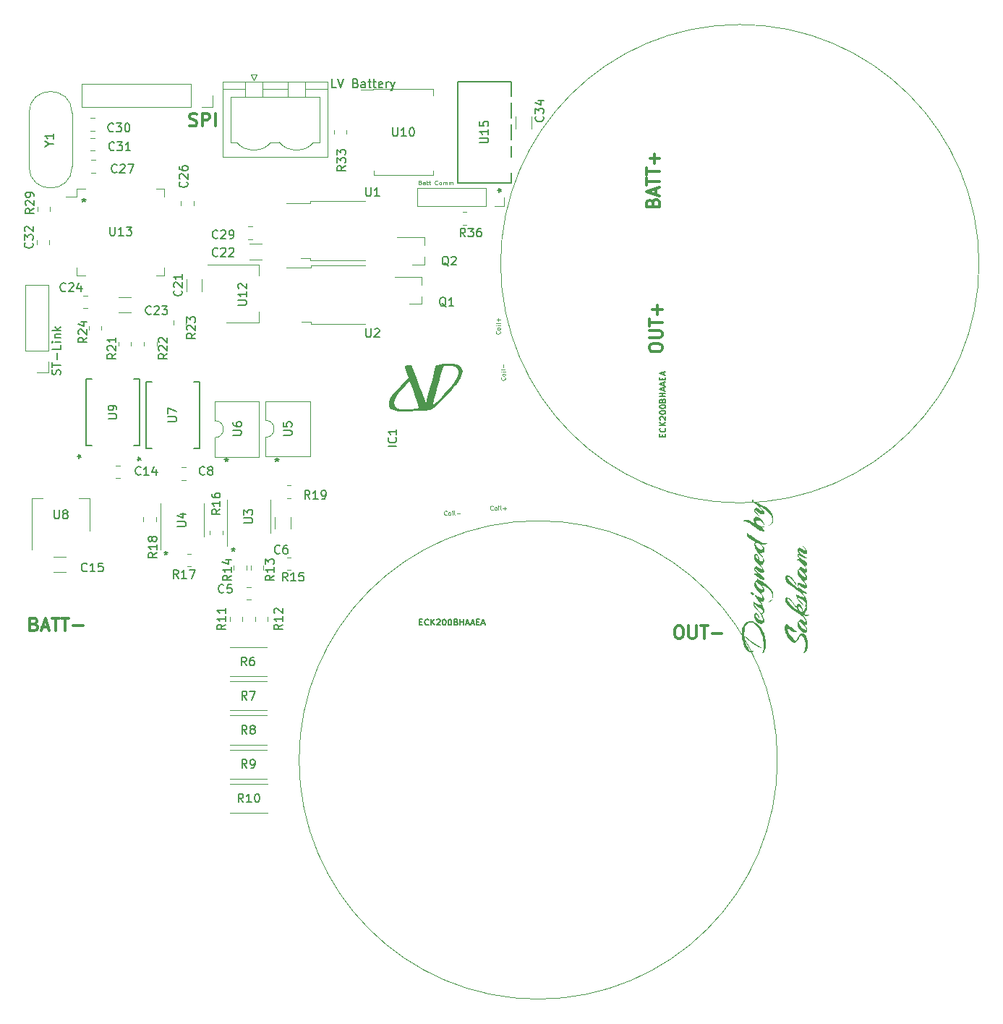
<source format=gbr>
%TF.GenerationSoftware,KiCad,Pcbnew,7.0.9*%
%TF.CreationDate,2024-06-05T16:20:13+05:30*%
%TF.ProjectId,BMS_Master,424d535f-4d61-4737-9465-722e6b696361,rev?*%
%TF.SameCoordinates,Original*%
%TF.FileFunction,Legend,Top*%
%TF.FilePolarity,Positive*%
%FSLAX46Y46*%
G04 Gerber Fmt 4.6, Leading zero omitted, Abs format (unit mm)*
G04 Created by KiCad (PCBNEW 7.0.9) date 2024-06-05 16:20:13*
%MOMM*%
%LPD*%
G01*
G04 APERTURE LIST*
%ADD10C,0.300000*%
%ADD11C,0.150000*%
%ADD12C,0.125000*%
%ADD13C,0.152400*%
%ADD14C,0.120000*%
G04 APERTURE END LIST*
D10*
X261400828Y-89359774D02*
X261400828Y-89074060D01*
X261400828Y-89074060D02*
X261472257Y-88931203D01*
X261472257Y-88931203D02*
X261615114Y-88788346D01*
X261615114Y-88788346D02*
X261900828Y-88716917D01*
X261900828Y-88716917D02*
X262400828Y-88716917D01*
X262400828Y-88716917D02*
X262686542Y-88788346D01*
X262686542Y-88788346D02*
X262829400Y-88931203D01*
X262829400Y-88931203D02*
X262900828Y-89074060D01*
X262900828Y-89074060D02*
X262900828Y-89359774D01*
X262900828Y-89359774D02*
X262829400Y-89502632D01*
X262829400Y-89502632D02*
X262686542Y-89645489D01*
X262686542Y-89645489D02*
X262400828Y-89716917D01*
X262400828Y-89716917D02*
X261900828Y-89716917D01*
X261900828Y-89716917D02*
X261615114Y-89645489D01*
X261615114Y-89645489D02*
X261472257Y-89502632D01*
X261472257Y-89502632D02*
X261400828Y-89359774D01*
X261400828Y-88074060D02*
X262615114Y-88074060D01*
X262615114Y-88074060D02*
X262757971Y-88002631D01*
X262757971Y-88002631D02*
X262829400Y-87931203D01*
X262829400Y-87931203D02*
X262900828Y-87788345D01*
X262900828Y-87788345D02*
X262900828Y-87502631D01*
X262900828Y-87502631D02*
X262829400Y-87359774D01*
X262829400Y-87359774D02*
X262757971Y-87288345D01*
X262757971Y-87288345D02*
X262615114Y-87216917D01*
X262615114Y-87216917D02*
X261400828Y-87216917D01*
X261400828Y-86716916D02*
X261400828Y-85859774D01*
X262900828Y-86288345D02*
X261400828Y-86288345D01*
X262329400Y-85359774D02*
X262329400Y-84216917D01*
X262900828Y-84788345D02*
X261757971Y-84788345D01*
D11*
X195200000Y-71754819D02*
X195200000Y-71992914D01*
X194961905Y-71897676D02*
X195200000Y-71992914D01*
X195200000Y-71992914D02*
X195438095Y-71897676D01*
X195057143Y-72183390D02*
X195200000Y-71992914D01*
X195200000Y-71992914D02*
X195342857Y-72183390D01*
D10*
X264740225Y-121800828D02*
X265025939Y-121800828D01*
X265025939Y-121800828D02*
X265168796Y-121872257D01*
X265168796Y-121872257D02*
X265311653Y-122015114D01*
X265311653Y-122015114D02*
X265383082Y-122300828D01*
X265383082Y-122300828D02*
X265383082Y-122800828D01*
X265383082Y-122800828D02*
X265311653Y-123086542D01*
X265311653Y-123086542D02*
X265168796Y-123229400D01*
X265168796Y-123229400D02*
X265025939Y-123300828D01*
X265025939Y-123300828D02*
X264740225Y-123300828D01*
X264740225Y-123300828D02*
X264597368Y-123229400D01*
X264597368Y-123229400D02*
X264454510Y-123086542D01*
X264454510Y-123086542D02*
X264383082Y-122800828D01*
X264383082Y-122800828D02*
X264383082Y-122300828D01*
X264383082Y-122300828D02*
X264454510Y-122015114D01*
X264454510Y-122015114D02*
X264597368Y-121872257D01*
X264597368Y-121872257D02*
X264740225Y-121800828D01*
X266025939Y-121800828D02*
X266025939Y-123015114D01*
X266025939Y-123015114D02*
X266097368Y-123157971D01*
X266097368Y-123157971D02*
X266168797Y-123229400D01*
X266168797Y-123229400D02*
X266311654Y-123300828D01*
X266311654Y-123300828D02*
X266597368Y-123300828D01*
X266597368Y-123300828D02*
X266740225Y-123229400D01*
X266740225Y-123229400D02*
X266811654Y-123157971D01*
X266811654Y-123157971D02*
X266883082Y-123015114D01*
X266883082Y-123015114D02*
X266883082Y-121800828D01*
X267383083Y-121800828D02*
X268240226Y-121800828D01*
X267811654Y-123300828D02*
X267811654Y-121800828D01*
X268740225Y-122729400D02*
X269883083Y-122729400D01*
D12*
X243884690Y-87313002D02*
X243908500Y-87336811D01*
X243908500Y-87336811D02*
X243932309Y-87408240D01*
X243932309Y-87408240D02*
X243932309Y-87455859D01*
X243932309Y-87455859D02*
X243908500Y-87527287D01*
X243908500Y-87527287D02*
X243860880Y-87574906D01*
X243860880Y-87574906D02*
X243813261Y-87598716D01*
X243813261Y-87598716D02*
X243718023Y-87622525D01*
X243718023Y-87622525D02*
X243646595Y-87622525D01*
X243646595Y-87622525D02*
X243551357Y-87598716D01*
X243551357Y-87598716D02*
X243503738Y-87574906D01*
X243503738Y-87574906D02*
X243456119Y-87527287D01*
X243456119Y-87527287D02*
X243432309Y-87455859D01*
X243432309Y-87455859D02*
X243432309Y-87408240D01*
X243432309Y-87408240D02*
X243456119Y-87336811D01*
X243456119Y-87336811D02*
X243479928Y-87313002D01*
X243932309Y-87027287D02*
X243908500Y-87074906D01*
X243908500Y-87074906D02*
X243884690Y-87098716D01*
X243884690Y-87098716D02*
X243837071Y-87122525D01*
X243837071Y-87122525D02*
X243694214Y-87122525D01*
X243694214Y-87122525D02*
X243646595Y-87098716D01*
X243646595Y-87098716D02*
X243622785Y-87074906D01*
X243622785Y-87074906D02*
X243598976Y-87027287D01*
X243598976Y-87027287D02*
X243598976Y-86955859D01*
X243598976Y-86955859D02*
X243622785Y-86908240D01*
X243622785Y-86908240D02*
X243646595Y-86884430D01*
X243646595Y-86884430D02*
X243694214Y-86860621D01*
X243694214Y-86860621D02*
X243837071Y-86860621D01*
X243837071Y-86860621D02*
X243884690Y-86884430D01*
X243884690Y-86884430D02*
X243908500Y-86908240D01*
X243908500Y-86908240D02*
X243932309Y-86955859D01*
X243932309Y-86955859D02*
X243932309Y-87027287D01*
X243932309Y-86646335D02*
X243598976Y-86646335D01*
X243432309Y-86646335D02*
X243456119Y-86670144D01*
X243456119Y-86670144D02*
X243479928Y-86646335D01*
X243479928Y-86646335D02*
X243456119Y-86622525D01*
X243456119Y-86622525D02*
X243432309Y-86646335D01*
X243432309Y-86646335D02*
X243479928Y-86646335D01*
X243932309Y-86336811D02*
X243908500Y-86384430D01*
X243908500Y-86384430D02*
X243860880Y-86408240D01*
X243860880Y-86408240D02*
X243432309Y-86408240D01*
X243741833Y-86146335D02*
X243741833Y-85765383D01*
X243932309Y-85955859D02*
X243551357Y-85955859D01*
D11*
X204800000Y-113054819D02*
X204800000Y-113292914D01*
X204561905Y-113197676D02*
X204800000Y-113292914D01*
X204800000Y-113292914D02*
X205038095Y-113197676D01*
X204657143Y-113483390D02*
X204800000Y-113292914D01*
X204800000Y-113292914D02*
X204942857Y-113483390D01*
D12*
X243086997Y-108184690D02*
X243063188Y-108208500D01*
X243063188Y-108208500D02*
X242991759Y-108232309D01*
X242991759Y-108232309D02*
X242944140Y-108232309D01*
X242944140Y-108232309D02*
X242872712Y-108208500D01*
X242872712Y-108208500D02*
X242825093Y-108160880D01*
X242825093Y-108160880D02*
X242801283Y-108113261D01*
X242801283Y-108113261D02*
X242777474Y-108018023D01*
X242777474Y-108018023D02*
X242777474Y-107946595D01*
X242777474Y-107946595D02*
X242801283Y-107851357D01*
X242801283Y-107851357D02*
X242825093Y-107803738D01*
X242825093Y-107803738D02*
X242872712Y-107756119D01*
X242872712Y-107756119D02*
X242944140Y-107732309D01*
X242944140Y-107732309D02*
X242991759Y-107732309D01*
X242991759Y-107732309D02*
X243063188Y-107756119D01*
X243063188Y-107756119D02*
X243086997Y-107779928D01*
X243372712Y-108232309D02*
X243325093Y-108208500D01*
X243325093Y-108208500D02*
X243301283Y-108184690D01*
X243301283Y-108184690D02*
X243277474Y-108137071D01*
X243277474Y-108137071D02*
X243277474Y-107994214D01*
X243277474Y-107994214D02*
X243301283Y-107946595D01*
X243301283Y-107946595D02*
X243325093Y-107922785D01*
X243325093Y-107922785D02*
X243372712Y-107898976D01*
X243372712Y-107898976D02*
X243444140Y-107898976D01*
X243444140Y-107898976D02*
X243491759Y-107922785D01*
X243491759Y-107922785D02*
X243515569Y-107946595D01*
X243515569Y-107946595D02*
X243539378Y-107994214D01*
X243539378Y-107994214D02*
X243539378Y-108137071D01*
X243539378Y-108137071D02*
X243515569Y-108184690D01*
X243515569Y-108184690D02*
X243491759Y-108208500D01*
X243491759Y-108208500D02*
X243444140Y-108232309D01*
X243444140Y-108232309D02*
X243372712Y-108232309D01*
X243753664Y-108232309D02*
X243753664Y-107898976D01*
X243753664Y-107732309D02*
X243729855Y-107756119D01*
X243729855Y-107756119D02*
X243753664Y-107779928D01*
X243753664Y-107779928D02*
X243777474Y-107756119D01*
X243777474Y-107756119D02*
X243753664Y-107732309D01*
X243753664Y-107732309D02*
X243753664Y-107779928D01*
X244063188Y-108232309D02*
X244015569Y-108208500D01*
X244015569Y-108208500D02*
X243991759Y-108160880D01*
X243991759Y-108160880D02*
X243991759Y-107732309D01*
X244253664Y-108041833D02*
X244634617Y-108041833D01*
X244444140Y-108232309D02*
X244444140Y-107851357D01*
D10*
X207583082Y-63229400D02*
X207797368Y-63300828D01*
X207797368Y-63300828D02*
X208154510Y-63300828D01*
X208154510Y-63300828D02*
X208297368Y-63229400D01*
X208297368Y-63229400D02*
X208368796Y-63157971D01*
X208368796Y-63157971D02*
X208440225Y-63015114D01*
X208440225Y-63015114D02*
X208440225Y-62872257D01*
X208440225Y-62872257D02*
X208368796Y-62729400D01*
X208368796Y-62729400D02*
X208297368Y-62657971D01*
X208297368Y-62657971D02*
X208154510Y-62586542D01*
X208154510Y-62586542D02*
X207868796Y-62515114D01*
X207868796Y-62515114D02*
X207725939Y-62443685D01*
X207725939Y-62443685D02*
X207654510Y-62372257D01*
X207654510Y-62372257D02*
X207583082Y-62229400D01*
X207583082Y-62229400D02*
X207583082Y-62086542D01*
X207583082Y-62086542D02*
X207654510Y-61943685D01*
X207654510Y-61943685D02*
X207725939Y-61872257D01*
X207725939Y-61872257D02*
X207868796Y-61800828D01*
X207868796Y-61800828D02*
X208225939Y-61800828D01*
X208225939Y-61800828D02*
X208440225Y-61872257D01*
X209083081Y-63300828D02*
X209083081Y-61800828D01*
X209083081Y-61800828D02*
X209654510Y-61800828D01*
X209654510Y-61800828D02*
X209797367Y-61872257D01*
X209797367Y-61872257D02*
X209868796Y-61943685D01*
X209868796Y-61943685D02*
X209940224Y-62086542D01*
X209940224Y-62086542D02*
X209940224Y-62300828D01*
X209940224Y-62300828D02*
X209868796Y-62443685D01*
X209868796Y-62443685D02*
X209797367Y-62515114D01*
X209797367Y-62515114D02*
X209654510Y-62586542D01*
X209654510Y-62586542D02*
X209083081Y-62586542D01*
X210583081Y-63300828D02*
X210583081Y-61800828D01*
D11*
X217800000Y-102154819D02*
X217800000Y-102392914D01*
X217561905Y-102297676D02*
X217800000Y-102392914D01*
X217800000Y-102392914D02*
X218038095Y-102297676D01*
X217657143Y-102583390D02*
X217800000Y-102392914D01*
X217800000Y-102392914D02*
X217942857Y-102583390D01*
D12*
X237686997Y-108784690D02*
X237663188Y-108808500D01*
X237663188Y-108808500D02*
X237591759Y-108832309D01*
X237591759Y-108832309D02*
X237544140Y-108832309D01*
X237544140Y-108832309D02*
X237472712Y-108808500D01*
X237472712Y-108808500D02*
X237425093Y-108760880D01*
X237425093Y-108760880D02*
X237401283Y-108713261D01*
X237401283Y-108713261D02*
X237377474Y-108618023D01*
X237377474Y-108618023D02*
X237377474Y-108546595D01*
X237377474Y-108546595D02*
X237401283Y-108451357D01*
X237401283Y-108451357D02*
X237425093Y-108403738D01*
X237425093Y-108403738D02*
X237472712Y-108356119D01*
X237472712Y-108356119D02*
X237544140Y-108332309D01*
X237544140Y-108332309D02*
X237591759Y-108332309D01*
X237591759Y-108332309D02*
X237663188Y-108356119D01*
X237663188Y-108356119D02*
X237686997Y-108379928D01*
X237972712Y-108832309D02*
X237925093Y-108808500D01*
X237925093Y-108808500D02*
X237901283Y-108784690D01*
X237901283Y-108784690D02*
X237877474Y-108737071D01*
X237877474Y-108737071D02*
X237877474Y-108594214D01*
X237877474Y-108594214D02*
X237901283Y-108546595D01*
X237901283Y-108546595D02*
X237925093Y-108522785D01*
X237925093Y-108522785D02*
X237972712Y-108498976D01*
X237972712Y-108498976D02*
X238044140Y-108498976D01*
X238044140Y-108498976D02*
X238091759Y-108522785D01*
X238091759Y-108522785D02*
X238115569Y-108546595D01*
X238115569Y-108546595D02*
X238139378Y-108594214D01*
X238139378Y-108594214D02*
X238139378Y-108737071D01*
X238139378Y-108737071D02*
X238115569Y-108784690D01*
X238115569Y-108784690D02*
X238091759Y-108808500D01*
X238091759Y-108808500D02*
X238044140Y-108832309D01*
X238044140Y-108832309D02*
X237972712Y-108832309D01*
X238353664Y-108832309D02*
X238353664Y-108498976D01*
X238353664Y-108332309D02*
X238329855Y-108356119D01*
X238329855Y-108356119D02*
X238353664Y-108379928D01*
X238353664Y-108379928D02*
X238377474Y-108356119D01*
X238377474Y-108356119D02*
X238353664Y-108332309D01*
X238353664Y-108332309D02*
X238353664Y-108379928D01*
X238663188Y-108832309D02*
X238615569Y-108808500D01*
X238615569Y-108808500D02*
X238591759Y-108760880D01*
X238591759Y-108760880D02*
X238591759Y-108332309D01*
X238853664Y-108641833D02*
X239234617Y-108641833D01*
D11*
X212700000Y-112654819D02*
X212700000Y-112892914D01*
X212461905Y-112797676D02*
X212700000Y-112892914D01*
X212700000Y-112892914D02*
X212938095Y-112797676D01*
X212557143Y-113083390D02*
X212700000Y-112892914D01*
X212700000Y-112892914D02*
X212842857Y-113083390D01*
X211900000Y-102154819D02*
X211900000Y-102392914D01*
X211661905Y-102297676D02*
X211900000Y-102392914D01*
X211900000Y-102392914D02*
X212138095Y-102297676D01*
X211757143Y-102583390D02*
X211900000Y-102392914D01*
X211900000Y-102392914D02*
X212042857Y-102583390D01*
D12*
X244484690Y-92713002D02*
X244508500Y-92736811D01*
X244508500Y-92736811D02*
X244532309Y-92808240D01*
X244532309Y-92808240D02*
X244532309Y-92855859D01*
X244532309Y-92855859D02*
X244508500Y-92927287D01*
X244508500Y-92927287D02*
X244460880Y-92974906D01*
X244460880Y-92974906D02*
X244413261Y-92998716D01*
X244413261Y-92998716D02*
X244318023Y-93022525D01*
X244318023Y-93022525D02*
X244246595Y-93022525D01*
X244246595Y-93022525D02*
X244151357Y-92998716D01*
X244151357Y-92998716D02*
X244103738Y-92974906D01*
X244103738Y-92974906D02*
X244056119Y-92927287D01*
X244056119Y-92927287D02*
X244032309Y-92855859D01*
X244032309Y-92855859D02*
X244032309Y-92808240D01*
X244032309Y-92808240D02*
X244056119Y-92736811D01*
X244056119Y-92736811D02*
X244079928Y-92713002D01*
X244532309Y-92427287D02*
X244508500Y-92474906D01*
X244508500Y-92474906D02*
X244484690Y-92498716D01*
X244484690Y-92498716D02*
X244437071Y-92522525D01*
X244437071Y-92522525D02*
X244294214Y-92522525D01*
X244294214Y-92522525D02*
X244246595Y-92498716D01*
X244246595Y-92498716D02*
X244222785Y-92474906D01*
X244222785Y-92474906D02*
X244198976Y-92427287D01*
X244198976Y-92427287D02*
X244198976Y-92355859D01*
X244198976Y-92355859D02*
X244222785Y-92308240D01*
X244222785Y-92308240D02*
X244246595Y-92284430D01*
X244246595Y-92284430D02*
X244294214Y-92260621D01*
X244294214Y-92260621D02*
X244437071Y-92260621D01*
X244437071Y-92260621D02*
X244484690Y-92284430D01*
X244484690Y-92284430D02*
X244508500Y-92308240D01*
X244508500Y-92308240D02*
X244532309Y-92355859D01*
X244532309Y-92355859D02*
X244532309Y-92427287D01*
X244532309Y-92046335D02*
X244198976Y-92046335D01*
X244032309Y-92046335D02*
X244056119Y-92070144D01*
X244056119Y-92070144D02*
X244079928Y-92046335D01*
X244079928Y-92046335D02*
X244056119Y-92022525D01*
X244056119Y-92022525D02*
X244032309Y-92046335D01*
X244032309Y-92046335D02*
X244079928Y-92046335D01*
X244532309Y-91736811D02*
X244508500Y-91784430D01*
X244508500Y-91784430D02*
X244460880Y-91808240D01*
X244460880Y-91808240D02*
X244032309Y-91808240D01*
X244341833Y-91546335D02*
X244341833Y-91165383D01*
D10*
X261815114Y-72245489D02*
X261886542Y-72031203D01*
X261886542Y-72031203D02*
X261957971Y-71959774D01*
X261957971Y-71959774D02*
X262100828Y-71888346D01*
X262100828Y-71888346D02*
X262315114Y-71888346D01*
X262315114Y-71888346D02*
X262457971Y-71959774D01*
X262457971Y-71959774D02*
X262529400Y-72031203D01*
X262529400Y-72031203D02*
X262600828Y-72174060D01*
X262600828Y-72174060D02*
X262600828Y-72745489D01*
X262600828Y-72745489D02*
X261100828Y-72745489D01*
X261100828Y-72745489D02*
X261100828Y-72245489D01*
X261100828Y-72245489D02*
X261172257Y-72102632D01*
X261172257Y-72102632D02*
X261243685Y-72031203D01*
X261243685Y-72031203D02*
X261386542Y-71959774D01*
X261386542Y-71959774D02*
X261529400Y-71959774D01*
X261529400Y-71959774D02*
X261672257Y-72031203D01*
X261672257Y-72031203D02*
X261743685Y-72102632D01*
X261743685Y-72102632D02*
X261815114Y-72245489D01*
X261815114Y-72245489D02*
X261815114Y-72745489D01*
X262172257Y-71316917D02*
X262172257Y-70602632D01*
X262600828Y-71459774D02*
X261100828Y-70959774D01*
X261100828Y-70959774D02*
X262600828Y-70459774D01*
X261100828Y-70174060D02*
X261100828Y-69316918D01*
X262600828Y-69745489D02*
X261100828Y-69745489D01*
X261100828Y-69031203D02*
X261100828Y-68174061D01*
X262600828Y-68602632D02*
X261100828Y-68602632D01*
X262029400Y-67674061D02*
X262029400Y-66531204D01*
X262600828Y-67102632D02*
X261457971Y-67102632D01*
D11*
X241554819Y-65238094D02*
X242364342Y-65238094D01*
X242364342Y-65238094D02*
X242459580Y-65190475D01*
X242459580Y-65190475D02*
X242507200Y-65142856D01*
X242507200Y-65142856D02*
X242554819Y-65047618D01*
X242554819Y-65047618D02*
X242554819Y-64857142D01*
X242554819Y-64857142D02*
X242507200Y-64761904D01*
X242507200Y-64761904D02*
X242459580Y-64714285D01*
X242459580Y-64714285D02*
X242364342Y-64666666D01*
X242364342Y-64666666D02*
X241554819Y-64666666D01*
X242554819Y-63666666D02*
X242554819Y-64238094D01*
X242554819Y-63952380D02*
X241554819Y-63952380D01*
X241554819Y-63952380D02*
X241697676Y-64047618D01*
X241697676Y-64047618D02*
X241792914Y-64142856D01*
X241792914Y-64142856D02*
X241840533Y-64238094D01*
X241554819Y-62761904D02*
X241554819Y-63238094D01*
X241554819Y-63238094D02*
X242031009Y-63285713D01*
X242031009Y-63285713D02*
X241983390Y-63238094D01*
X241983390Y-63238094D02*
X241935771Y-63142856D01*
X241935771Y-63142856D02*
X241935771Y-62904761D01*
X241935771Y-62904761D02*
X241983390Y-62809523D01*
X241983390Y-62809523D02*
X242031009Y-62761904D01*
X242031009Y-62761904D02*
X242126247Y-62714285D01*
X242126247Y-62714285D02*
X242364342Y-62714285D01*
X242364342Y-62714285D02*
X242459580Y-62761904D01*
X242459580Y-62761904D02*
X242507200Y-62809523D01*
X242507200Y-62809523D02*
X242554819Y-62904761D01*
X242554819Y-62904761D02*
X242554819Y-63142856D01*
X242554819Y-63142856D02*
X242507200Y-63238094D01*
X242507200Y-63238094D02*
X242459580Y-63285713D01*
X243663019Y-70819899D02*
X243901114Y-70819899D01*
X243805876Y-71057994D02*
X243901114Y-70819899D01*
X243901114Y-70819899D02*
X243805876Y-70581804D01*
X244091590Y-70962756D02*
X243901114Y-70819899D01*
X243901114Y-70819899D02*
X244091590Y-70677042D01*
X243663019Y-70819899D02*
X243901114Y-70819899D01*
X243805876Y-71057994D02*
X243901114Y-70819899D01*
X243901114Y-70819899D02*
X243805876Y-70581804D01*
X244091590Y-70962756D02*
X243901114Y-70819899D01*
X243901114Y-70819899D02*
X244091590Y-70677042D01*
X198054819Y-97561904D02*
X198864342Y-97561904D01*
X198864342Y-97561904D02*
X198959580Y-97514285D01*
X198959580Y-97514285D02*
X199007200Y-97466666D01*
X199007200Y-97466666D02*
X199054819Y-97371428D01*
X199054819Y-97371428D02*
X199054819Y-97180952D01*
X199054819Y-97180952D02*
X199007200Y-97085714D01*
X199007200Y-97085714D02*
X198959580Y-97038095D01*
X198959580Y-97038095D02*
X198864342Y-96990476D01*
X198864342Y-96990476D02*
X198054819Y-96990476D01*
X199054819Y-96466666D02*
X199054819Y-96276190D01*
X199054819Y-96276190D02*
X199007200Y-96180952D01*
X199007200Y-96180952D02*
X198959580Y-96133333D01*
X198959580Y-96133333D02*
X198816723Y-96038095D01*
X198816723Y-96038095D02*
X198626247Y-95990476D01*
X198626247Y-95990476D02*
X198245295Y-95990476D01*
X198245295Y-95990476D02*
X198150057Y-96038095D01*
X198150057Y-96038095D02*
X198102438Y-96085714D01*
X198102438Y-96085714D02*
X198054819Y-96180952D01*
X198054819Y-96180952D02*
X198054819Y-96371428D01*
X198054819Y-96371428D02*
X198102438Y-96466666D01*
X198102438Y-96466666D02*
X198150057Y-96514285D01*
X198150057Y-96514285D02*
X198245295Y-96561904D01*
X198245295Y-96561904D02*
X198483390Y-96561904D01*
X198483390Y-96561904D02*
X198578628Y-96514285D01*
X198578628Y-96514285D02*
X198626247Y-96466666D01*
X198626247Y-96466666D02*
X198673866Y-96371428D01*
X198673866Y-96371428D02*
X198673866Y-96180952D01*
X198673866Y-96180952D02*
X198626247Y-96085714D01*
X198626247Y-96085714D02*
X198578628Y-96038095D01*
X198578628Y-96038095D02*
X198483390Y-95990476D01*
X194448019Y-101930799D02*
X194686114Y-101930799D01*
X194590876Y-102168894D02*
X194686114Y-101930799D01*
X194686114Y-101930799D02*
X194590876Y-101692704D01*
X194876590Y-102073656D02*
X194686114Y-101930799D01*
X194686114Y-101930799D02*
X194876590Y-101787942D01*
X194448019Y-101930799D02*
X194686114Y-101930799D01*
X194590876Y-102168894D02*
X194686114Y-101930799D01*
X194686114Y-101930799D02*
X194590876Y-101692704D01*
X194876590Y-102073656D02*
X194686114Y-101930799D01*
X194686114Y-101930799D02*
X194876590Y-101787942D01*
X205049819Y-97885104D02*
X205859342Y-97885104D01*
X205859342Y-97885104D02*
X205954580Y-97837485D01*
X205954580Y-97837485D02*
X206002200Y-97789866D01*
X206002200Y-97789866D02*
X206049819Y-97694628D01*
X206049819Y-97694628D02*
X206049819Y-97504152D01*
X206049819Y-97504152D02*
X206002200Y-97408914D01*
X206002200Y-97408914D02*
X205954580Y-97361295D01*
X205954580Y-97361295D02*
X205859342Y-97313676D01*
X205859342Y-97313676D02*
X205049819Y-97313676D01*
X205049819Y-96932723D02*
X205049819Y-96266057D01*
X205049819Y-96266057D02*
X206049819Y-96694628D01*
X201443019Y-102253999D02*
X201681114Y-102253999D01*
X201585876Y-102492094D02*
X201681114Y-102253999D01*
X201681114Y-102253999D02*
X201585876Y-102015904D01*
X201871590Y-102396856D02*
X201681114Y-102253999D01*
X201681114Y-102253999D02*
X201871590Y-102111142D01*
X201443019Y-102253999D02*
X201681114Y-102253999D01*
X201585876Y-102492094D02*
X201681114Y-102253999D01*
X201681114Y-102253999D02*
X201585876Y-102015904D01*
X201871590Y-102396856D02*
X201681114Y-102253999D01*
X201681114Y-102253999D02*
X201871590Y-102111142D01*
X239857142Y-76254819D02*
X239523809Y-75778628D01*
X239285714Y-76254819D02*
X239285714Y-75254819D01*
X239285714Y-75254819D02*
X239666666Y-75254819D01*
X239666666Y-75254819D02*
X239761904Y-75302438D01*
X239761904Y-75302438D02*
X239809523Y-75350057D01*
X239809523Y-75350057D02*
X239857142Y-75445295D01*
X239857142Y-75445295D02*
X239857142Y-75588152D01*
X239857142Y-75588152D02*
X239809523Y-75683390D01*
X239809523Y-75683390D02*
X239761904Y-75731009D01*
X239761904Y-75731009D02*
X239666666Y-75778628D01*
X239666666Y-75778628D02*
X239285714Y-75778628D01*
X240190476Y-75254819D02*
X240809523Y-75254819D01*
X240809523Y-75254819D02*
X240476190Y-75635771D01*
X240476190Y-75635771D02*
X240619047Y-75635771D01*
X240619047Y-75635771D02*
X240714285Y-75683390D01*
X240714285Y-75683390D02*
X240761904Y-75731009D01*
X240761904Y-75731009D02*
X240809523Y-75826247D01*
X240809523Y-75826247D02*
X240809523Y-76064342D01*
X240809523Y-76064342D02*
X240761904Y-76159580D01*
X240761904Y-76159580D02*
X240714285Y-76207200D01*
X240714285Y-76207200D02*
X240619047Y-76254819D01*
X240619047Y-76254819D02*
X240333333Y-76254819D01*
X240333333Y-76254819D02*
X240238095Y-76207200D01*
X240238095Y-76207200D02*
X240190476Y-76159580D01*
X241666666Y-75254819D02*
X241476190Y-75254819D01*
X241476190Y-75254819D02*
X241380952Y-75302438D01*
X241380952Y-75302438D02*
X241333333Y-75350057D01*
X241333333Y-75350057D02*
X241238095Y-75492914D01*
X241238095Y-75492914D02*
X241190476Y-75683390D01*
X241190476Y-75683390D02*
X241190476Y-76064342D01*
X241190476Y-76064342D02*
X241238095Y-76159580D01*
X241238095Y-76159580D02*
X241285714Y-76207200D01*
X241285714Y-76207200D02*
X241380952Y-76254819D01*
X241380952Y-76254819D02*
X241571428Y-76254819D01*
X241571428Y-76254819D02*
X241666666Y-76207200D01*
X241666666Y-76207200D02*
X241714285Y-76159580D01*
X241714285Y-76159580D02*
X241761904Y-76064342D01*
X241761904Y-76064342D02*
X241761904Y-75826247D01*
X241761904Y-75826247D02*
X241714285Y-75731009D01*
X241714285Y-75731009D02*
X241666666Y-75683390D01*
X241666666Y-75683390D02*
X241571428Y-75635771D01*
X241571428Y-75635771D02*
X241380952Y-75635771D01*
X241380952Y-75635771D02*
X241285714Y-75683390D01*
X241285714Y-75683390D02*
X241238095Y-75731009D01*
X241238095Y-75731009D02*
X241190476Y-75826247D01*
D12*
X234590476Y-69893804D02*
X234661904Y-69917614D01*
X234661904Y-69917614D02*
X234685714Y-69941423D01*
X234685714Y-69941423D02*
X234709523Y-69989042D01*
X234709523Y-69989042D02*
X234709523Y-70060471D01*
X234709523Y-70060471D02*
X234685714Y-70108090D01*
X234685714Y-70108090D02*
X234661904Y-70131900D01*
X234661904Y-70131900D02*
X234614285Y-70155709D01*
X234614285Y-70155709D02*
X234423809Y-70155709D01*
X234423809Y-70155709D02*
X234423809Y-69655709D01*
X234423809Y-69655709D02*
X234590476Y-69655709D01*
X234590476Y-69655709D02*
X234638095Y-69679519D01*
X234638095Y-69679519D02*
X234661904Y-69703328D01*
X234661904Y-69703328D02*
X234685714Y-69750947D01*
X234685714Y-69750947D02*
X234685714Y-69798566D01*
X234685714Y-69798566D02*
X234661904Y-69846185D01*
X234661904Y-69846185D02*
X234638095Y-69869995D01*
X234638095Y-69869995D02*
X234590476Y-69893804D01*
X234590476Y-69893804D02*
X234423809Y-69893804D01*
X235138095Y-70155709D02*
X235138095Y-69893804D01*
X235138095Y-69893804D02*
X235114285Y-69846185D01*
X235114285Y-69846185D02*
X235066666Y-69822376D01*
X235066666Y-69822376D02*
X234971428Y-69822376D01*
X234971428Y-69822376D02*
X234923809Y-69846185D01*
X235138095Y-70131900D02*
X235090476Y-70155709D01*
X235090476Y-70155709D02*
X234971428Y-70155709D01*
X234971428Y-70155709D02*
X234923809Y-70131900D01*
X234923809Y-70131900D02*
X234900000Y-70084280D01*
X234900000Y-70084280D02*
X234900000Y-70036661D01*
X234900000Y-70036661D02*
X234923809Y-69989042D01*
X234923809Y-69989042D02*
X234971428Y-69965233D01*
X234971428Y-69965233D02*
X235090476Y-69965233D01*
X235090476Y-69965233D02*
X235138095Y-69941423D01*
X235304762Y-69822376D02*
X235495238Y-69822376D01*
X235376190Y-69655709D02*
X235376190Y-70084280D01*
X235376190Y-70084280D02*
X235400000Y-70131900D01*
X235400000Y-70131900D02*
X235447619Y-70155709D01*
X235447619Y-70155709D02*
X235495238Y-70155709D01*
X235590476Y-69822376D02*
X235780952Y-69822376D01*
X235661904Y-69655709D02*
X235661904Y-70084280D01*
X235661904Y-70084280D02*
X235685714Y-70131900D01*
X235685714Y-70131900D02*
X235733333Y-70155709D01*
X235733333Y-70155709D02*
X235780952Y-70155709D01*
X236614284Y-70108090D02*
X236590475Y-70131900D01*
X236590475Y-70131900D02*
X236519046Y-70155709D01*
X236519046Y-70155709D02*
X236471427Y-70155709D01*
X236471427Y-70155709D02*
X236399999Y-70131900D01*
X236399999Y-70131900D02*
X236352380Y-70084280D01*
X236352380Y-70084280D02*
X236328570Y-70036661D01*
X236328570Y-70036661D02*
X236304761Y-69941423D01*
X236304761Y-69941423D02*
X236304761Y-69869995D01*
X236304761Y-69869995D02*
X236328570Y-69774757D01*
X236328570Y-69774757D02*
X236352380Y-69727138D01*
X236352380Y-69727138D02*
X236399999Y-69679519D01*
X236399999Y-69679519D02*
X236471427Y-69655709D01*
X236471427Y-69655709D02*
X236519046Y-69655709D01*
X236519046Y-69655709D02*
X236590475Y-69679519D01*
X236590475Y-69679519D02*
X236614284Y-69703328D01*
X236899999Y-70155709D02*
X236852380Y-70131900D01*
X236852380Y-70131900D02*
X236828570Y-70108090D01*
X236828570Y-70108090D02*
X236804761Y-70060471D01*
X236804761Y-70060471D02*
X236804761Y-69917614D01*
X236804761Y-69917614D02*
X236828570Y-69869995D01*
X236828570Y-69869995D02*
X236852380Y-69846185D01*
X236852380Y-69846185D02*
X236899999Y-69822376D01*
X236899999Y-69822376D02*
X236971427Y-69822376D01*
X236971427Y-69822376D02*
X237019046Y-69846185D01*
X237019046Y-69846185D02*
X237042856Y-69869995D01*
X237042856Y-69869995D02*
X237066665Y-69917614D01*
X237066665Y-69917614D02*
X237066665Y-70060471D01*
X237066665Y-70060471D02*
X237042856Y-70108090D01*
X237042856Y-70108090D02*
X237019046Y-70131900D01*
X237019046Y-70131900D02*
X236971427Y-70155709D01*
X236971427Y-70155709D02*
X236899999Y-70155709D01*
X237280951Y-70155709D02*
X237280951Y-69822376D01*
X237280951Y-69869995D02*
X237304761Y-69846185D01*
X237304761Y-69846185D02*
X237352380Y-69822376D01*
X237352380Y-69822376D02*
X237423808Y-69822376D01*
X237423808Y-69822376D02*
X237471427Y-69846185D01*
X237471427Y-69846185D02*
X237495237Y-69893804D01*
X237495237Y-69893804D02*
X237495237Y-70155709D01*
X237495237Y-69893804D02*
X237519046Y-69846185D01*
X237519046Y-69846185D02*
X237566665Y-69822376D01*
X237566665Y-69822376D02*
X237638094Y-69822376D01*
X237638094Y-69822376D02*
X237685713Y-69846185D01*
X237685713Y-69846185D02*
X237709523Y-69893804D01*
X237709523Y-69893804D02*
X237709523Y-70155709D01*
X237947618Y-70155709D02*
X237947618Y-69822376D01*
X237947618Y-69869995D02*
X237971428Y-69846185D01*
X237971428Y-69846185D02*
X238019047Y-69822376D01*
X238019047Y-69822376D02*
X238090475Y-69822376D01*
X238090475Y-69822376D02*
X238138094Y-69846185D01*
X238138094Y-69846185D02*
X238161904Y-69893804D01*
X238161904Y-69893804D02*
X238161904Y-70155709D01*
X238161904Y-69893804D02*
X238185713Y-69846185D01*
X238185713Y-69846185D02*
X238233332Y-69822376D01*
X238233332Y-69822376D02*
X238304761Y-69822376D01*
X238304761Y-69822376D02*
X238352380Y-69846185D01*
X238352380Y-69846185D02*
X238376190Y-69893804D01*
X238376190Y-69893804D02*
X238376190Y-70155709D01*
D11*
X248959580Y-62142857D02*
X249007200Y-62190476D01*
X249007200Y-62190476D02*
X249054819Y-62333333D01*
X249054819Y-62333333D02*
X249054819Y-62428571D01*
X249054819Y-62428571D02*
X249007200Y-62571428D01*
X249007200Y-62571428D02*
X248911961Y-62666666D01*
X248911961Y-62666666D02*
X248816723Y-62714285D01*
X248816723Y-62714285D02*
X248626247Y-62761904D01*
X248626247Y-62761904D02*
X248483390Y-62761904D01*
X248483390Y-62761904D02*
X248292914Y-62714285D01*
X248292914Y-62714285D02*
X248197676Y-62666666D01*
X248197676Y-62666666D02*
X248102438Y-62571428D01*
X248102438Y-62571428D02*
X248054819Y-62428571D01*
X248054819Y-62428571D02*
X248054819Y-62333333D01*
X248054819Y-62333333D02*
X248102438Y-62190476D01*
X248102438Y-62190476D02*
X248150057Y-62142857D01*
X248054819Y-61809523D02*
X248054819Y-61190476D01*
X248054819Y-61190476D02*
X248435771Y-61523809D01*
X248435771Y-61523809D02*
X248435771Y-61380952D01*
X248435771Y-61380952D02*
X248483390Y-61285714D01*
X248483390Y-61285714D02*
X248531009Y-61238095D01*
X248531009Y-61238095D02*
X248626247Y-61190476D01*
X248626247Y-61190476D02*
X248864342Y-61190476D01*
X248864342Y-61190476D02*
X248959580Y-61238095D01*
X248959580Y-61238095D02*
X249007200Y-61285714D01*
X249007200Y-61285714D02*
X249054819Y-61380952D01*
X249054819Y-61380952D02*
X249054819Y-61666666D01*
X249054819Y-61666666D02*
X249007200Y-61761904D01*
X249007200Y-61761904D02*
X248959580Y-61809523D01*
X248388152Y-60333333D02*
X249054819Y-60333333D01*
X248007200Y-60571428D02*
X248721485Y-60809523D01*
X248721485Y-60809523D02*
X248721485Y-60190476D01*
X231361905Y-63454819D02*
X231361905Y-64264342D01*
X231361905Y-64264342D02*
X231409524Y-64359580D01*
X231409524Y-64359580D02*
X231457143Y-64407200D01*
X231457143Y-64407200D02*
X231552381Y-64454819D01*
X231552381Y-64454819D02*
X231742857Y-64454819D01*
X231742857Y-64454819D02*
X231838095Y-64407200D01*
X231838095Y-64407200D02*
X231885714Y-64359580D01*
X231885714Y-64359580D02*
X231933333Y-64264342D01*
X231933333Y-64264342D02*
X231933333Y-63454819D01*
X232933333Y-64454819D02*
X232361905Y-64454819D01*
X232647619Y-64454819D02*
X232647619Y-63454819D01*
X232647619Y-63454819D02*
X232552381Y-63597676D01*
X232552381Y-63597676D02*
X232457143Y-63692914D01*
X232457143Y-63692914D02*
X232361905Y-63740533D01*
X233552381Y-63454819D02*
X233647619Y-63454819D01*
X233647619Y-63454819D02*
X233742857Y-63502438D01*
X233742857Y-63502438D02*
X233790476Y-63550057D01*
X233790476Y-63550057D02*
X233838095Y-63645295D01*
X233838095Y-63645295D02*
X233885714Y-63835771D01*
X233885714Y-63835771D02*
X233885714Y-64073866D01*
X233885714Y-64073866D02*
X233838095Y-64264342D01*
X233838095Y-64264342D02*
X233790476Y-64359580D01*
X233790476Y-64359580D02*
X233742857Y-64407200D01*
X233742857Y-64407200D02*
X233647619Y-64454819D01*
X233647619Y-64454819D02*
X233552381Y-64454819D01*
X233552381Y-64454819D02*
X233457143Y-64407200D01*
X233457143Y-64407200D02*
X233409524Y-64359580D01*
X233409524Y-64359580D02*
X233361905Y-64264342D01*
X233361905Y-64264342D02*
X233314286Y-64073866D01*
X233314286Y-64073866D02*
X233314286Y-63835771D01*
X233314286Y-63835771D02*
X233361905Y-63645295D01*
X233361905Y-63645295D02*
X233409524Y-63550057D01*
X233409524Y-63550057D02*
X233457143Y-63502438D01*
X233457143Y-63502438D02*
X233552381Y-63454819D01*
X225854819Y-67942857D02*
X225378628Y-68276190D01*
X225854819Y-68514285D02*
X224854819Y-68514285D01*
X224854819Y-68514285D02*
X224854819Y-68133333D01*
X224854819Y-68133333D02*
X224902438Y-68038095D01*
X224902438Y-68038095D02*
X224950057Y-67990476D01*
X224950057Y-67990476D02*
X225045295Y-67942857D01*
X225045295Y-67942857D02*
X225188152Y-67942857D01*
X225188152Y-67942857D02*
X225283390Y-67990476D01*
X225283390Y-67990476D02*
X225331009Y-68038095D01*
X225331009Y-68038095D02*
X225378628Y-68133333D01*
X225378628Y-68133333D02*
X225378628Y-68514285D01*
X224854819Y-67609523D02*
X224854819Y-66990476D01*
X224854819Y-66990476D02*
X225235771Y-67323809D01*
X225235771Y-67323809D02*
X225235771Y-67180952D01*
X225235771Y-67180952D02*
X225283390Y-67085714D01*
X225283390Y-67085714D02*
X225331009Y-67038095D01*
X225331009Y-67038095D02*
X225426247Y-66990476D01*
X225426247Y-66990476D02*
X225664342Y-66990476D01*
X225664342Y-66990476D02*
X225759580Y-67038095D01*
X225759580Y-67038095D02*
X225807200Y-67085714D01*
X225807200Y-67085714D02*
X225854819Y-67180952D01*
X225854819Y-67180952D02*
X225854819Y-67466666D01*
X225854819Y-67466666D02*
X225807200Y-67561904D01*
X225807200Y-67561904D02*
X225759580Y-67609523D01*
X224854819Y-66657142D02*
X224854819Y-66038095D01*
X224854819Y-66038095D02*
X225235771Y-66371428D01*
X225235771Y-66371428D02*
X225235771Y-66228571D01*
X225235771Y-66228571D02*
X225283390Y-66133333D01*
X225283390Y-66133333D02*
X225331009Y-66085714D01*
X225331009Y-66085714D02*
X225426247Y-66038095D01*
X225426247Y-66038095D02*
X225664342Y-66038095D01*
X225664342Y-66038095D02*
X225759580Y-66085714D01*
X225759580Y-66085714D02*
X225807200Y-66133333D01*
X225807200Y-66133333D02*
X225854819Y-66228571D01*
X225854819Y-66228571D02*
X225854819Y-66514285D01*
X225854819Y-66514285D02*
X225807200Y-66609523D01*
X225807200Y-66609523D02*
X225759580Y-66657142D01*
X214233333Y-126454819D02*
X213900000Y-125978628D01*
X213661905Y-126454819D02*
X213661905Y-125454819D01*
X213661905Y-125454819D02*
X214042857Y-125454819D01*
X214042857Y-125454819D02*
X214138095Y-125502438D01*
X214138095Y-125502438D02*
X214185714Y-125550057D01*
X214185714Y-125550057D02*
X214233333Y-125645295D01*
X214233333Y-125645295D02*
X214233333Y-125788152D01*
X214233333Y-125788152D02*
X214185714Y-125883390D01*
X214185714Y-125883390D02*
X214138095Y-125931009D01*
X214138095Y-125931009D02*
X214042857Y-125978628D01*
X214042857Y-125978628D02*
X213661905Y-125978628D01*
X215090476Y-125454819D02*
X214900000Y-125454819D01*
X214900000Y-125454819D02*
X214804762Y-125502438D01*
X214804762Y-125502438D02*
X214757143Y-125550057D01*
X214757143Y-125550057D02*
X214661905Y-125692914D01*
X214661905Y-125692914D02*
X214614286Y-125883390D01*
X214614286Y-125883390D02*
X214614286Y-126264342D01*
X214614286Y-126264342D02*
X214661905Y-126359580D01*
X214661905Y-126359580D02*
X214709524Y-126407200D01*
X214709524Y-126407200D02*
X214804762Y-126454819D01*
X214804762Y-126454819D02*
X214995238Y-126454819D01*
X214995238Y-126454819D02*
X215090476Y-126407200D01*
X215090476Y-126407200D02*
X215138095Y-126359580D01*
X215138095Y-126359580D02*
X215185714Y-126264342D01*
X215185714Y-126264342D02*
X215185714Y-126026247D01*
X215185714Y-126026247D02*
X215138095Y-125931009D01*
X215138095Y-125931009D02*
X215090476Y-125883390D01*
X215090476Y-125883390D02*
X214995238Y-125835771D01*
X214995238Y-125835771D02*
X214804762Y-125835771D01*
X214804762Y-125835771D02*
X214709524Y-125883390D01*
X214709524Y-125883390D02*
X214661905Y-125931009D01*
X214661905Y-125931009D02*
X214614286Y-126026247D01*
X198261905Y-75104819D02*
X198261905Y-75914342D01*
X198261905Y-75914342D02*
X198309524Y-76009580D01*
X198309524Y-76009580D02*
X198357143Y-76057200D01*
X198357143Y-76057200D02*
X198452381Y-76104819D01*
X198452381Y-76104819D02*
X198642857Y-76104819D01*
X198642857Y-76104819D02*
X198738095Y-76057200D01*
X198738095Y-76057200D02*
X198785714Y-76009580D01*
X198785714Y-76009580D02*
X198833333Y-75914342D01*
X198833333Y-75914342D02*
X198833333Y-75104819D01*
X199833333Y-76104819D02*
X199261905Y-76104819D01*
X199547619Y-76104819D02*
X199547619Y-75104819D01*
X199547619Y-75104819D02*
X199452381Y-75247676D01*
X199452381Y-75247676D02*
X199357143Y-75342914D01*
X199357143Y-75342914D02*
X199261905Y-75390533D01*
X200166667Y-75104819D02*
X200785714Y-75104819D01*
X200785714Y-75104819D02*
X200452381Y-75485771D01*
X200452381Y-75485771D02*
X200595238Y-75485771D01*
X200595238Y-75485771D02*
X200690476Y-75533390D01*
X200690476Y-75533390D02*
X200738095Y-75581009D01*
X200738095Y-75581009D02*
X200785714Y-75676247D01*
X200785714Y-75676247D02*
X200785714Y-75914342D01*
X200785714Y-75914342D02*
X200738095Y-76009580D01*
X200738095Y-76009580D02*
X200690476Y-76057200D01*
X200690476Y-76057200D02*
X200595238Y-76104819D01*
X200595238Y-76104819D02*
X200309524Y-76104819D01*
X200309524Y-76104819D02*
X200214286Y-76057200D01*
X200214286Y-76057200D02*
X200166667Y-76009580D01*
X218554819Y-99496904D02*
X219364342Y-99496904D01*
X219364342Y-99496904D02*
X219459580Y-99449285D01*
X219459580Y-99449285D02*
X219507200Y-99401666D01*
X219507200Y-99401666D02*
X219554819Y-99306428D01*
X219554819Y-99306428D02*
X219554819Y-99115952D01*
X219554819Y-99115952D02*
X219507200Y-99020714D01*
X219507200Y-99020714D02*
X219459580Y-98973095D01*
X219459580Y-98973095D02*
X219364342Y-98925476D01*
X219364342Y-98925476D02*
X218554819Y-98925476D01*
X218554819Y-97973095D02*
X218554819Y-98449285D01*
X218554819Y-98449285D02*
X219031009Y-98496904D01*
X219031009Y-98496904D02*
X218983390Y-98449285D01*
X218983390Y-98449285D02*
X218935771Y-98354047D01*
X218935771Y-98354047D02*
X218935771Y-98115952D01*
X218935771Y-98115952D02*
X218983390Y-98020714D01*
X218983390Y-98020714D02*
X219031009Y-97973095D01*
X219031009Y-97973095D02*
X219126247Y-97925476D01*
X219126247Y-97925476D02*
X219364342Y-97925476D01*
X219364342Y-97925476D02*
X219459580Y-97973095D01*
X219459580Y-97973095D02*
X219507200Y-98020714D01*
X219507200Y-98020714D02*
X219554819Y-98115952D01*
X219554819Y-98115952D02*
X219554819Y-98354047D01*
X219554819Y-98354047D02*
X219507200Y-98449285D01*
X219507200Y-98449285D02*
X219459580Y-98496904D01*
X237904761Y-79650057D02*
X237809523Y-79602438D01*
X237809523Y-79602438D02*
X237714285Y-79507200D01*
X237714285Y-79507200D02*
X237571428Y-79364342D01*
X237571428Y-79364342D02*
X237476190Y-79316723D01*
X237476190Y-79316723D02*
X237380952Y-79316723D01*
X237428571Y-79554819D02*
X237333333Y-79507200D01*
X237333333Y-79507200D02*
X237238095Y-79411961D01*
X237238095Y-79411961D02*
X237190476Y-79221485D01*
X237190476Y-79221485D02*
X237190476Y-78888152D01*
X237190476Y-78888152D02*
X237238095Y-78697676D01*
X237238095Y-78697676D02*
X237333333Y-78602438D01*
X237333333Y-78602438D02*
X237428571Y-78554819D01*
X237428571Y-78554819D02*
X237619047Y-78554819D01*
X237619047Y-78554819D02*
X237714285Y-78602438D01*
X237714285Y-78602438D02*
X237809523Y-78697676D01*
X237809523Y-78697676D02*
X237857142Y-78888152D01*
X237857142Y-78888152D02*
X237857142Y-79221485D01*
X237857142Y-79221485D02*
X237809523Y-79411961D01*
X237809523Y-79411961D02*
X237714285Y-79507200D01*
X237714285Y-79507200D02*
X237619047Y-79554819D01*
X237619047Y-79554819D02*
X237428571Y-79554819D01*
X238238095Y-78650057D02*
X238285714Y-78602438D01*
X238285714Y-78602438D02*
X238380952Y-78554819D01*
X238380952Y-78554819D02*
X238619047Y-78554819D01*
X238619047Y-78554819D02*
X238714285Y-78602438D01*
X238714285Y-78602438D02*
X238761904Y-78650057D01*
X238761904Y-78650057D02*
X238809523Y-78745295D01*
X238809523Y-78745295D02*
X238809523Y-78840533D01*
X238809523Y-78840533D02*
X238761904Y-78983390D01*
X238761904Y-78983390D02*
X238190476Y-79554819D01*
X238190476Y-79554819D02*
X238809523Y-79554819D01*
X224757141Y-58792319D02*
X224280951Y-58792319D01*
X224280951Y-58792319D02*
X224280951Y-57792319D01*
X224947618Y-57792319D02*
X225280951Y-58792319D01*
X225280951Y-58792319D02*
X225614284Y-57792319D01*
X227042856Y-58268509D02*
X227185713Y-58316128D01*
X227185713Y-58316128D02*
X227233332Y-58363747D01*
X227233332Y-58363747D02*
X227280951Y-58458985D01*
X227280951Y-58458985D02*
X227280951Y-58601842D01*
X227280951Y-58601842D02*
X227233332Y-58697080D01*
X227233332Y-58697080D02*
X227185713Y-58744700D01*
X227185713Y-58744700D02*
X227090475Y-58792319D01*
X227090475Y-58792319D02*
X226709523Y-58792319D01*
X226709523Y-58792319D02*
X226709523Y-57792319D01*
X226709523Y-57792319D02*
X227042856Y-57792319D01*
X227042856Y-57792319D02*
X227138094Y-57839938D01*
X227138094Y-57839938D02*
X227185713Y-57887557D01*
X227185713Y-57887557D02*
X227233332Y-57982795D01*
X227233332Y-57982795D02*
X227233332Y-58078033D01*
X227233332Y-58078033D02*
X227185713Y-58173271D01*
X227185713Y-58173271D02*
X227138094Y-58220890D01*
X227138094Y-58220890D02*
X227042856Y-58268509D01*
X227042856Y-58268509D02*
X226709523Y-58268509D01*
X228138094Y-58792319D02*
X228138094Y-58268509D01*
X228138094Y-58268509D02*
X228090475Y-58173271D01*
X228090475Y-58173271D02*
X227995237Y-58125652D01*
X227995237Y-58125652D02*
X227804761Y-58125652D01*
X227804761Y-58125652D02*
X227709523Y-58173271D01*
X228138094Y-58744700D02*
X228042856Y-58792319D01*
X228042856Y-58792319D02*
X227804761Y-58792319D01*
X227804761Y-58792319D02*
X227709523Y-58744700D01*
X227709523Y-58744700D02*
X227661904Y-58649461D01*
X227661904Y-58649461D02*
X227661904Y-58554223D01*
X227661904Y-58554223D02*
X227709523Y-58458985D01*
X227709523Y-58458985D02*
X227804761Y-58411366D01*
X227804761Y-58411366D02*
X228042856Y-58411366D01*
X228042856Y-58411366D02*
X228138094Y-58363747D01*
X228471428Y-58125652D02*
X228852380Y-58125652D01*
X228614285Y-57792319D02*
X228614285Y-58649461D01*
X228614285Y-58649461D02*
X228661904Y-58744700D01*
X228661904Y-58744700D02*
X228757142Y-58792319D01*
X228757142Y-58792319D02*
X228852380Y-58792319D01*
X229042857Y-58125652D02*
X229423809Y-58125652D01*
X229185714Y-57792319D02*
X229185714Y-58649461D01*
X229185714Y-58649461D02*
X229233333Y-58744700D01*
X229233333Y-58744700D02*
X229328571Y-58792319D01*
X229328571Y-58792319D02*
X229423809Y-58792319D01*
X230138095Y-58744700D02*
X230042857Y-58792319D01*
X230042857Y-58792319D02*
X229852381Y-58792319D01*
X229852381Y-58792319D02*
X229757143Y-58744700D01*
X229757143Y-58744700D02*
X229709524Y-58649461D01*
X229709524Y-58649461D02*
X229709524Y-58268509D01*
X229709524Y-58268509D02*
X229757143Y-58173271D01*
X229757143Y-58173271D02*
X229852381Y-58125652D01*
X229852381Y-58125652D02*
X230042857Y-58125652D01*
X230042857Y-58125652D02*
X230138095Y-58173271D01*
X230138095Y-58173271D02*
X230185714Y-58268509D01*
X230185714Y-58268509D02*
X230185714Y-58363747D01*
X230185714Y-58363747D02*
X229709524Y-58458985D01*
X230614286Y-58792319D02*
X230614286Y-58125652D01*
X230614286Y-58316128D02*
X230661905Y-58220890D01*
X230661905Y-58220890D02*
X230709524Y-58173271D01*
X230709524Y-58173271D02*
X230804762Y-58125652D01*
X230804762Y-58125652D02*
X230900000Y-58125652D01*
X231138096Y-58125652D02*
X231376191Y-58792319D01*
X231614286Y-58125652D02*
X231376191Y-58792319D01*
X231376191Y-58792319D02*
X231280953Y-59030414D01*
X231280953Y-59030414D02*
X231233334Y-59078033D01*
X231233334Y-59078033D02*
X231138096Y-59125652D01*
X212654819Y-99461904D02*
X213464342Y-99461904D01*
X213464342Y-99461904D02*
X213559580Y-99414285D01*
X213559580Y-99414285D02*
X213607200Y-99366666D01*
X213607200Y-99366666D02*
X213654819Y-99271428D01*
X213654819Y-99271428D02*
X213654819Y-99080952D01*
X213654819Y-99080952D02*
X213607200Y-98985714D01*
X213607200Y-98985714D02*
X213559580Y-98938095D01*
X213559580Y-98938095D02*
X213464342Y-98890476D01*
X213464342Y-98890476D02*
X212654819Y-98890476D01*
X212654819Y-97985714D02*
X212654819Y-98176190D01*
X212654819Y-98176190D02*
X212702438Y-98271428D01*
X212702438Y-98271428D02*
X212750057Y-98319047D01*
X212750057Y-98319047D02*
X212892914Y-98414285D01*
X212892914Y-98414285D02*
X213083390Y-98461904D01*
X213083390Y-98461904D02*
X213464342Y-98461904D01*
X213464342Y-98461904D02*
X213559580Y-98414285D01*
X213559580Y-98414285D02*
X213607200Y-98366666D01*
X213607200Y-98366666D02*
X213654819Y-98271428D01*
X213654819Y-98271428D02*
X213654819Y-98080952D01*
X213654819Y-98080952D02*
X213607200Y-97985714D01*
X213607200Y-97985714D02*
X213559580Y-97938095D01*
X213559580Y-97938095D02*
X213464342Y-97890476D01*
X213464342Y-97890476D02*
X213226247Y-97890476D01*
X213226247Y-97890476D02*
X213131009Y-97938095D01*
X213131009Y-97938095D02*
X213083390Y-97985714D01*
X213083390Y-97985714D02*
X213035771Y-98080952D01*
X213035771Y-98080952D02*
X213035771Y-98271428D01*
X213035771Y-98271428D02*
X213083390Y-98366666D01*
X213083390Y-98366666D02*
X213131009Y-98414285D01*
X213131009Y-98414285D02*
X213226247Y-98461904D01*
X195557142Y-115359580D02*
X195509523Y-115407200D01*
X195509523Y-115407200D02*
X195366666Y-115454819D01*
X195366666Y-115454819D02*
X195271428Y-115454819D01*
X195271428Y-115454819D02*
X195128571Y-115407200D01*
X195128571Y-115407200D02*
X195033333Y-115311961D01*
X195033333Y-115311961D02*
X194985714Y-115216723D01*
X194985714Y-115216723D02*
X194938095Y-115026247D01*
X194938095Y-115026247D02*
X194938095Y-114883390D01*
X194938095Y-114883390D02*
X194985714Y-114692914D01*
X194985714Y-114692914D02*
X195033333Y-114597676D01*
X195033333Y-114597676D02*
X195128571Y-114502438D01*
X195128571Y-114502438D02*
X195271428Y-114454819D01*
X195271428Y-114454819D02*
X195366666Y-114454819D01*
X195366666Y-114454819D02*
X195509523Y-114502438D01*
X195509523Y-114502438D02*
X195557142Y-114550057D01*
X196509523Y-115454819D02*
X195938095Y-115454819D01*
X196223809Y-115454819D02*
X196223809Y-114454819D01*
X196223809Y-114454819D02*
X196128571Y-114597676D01*
X196128571Y-114597676D02*
X196033333Y-114692914D01*
X196033333Y-114692914D02*
X195938095Y-114740533D01*
X197414285Y-114454819D02*
X196938095Y-114454819D01*
X196938095Y-114454819D02*
X196890476Y-114931009D01*
X196890476Y-114931009D02*
X196938095Y-114883390D01*
X196938095Y-114883390D02*
X197033333Y-114835771D01*
X197033333Y-114835771D02*
X197271428Y-114835771D01*
X197271428Y-114835771D02*
X197366666Y-114883390D01*
X197366666Y-114883390D02*
X197414285Y-114931009D01*
X197414285Y-114931009D02*
X197461904Y-115026247D01*
X197461904Y-115026247D02*
X197461904Y-115264342D01*
X197461904Y-115264342D02*
X197414285Y-115359580D01*
X197414285Y-115359580D02*
X197366666Y-115407200D01*
X197366666Y-115407200D02*
X197271428Y-115454819D01*
X197271428Y-115454819D02*
X197033333Y-115454819D01*
X197033333Y-115454819D02*
X196938095Y-115407200D01*
X196938095Y-115407200D02*
X196890476Y-115359580D01*
X203754819Y-113242857D02*
X203278628Y-113576190D01*
X203754819Y-113814285D02*
X202754819Y-113814285D01*
X202754819Y-113814285D02*
X202754819Y-113433333D01*
X202754819Y-113433333D02*
X202802438Y-113338095D01*
X202802438Y-113338095D02*
X202850057Y-113290476D01*
X202850057Y-113290476D02*
X202945295Y-113242857D01*
X202945295Y-113242857D02*
X203088152Y-113242857D01*
X203088152Y-113242857D02*
X203183390Y-113290476D01*
X203183390Y-113290476D02*
X203231009Y-113338095D01*
X203231009Y-113338095D02*
X203278628Y-113433333D01*
X203278628Y-113433333D02*
X203278628Y-113814285D01*
X203754819Y-112290476D02*
X203754819Y-112861904D01*
X203754819Y-112576190D02*
X202754819Y-112576190D01*
X202754819Y-112576190D02*
X202897676Y-112671428D01*
X202897676Y-112671428D02*
X202992914Y-112766666D01*
X202992914Y-112766666D02*
X203040533Y-112861904D01*
X203183390Y-111719047D02*
X203135771Y-111814285D01*
X203135771Y-111814285D02*
X203088152Y-111861904D01*
X203088152Y-111861904D02*
X202992914Y-111909523D01*
X202992914Y-111909523D02*
X202945295Y-111909523D01*
X202945295Y-111909523D02*
X202850057Y-111861904D01*
X202850057Y-111861904D02*
X202802438Y-111814285D01*
X202802438Y-111814285D02*
X202754819Y-111719047D01*
X202754819Y-111719047D02*
X202754819Y-111528571D01*
X202754819Y-111528571D02*
X202802438Y-111433333D01*
X202802438Y-111433333D02*
X202850057Y-111385714D01*
X202850057Y-111385714D02*
X202945295Y-111338095D01*
X202945295Y-111338095D02*
X202992914Y-111338095D01*
X202992914Y-111338095D02*
X203088152Y-111385714D01*
X203088152Y-111385714D02*
X203135771Y-111433333D01*
X203135771Y-111433333D02*
X203183390Y-111528571D01*
X203183390Y-111528571D02*
X203183390Y-111719047D01*
X203183390Y-111719047D02*
X203231009Y-111814285D01*
X203231009Y-111814285D02*
X203278628Y-111861904D01*
X203278628Y-111861904D02*
X203373866Y-111909523D01*
X203373866Y-111909523D02*
X203564342Y-111909523D01*
X203564342Y-111909523D02*
X203659580Y-111861904D01*
X203659580Y-111861904D02*
X203707200Y-111814285D01*
X203707200Y-111814285D02*
X203754819Y-111719047D01*
X203754819Y-111719047D02*
X203754819Y-111528571D01*
X203754819Y-111528571D02*
X203707200Y-111433333D01*
X203707200Y-111433333D02*
X203659580Y-111385714D01*
X203659580Y-111385714D02*
X203564342Y-111338095D01*
X203564342Y-111338095D02*
X203373866Y-111338095D01*
X203373866Y-111338095D02*
X203278628Y-111385714D01*
X203278628Y-111385714D02*
X203231009Y-111433333D01*
X203231009Y-111433333D02*
X203183390Y-111528571D01*
X228238095Y-70494819D02*
X228238095Y-71304342D01*
X228238095Y-71304342D02*
X228285714Y-71399580D01*
X228285714Y-71399580D02*
X228333333Y-71447200D01*
X228333333Y-71447200D02*
X228428571Y-71494819D01*
X228428571Y-71494819D02*
X228619047Y-71494819D01*
X228619047Y-71494819D02*
X228714285Y-71447200D01*
X228714285Y-71447200D02*
X228761904Y-71399580D01*
X228761904Y-71399580D02*
X228809523Y-71304342D01*
X228809523Y-71304342D02*
X228809523Y-70494819D01*
X229809523Y-71494819D02*
X229238095Y-71494819D01*
X229523809Y-71494819D02*
X229523809Y-70494819D01*
X229523809Y-70494819D02*
X229428571Y-70637676D01*
X229428571Y-70637676D02*
X229333333Y-70732914D01*
X229333333Y-70732914D02*
X229238095Y-70780533D01*
X213254819Y-84238094D02*
X214064342Y-84238094D01*
X214064342Y-84238094D02*
X214159580Y-84190475D01*
X214159580Y-84190475D02*
X214207200Y-84142856D01*
X214207200Y-84142856D02*
X214254819Y-84047618D01*
X214254819Y-84047618D02*
X214254819Y-83857142D01*
X214254819Y-83857142D02*
X214207200Y-83761904D01*
X214207200Y-83761904D02*
X214159580Y-83714285D01*
X214159580Y-83714285D02*
X214064342Y-83666666D01*
X214064342Y-83666666D02*
X213254819Y-83666666D01*
X214254819Y-82666666D02*
X214254819Y-83238094D01*
X214254819Y-82952380D02*
X213254819Y-82952380D01*
X213254819Y-82952380D02*
X213397676Y-83047618D01*
X213397676Y-83047618D02*
X213492914Y-83142856D01*
X213492914Y-83142856D02*
X213540533Y-83238094D01*
X213350057Y-82285713D02*
X213302438Y-82238094D01*
X213302438Y-82238094D02*
X213254819Y-82142856D01*
X213254819Y-82142856D02*
X213254819Y-81904761D01*
X213254819Y-81904761D02*
X213302438Y-81809523D01*
X213302438Y-81809523D02*
X213350057Y-81761904D01*
X213350057Y-81761904D02*
X213445295Y-81714285D01*
X213445295Y-81714285D02*
X213540533Y-81714285D01*
X213540533Y-81714285D02*
X213683390Y-81761904D01*
X213683390Y-81761904D02*
X214254819Y-82333332D01*
X214254819Y-82333332D02*
X214254819Y-81714285D01*
X206154819Y-110161904D02*
X206964342Y-110161904D01*
X206964342Y-110161904D02*
X207059580Y-110114285D01*
X207059580Y-110114285D02*
X207107200Y-110066666D01*
X207107200Y-110066666D02*
X207154819Y-109971428D01*
X207154819Y-109971428D02*
X207154819Y-109780952D01*
X207154819Y-109780952D02*
X207107200Y-109685714D01*
X207107200Y-109685714D02*
X207059580Y-109638095D01*
X207059580Y-109638095D02*
X206964342Y-109590476D01*
X206964342Y-109590476D02*
X206154819Y-109590476D01*
X206488152Y-108685714D02*
X207154819Y-108685714D01*
X206107200Y-108923809D02*
X206821485Y-109161904D01*
X206821485Y-109161904D02*
X206821485Y-108542857D01*
X221657142Y-106954819D02*
X221323809Y-106478628D01*
X221085714Y-106954819D02*
X221085714Y-105954819D01*
X221085714Y-105954819D02*
X221466666Y-105954819D01*
X221466666Y-105954819D02*
X221561904Y-106002438D01*
X221561904Y-106002438D02*
X221609523Y-106050057D01*
X221609523Y-106050057D02*
X221657142Y-106145295D01*
X221657142Y-106145295D02*
X221657142Y-106288152D01*
X221657142Y-106288152D02*
X221609523Y-106383390D01*
X221609523Y-106383390D02*
X221561904Y-106431009D01*
X221561904Y-106431009D02*
X221466666Y-106478628D01*
X221466666Y-106478628D02*
X221085714Y-106478628D01*
X222609523Y-106954819D02*
X222038095Y-106954819D01*
X222323809Y-106954819D02*
X222323809Y-105954819D01*
X222323809Y-105954819D02*
X222228571Y-106097676D01*
X222228571Y-106097676D02*
X222133333Y-106192914D01*
X222133333Y-106192914D02*
X222038095Y-106240533D01*
X223085714Y-106954819D02*
X223276190Y-106954819D01*
X223276190Y-106954819D02*
X223371428Y-106907200D01*
X223371428Y-106907200D02*
X223419047Y-106859580D01*
X223419047Y-106859580D02*
X223514285Y-106716723D01*
X223514285Y-106716723D02*
X223561904Y-106526247D01*
X223561904Y-106526247D02*
X223561904Y-106145295D01*
X223561904Y-106145295D02*
X223514285Y-106050057D01*
X223514285Y-106050057D02*
X223466666Y-106002438D01*
X223466666Y-106002438D02*
X223371428Y-105954819D01*
X223371428Y-105954819D02*
X223180952Y-105954819D01*
X223180952Y-105954819D02*
X223085714Y-106002438D01*
X223085714Y-106002438D02*
X223038095Y-106050057D01*
X223038095Y-106050057D02*
X222990476Y-106145295D01*
X222990476Y-106145295D02*
X222990476Y-106383390D01*
X222990476Y-106383390D02*
X223038095Y-106478628D01*
X223038095Y-106478628D02*
X223085714Y-106526247D01*
X223085714Y-106526247D02*
X223180952Y-106573866D01*
X223180952Y-106573866D02*
X223371428Y-106573866D01*
X223371428Y-106573866D02*
X223466666Y-106526247D01*
X223466666Y-106526247D02*
X223514285Y-106478628D01*
X223514285Y-106478628D02*
X223561904Y-106383390D01*
X189159580Y-76942857D02*
X189207200Y-76990476D01*
X189207200Y-76990476D02*
X189254819Y-77133333D01*
X189254819Y-77133333D02*
X189254819Y-77228571D01*
X189254819Y-77228571D02*
X189207200Y-77371428D01*
X189207200Y-77371428D02*
X189111961Y-77466666D01*
X189111961Y-77466666D02*
X189016723Y-77514285D01*
X189016723Y-77514285D02*
X188826247Y-77561904D01*
X188826247Y-77561904D02*
X188683390Y-77561904D01*
X188683390Y-77561904D02*
X188492914Y-77514285D01*
X188492914Y-77514285D02*
X188397676Y-77466666D01*
X188397676Y-77466666D02*
X188302438Y-77371428D01*
X188302438Y-77371428D02*
X188254819Y-77228571D01*
X188254819Y-77228571D02*
X188254819Y-77133333D01*
X188254819Y-77133333D02*
X188302438Y-76990476D01*
X188302438Y-76990476D02*
X188350057Y-76942857D01*
X188254819Y-76609523D02*
X188254819Y-75990476D01*
X188254819Y-75990476D02*
X188635771Y-76323809D01*
X188635771Y-76323809D02*
X188635771Y-76180952D01*
X188635771Y-76180952D02*
X188683390Y-76085714D01*
X188683390Y-76085714D02*
X188731009Y-76038095D01*
X188731009Y-76038095D02*
X188826247Y-75990476D01*
X188826247Y-75990476D02*
X189064342Y-75990476D01*
X189064342Y-75990476D02*
X189159580Y-76038095D01*
X189159580Y-76038095D02*
X189207200Y-76085714D01*
X189207200Y-76085714D02*
X189254819Y-76180952D01*
X189254819Y-76180952D02*
X189254819Y-76466666D01*
X189254819Y-76466666D02*
X189207200Y-76561904D01*
X189207200Y-76561904D02*
X189159580Y-76609523D01*
X188350057Y-75609523D02*
X188302438Y-75561904D01*
X188302438Y-75561904D02*
X188254819Y-75466666D01*
X188254819Y-75466666D02*
X188254819Y-75228571D01*
X188254819Y-75228571D02*
X188302438Y-75133333D01*
X188302438Y-75133333D02*
X188350057Y-75085714D01*
X188350057Y-75085714D02*
X188445295Y-75038095D01*
X188445295Y-75038095D02*
X188540533Y-75038095D01*
X188540533Y-75038095D02*
X188683390Y-75085714D01*
X188683390Y-75085714D02*
X189254819Y-75657142D01*
X189254819Y-75657142D02*
X189254819Y-75038095D01*
X214283333Y-138454819D02*
X213950000Y-137978628D01*
X213711905Y-138454819D02*
X213711905Y-137454819D01*
X213711905Y-137454819D02*
X214092857Y-137454819D01*
X214092857Y-137454819D02*
X214188095Y-137502438D01*
X214188095Y-137502438D02*
X214235714Y-137550057D01*
X214235714Y-137550057D02*
X214283333Y-137645295D01*
X214283333Y-137645295D02*
X214283333Y-137788152D01*
X214283333Y-137788152D02*
X214235714Y-137883390D01*
X214235714Y-137883390D02*
X214188095Y-137931009D01*
X214188095Y-137931009D02*
X214092857Y-137978628D01*
X214092857Y-137978628D02*
X213711905Y-137978628D01*
X214759524Y-138454819D02*
X214950000Y-138454819D01*
X214950000Y-138454819D02*
X215045238Y-138407200D01*
X215045238Y-138407200D02*
X215092857Y-138359580D01*
X215092857Y-138359580D02*
X215188095Y-138216723D01*
X215188095Y-138216723D02*
X215235714Y-138026247D01*
X215235714Y-138026247D02*
X215235714Y-137645295D01*
X215235714Y-137645295D02*
X215188095Y-137550057D01*
X215188095Y-137550057D02*
X215140476Y-137502438D01*
X215140476Y-137502438D02*
X215045238Y-137454819D01*
X215045238Y-137454819D02*
X214854762Y-137454819D01*
X214854762Y-137454819D02*
X214759524Y-137502438D01*
X214759524Y-137502438D02*
X214711905Y-137550057D01*
X214711905Y-137550057D02*
X214664286Y-137645295D01*
X214664286Y-137645295D02*
X214664286Y-137883390D01*
X214664286Y-137883390D02*
X214711905Y-137978628D01*
X214711905Y-137978628D02*
X214759524Y-138026247D01*
X214759524Y-138026247D02*
X214854762Y-138073866D01*
X214854762Y-138073866D02*
X215045238Y-138073866D01*
X215045238Y-138073866D02*
X215140476Y-138026247D01*
X215140476Y-138026247D02*
X215188095Y-137978628D01*
X215188095Y-137978628D02*
X215235714Y-137883390D01*
X213857142Y-142454819D02*
X213523809Y-141978628D01*
X213285714Y-142454819D02*
X213285714Y-141454819D01*
X213285714Y-141454819D02*
X213666666Y-141454819D01*
X213666666Y-141454819D02*
X213761904Y-141502438D01*
X213761904Y-141502438D02*
X213809523Y-141550057D01*
X213809523Y-141550057D02*
X213857142Y-141645295D01*
X213857142Y-141645295D02*
X213857142Y-141788152D01*
X213857142Y-141788152D02*
X213809523Y-141883390D01*
X213809523Y-141883390D02*
X213761904Y-141931009D01*
X213761904Y-141931009D02*
X213666666Y-141978628D01*
X213666666Y-141978628D02*
X213285714Y-141978628D01*
X214809523Y-142454819D02*
X214238095Y-142454819D01*
X214523809Y-142454819D02*
X214523809Y-141454819D01*
X214523809Y-141454819D02*
X214428571Y-141597676D01*
X214428571Y-141597676D02*
X214333333Y-141692914D01*
X214333333Y-141692914D02*
X214238095Y-141740533D01*
X215428571Y-141454819D02*
X215523809Y-141454819D01*
X215523809Y-141454819D02*
X215619047Y-141502438D01*
X215619047Y-141502438D02*
X215666666Y-141550057D01*
X215666666Y-141550057D02*
X215714285Y-141645295D01*
X215714285Y-141645295D02*
X215761904Y-141835771D01*
X215761904Y-141835771D02*
X215761904Y-142073866D01*
X215761904Y-142073866D02*
X215714285Y-142264342D01*
X215714285Y-142264342D02*
X215666666Y-142359580D01*
X215666666Y-142359580D02*
X215619047Y-142407200D01*
X215619047Y-142407200D02*
X215523809Y-142454819D01*
X215523809Y-142454819D02*
X215428571Y-142454819D01*
X215428571Y-142454819D02*
X215333333Y-142407200D01*
X215333333Y-142407200D02*
X215285714Y-142359580D01*
X215285714Y-142359580D02*
X215238095Y-142264342D01*
X215238095Y-142264342D02*
X215190476Y-142073866D01*
X215190476Y-142073866D02*
X215190476Y-141835771D01*
X215190476Y-141835771D02*
X215238095Y-141645295D01*
X215238095Y-141645295D02*
X215285714Y-141550057D01*
X215285714Y-141550057D02*
X215333333Y-141502438D01*
X215333333Y-141502438D02*
X215428571Y-141454819D01*
X198657142Y-63859580D02*
X198609523Y-63907200D01*
X198609523Y-63907200D02*
X198466666Y-63954819D01*
X198466666Y-63954819D02*
X198371428Y-63954819D01*
X198371428Y-63954819D02*
X198228571Y-63907200D01*
X198228571Y-63907200D02*
X198133333Y-63811961D01*
X198133333Y-63811961D02*
X198085714Y-63716723D01*
X198085714Y-63716723D02*
X198038095Y-63526247D01*
X198038095Y-63526247D02*
X198038095Y-63383390D01*
X198038095Y-63383390D02*
X198085714Y-63192914D01*
X198085714Y-63192914D02*
X198133333Y-63097676D01*
X198133333Y-63097676D02*
X198228571Y-63002438D01*
X198228571Y-63002438D02*
X198371428Y-62954819D01*
X198371428Y-62954819D02*
X198466666Y-62954819D01*
X198466666Y-62954819D02*
X198609523Y-63002438D01*
X198609523Y-63002438D02*
X198657142Y-63050057D01*
X198990476Y-62954819D02*
X199609523Y-62954819D01*
X199609523Y-62954819D02*
X199276190Y-63335771D01*
X199276190Y-63335771D02*
X199419047Y-63335771D01*
X199419047Y-63335771D02*
X199514285Y-63383390D01*
X199514285Y-63383390D02*
X199561904Y-63431009D01*
X199561904Y-63431009D02*
X199609523Y-63526247D01*
X199609523Y-63526247D02*
X199609523Y-63764342D01*
X199609523Y-63764342D02*
X199561904Y-63859580D01*
X199561904Y-63859580D02*
X199514285Y-63907200D01*
X199514285Y-63907200D02*
X199419047Y-63954819D01*
X199419047Y-63954819D02*
X199133333Y-63954819D01*
X199133333Y-63954819D02*
X199038095Y-63907200D01*
X199038095Y-63907200D02*
X198990476Y-63859580D01*
X200228571Y-62954819D02*
X200323809Y-62954819D01*
X200323809Y-62954819D02*
X200419047Y-63002438D01*
X200419047Y-63002438D02*
X200466666Y-63050057D01*
X200466666Y-63050057D02*
X200514285Y-63145295D01*
X200514285Y-63145295D02*
X200561904Y-63335771D01*
X200561904Y-63335771D02*
X200561904Y-63573866D01*
X200561904Y-63573866D02*
X200514285Y-63764342D01*
X200514285Y-63764342D02*
X200466666Y-63859580D01*
X200466666Y-63859580D02*
X200419047Y-63907200D01*
X200419047Y-63907200D02*
X200323809Y-63954819D01*
X200323809Y-63954819D02*
X200228571Y-63954819D01*
X200228571Y-63954819D02*
X200133333Y-63907200D01*
X200133333Y-63907200D02*
X200085714Y-63859580D01*
X200085714Y-63859580D02*
X200038095Y-63764342D01*
X200038095Y-63764342D02*
X199990476Y-63573866D01*
X199990476Y-63573866D02*
X199990476Y-63335771D01*
X199990476Y-63335771D02*
X200038095Y-63145295D01*
X200038095Y-63145295D02*
X200085714Y-63050057D01*
X200085714Y-63050057D02*
X200133333Y-63002438D01*
X200133333Y-63002438D02*
X200228571Y-62954819D01*
X237604761Y-84450057D02*
X237509523Y-84402438D01*
X237509523Y-84402438D02*
X237414285Y-84307200D01*
X237414285Y-84307200D02*
X237271428Y-84164342D01*
X237271428Y-84164342D02*
X237176190Y-84116723D01*
X237176190Y-84116723D02*
X237080952Y-84116723D01*
X237128571Y-84354819D02*
X237033333Y-84307200D01*
X237033333Y-84307200D02*
X236938095Y-84211961D01*
X236938095Y-84211961D02*
X236890476Y-84021485D01*
X236890476Y-84021485D02*
X236890476Y-83688152D01*
X236890476Y-83688152D02*
X236938095Y-83497676D01*
X236938095Y-83497676D02*
X237033333Y-83402438D01*
X237033333Y-83402438D02*
X237128571Y-83354819D01*
X237128571Y-83354819D02*
X237319047Y-83354819D01*
X237319047Y-83354819D02*
X237414285Y-83402438D01*
X237414285Y-83402438D02*
X237509523Y-83497676D01*
X237509523Y-83497676D02*
X237557142Y-83688152D01*
X237557142Y-83688152D02*
X237557142Y-84021485D01*
X237557142Y-84021485D02*
X237509523Y-84211961D01*
X237509523Y-84211961D02*
X237414285Y-84307200D01*
X237414285Y-84307200D02*
X237319047Y-84354819D01*
X237319047Y-84354819D02*
X237128571Y-84354819D01*
X238509523Y-84354819D02*
X237938095Y-84354819D01*
X238223809Y-84354819D02*
X238223809Y-83354819D01*
X238223809Y-83354819D02*
X238128571Y-83497676D01*
X238128571Y-83497676D02*
X238033333Y-83592914D01*
X238033333Y-83592914D02*
X237938095Y-83640533D01*
X217454819Y-115892857D02*
X216978628Y-116226190D01*
X217454819Y-116464285D02*
X216454819Y-116464285D01*
X216454819Y-116464285D02*
X216454819Y-116083333D01*
X216454819Y-116083333D02*
X216502438Y-115988095D01*
X216502438Y-115988095D02*
X216550057Y-115940476D01*
X216550057Y-115940476D02*
X216645295Y-115892857D01*
X216645295Y-115892857D02*
X216788152Y-115892857D01*
X216788152Y-115892857D02*
X216883390Y-115940476D01*
X216883390Y-115940476D02*
X216931009Y-115988095D01*
X216931009Y-115988095D02*
X216978628Y-116083333D01*
X216978628Y-116083333D02*
X216978628Y-116464285D01*
X217454819Y-114940476D02*
X217454819Y-115511904D01*
X217454819Y-115226190D02*
X216454819Y-115226190D01*
X216454819Y-115226190D02*
X216597676Y-115321428D01*
X216597676Y-115321428D02*
X216692914Y-115416666D01*
X216692914Y-115416666D02*
X216740533Y-115511904D01*
X216454819Y-114607142D02*
X216454819Y-113988095D01*
X216454819Y-113988095D02*
X216835771Y-114321428D01*
X216835771Y-114321428D02*
X216835771Y-114178571D01*
X216835771Y-114178571D02*
X216883390Y-114083333D01*
X216883390Y-114083333D02*
X216931009Y-114035714D01*
X216931009Y-114035714D02*
X217026247Y-113988095D01*
X217026247Y-113988095D02*
X217264342Y-113988095D01*
X217264342Y-113988095D02*
X217359580Y-114035714D01*
X217359580Y-114035714D02*
X217407200Y-114083333D01*
X217407200Y-114083333D02*
X217454819Y-114178571D01*
X217454819Y-114178571D02*
X217454819Y-114464285D01*
X217454819Y-114464285D02*
X217407200Y-114559523D01*
X217407200Y-114559523D02*
X217359580Y-114607142D01*
X214283333Y-134454819D02*
X213950000Y-133978628D01*
X213711905Y-134454819D02*
X213711905Y-133454819D01*
X213711905Y-133454819D02*
X214092857Y-133454819D01*
X214092857Y-133454819D02*
X214188095Y-133502438D01*
X214188095Y-133502438D02*
X214235714Y-133550057D01*
X214235714Y-133550057D02*
X214283333Y-133645295D01*
X214283333Y-133645295D02*
X214283333Y-133788152D01*
X214283333Y-133788152D02*
X214235714Y-133883390D01*
X214235714Y-133883390D02*
X214188095Y-133931009D01*
X214188095Y-133931009D02*
X214092857Y-133978628D01*
X214092857Y-133978628D02*
X213711905Y-133978628D01*
X214854762Y-133883390D02*
X214759524Y-133835771D01*
X214759524Y-133835771D02*
X214711905Y-133788152D01*
X214711905Y-133788152D02*
X214664286Y-133692914D01*
X214664286Y-133692914D02*
X214664286Y-133645295D01*
X214664286Y-133645295D02*
X214711905Y-133550057D01*
X214711905Y-133550057D02*
X214759524Y-133502438D01*
X214759524Y-133502438D02*
X214854762Y-133454819D01*
X214854762Y-133454819D02*
X215045238Y-133454819D01*
X215045238Y-133454819D02*
X215140476Y-133502438D01*
X215140476Y-133502438D02*
X215188095Y-133550057D01*
X215188095Y-133550057D02*
X215235714Y-133645295D01*
X215235714Y-133645295D02*
X215235714Y-133692914D01*
X215235714Y-133692914D02*
X215188095Y-133788152D01*
X215188095Y-133788152D02*
X215140476Y-133835771D01*
X215140476Y-133835771D02*
X215045238Y-133883390D01*
X215045238Y-133883390D02*
X214854762Y-133883390D01*
X214854762Y-133883390D02*
X214759524Y-133931009D01*
X214759524Y-133931009D02*
X214711905Y-133978628D01*
X214711905Y-133978628D02*
X214664286Y-134073866D01*
X214664286Y-134073866D02*
X214664286Y-134264342D01*
X214664286Y-134264342D02*
X214711905Y-134359580D01*
X214711905Y-134359580D02*
X214759524Y-134407200D01*
X214759524Y-134407200D02*
X214854762Y-134454819D01*
X214854762Y-134454819D02*
X215045238Y-134454819D01*
X215045238Y-134454819D02*
X215140476Y-134407200D01*
X215140476Y-134407200D02*
X215188095Y-134359580D01*
X215188095Y-134359580D02*
X215235714Y-134264342D01*
X215235714Y-134264342D02*
X215235714Y-134073866D01*
X215235714Y-134073866D02*
X215188095Y-133978628D01*
X215188095Y-133978628D02*
X215140476Y-133931009D01*
X215140476Y-133931009D02*
X215045238Y-133883390D01*
X192407200Y-92385713D02*
X192454819Y-92242856D01*
X192454819Y-92242856D02*
X192454819Y-92004761D01*
X192454819Y-92004761D02*
X192407200Y-91909523D01*
X192407200Y-91909523D02*
X192359580Y-91861904D01*
X192359580Y-91861904D02*
X192264342Y-91814285D01*
X192264342Y-91814285D02*
X192169104Y-91814285D01*
X192169104Y-91814285D02*
X192073866Y-91861904D01*
X192073866Y-91861904D02*
X192026247Y-91909523D01*
X192026247Y-91909523D02*
X191978628Y-92004761D01*
X191978628Y-92004761D02*
X191931009Y-92195237D01*
X191931009Y-92195237D02*
X191883390Y-92290475D01*
X191883390Y-92290475D02*
X191835771Y-92338094D01*
X191835771Y-92338094D02*
X191740533Y-92385713D01*
X191740533Y-92385713D02*
X191645295Y-92385713D01*
X191645295Y-92385713D02*
X191550057Y-92338094D01*
X191550057Y-92338094D02*
X191502438Y-92290475D01*
X191502438Y-92290475D02*
X191454819Y-92195237D01*
X191454819Y-92195237D02*
X191454819Y-91957142D01*
X191454819Y-91957142D02*
X191502438Y-91814285D01*
X191454819Y-91528570D02*
X191454819Y-90957142D01*
X192454819Y-91242856D02*
X191454819Y-91242856D01*
X192073866Y-90623808D02*
X192073866Y-89861904D01*
X192454819Y-88909523D02*
X192454819Y-89385713D01*
X192454819Y-89385713D02*
X191454819Y-89385713D01*
X192454819Y-88576189D02*
X191788152Y-88576189D01*
X191454819Y-88576189D02*
X191502438Y-88623808D01*
X191502438Y-88623808D02*
X191550057Y-88576189D01*
X191550057Y-88576189D02*
X191502438Y-88528570D01*
X191502438Y-88528570D02*
X191454819Y-88576189D01*
X191454819Y-88576189D02*
X191550057Y-88576189D01*
X191788152Y-88099999D02*
X192454819Y-88099999D01*
X191883390Y-88099999D02*
X191835771Y-88052380D01*
X191835771Y-88052380D02*
X191788152Y-87957142D01*
X191788152Y-87957142D02*
X191788152Y-87814285D01*
X191788152Y-87814285D02*
X191835771Y-87719047D01*
X191835771Y-87719047D02*
X191931009Y-87671428D01*
X191931009Y-87671428D02*
X192454819Y-87671428D01*
X192454819Y-87195237D02*
X191454819Y-87195237D01*
X192073866Y-87099999D02*
X192454819Y-86814285D01*
X191788152Y-86814285D02*
X192169104Y-87195237D01*
X212454819Y-115892857D02*
X211978628Y-116226190D01*
X212454819Y-116464285D02*
X211454819Y-116464285D01*
X211454819Y-116464285D02*
X211454819Y-116083333D01*
X211454819Y-116083333D02*
X211502438Y-115988095D01*
X211502438Y-115988095D02*
X211550057Y-115940476D01*
X211550057Y-115940476D02*
X211645295Y-115892857D01*
X211645295Y-115892857D02*
X211788152Y-115892857D01*
X211788152Y-115892857D02*
X211883390Y-115940476D01*
X211883390Y-115940476D02*
X211931009Y-115988095D01*
X211931009Y-115988095D02*
X211978628Y-116083333D01*
X211978628Y-116083333D02*
X211978628Y-116464285D01*
X212454819Y-114940476D02*
X212454819Y-115511904D01*
X212454819Y-115226190D02*
X211454819Y-115226190D01*
X211454819Y-115226190D02*
X211597676Y-115321428D01*
X211597676Y-115321428D02*
X211692914Y-115416666D01*
X211692914Y-115416666D02*
X211740533Y-115511904D01*
X211788152Y-114083333D02*
X212454819Y-114083333D01*
X211407200Y-114321428D02*
X212121485Y-114559523D01*
X212121485Y-114559523D02*
X212121485Y-113940476D01*
X198757142Y-66059580D02*
X198709523Y-66107200D01*
X198709523Y-66107200D02*
X198566666Y-66154819D01*
X198566666Y-66154819D02*
X198471428Y-66154819D01*
X198471428Y-66154819D02*
X198328571Y-66107200D01*
X198328571Y-66107200D02*
X198233333Y-66011961D01*
X198233333Y-66011961D02*
X198185714Y-65916723D01*
X198185714Y-65916723D02*
X198138095Y-65726247D01*
X198138095Y-65726247D02*
X198138095Y-65583390D01*
X198138095Y-65583390D02*
X198185714Y-65392914D01*
X198185714Y-65392914D02*
X198233333Y-65297676D01*
X198233333Y-65297676D02*
X198328571Y-65202438D01*
X198328571Y-65202438D02*
X198471428Y-65154819D01*
X198471428Y-65154819D02*
X198566666Y-65154819D01*
X198566666Y-65154819D02*
X198709523Y-65202438D01*
X198709523Y-65202438D02*
X198757142Y-65250057D01*
X199090476Y-65154819D02*
X199709523Y-65154819D01*
X199709523Y-65154819D02*
X199376190Y-65535771D01*
X199376190Y-65535771D02*
X199519047Y-65535771D01*
X199519047Y-65535771D02*
X199614285Y-65583390D01*
X199614285Y-65583390D02*
X199661904Y-65631009D01*
X199661904Y-65631009D02*
X199709523Y-65726247D01*
X199709523Y-65726247D02*
X199709523Y-65964342D01*
X199709523Y-65964342D02*
X199661904Y-66059580D01*
X199661904Y-66059580D02*
X199614285Y-66107200D01*
X199614285Y-66107200D02*
X199519047Y-66154819D01*
X199519047Y-66154819D02*
X199233333Y-66154819D01*
X199233333Y-66154819D02*
X199138095Y-66107200D01*
X199138095Y-66107200D02*
X199090476Y-66059580D01*
X200661904Y-66154819D02*
X200090476Y-66154819D01*
X200376190Y-66154819D02*
X200376190Y-65154819D01*
X200376190Y-65154819D02*
X200280952Y-65297676D01*
X200280952Y-65297676D02*
X200185714Y-65392914D01*
X200185714Y-65392914D02*
X200090476Y-65440533D01*
X210857142Y-76359580D02*
X210809523Y-76407200D01*
X210809523Y-76407200D02*
X210666666Y-76454819D01*
X210666666Y-76454819D02*
X210571428Y-76454819D01*
X210571428Y-76454819D02*
X210428571Y-76407200D01*
X210428571Y-76407200D02*
X210333333Y-76311961D01*
X210333333Y-76311961D02*
X210285714Y-76216723D01*
X210285714Y-76216723D02*
X210238095Y-76026247D01*
X210238095Y-76026247D02*
X210238095Y-75883390D01*
X210238095Y-75883390D02*
X210285714Y-75692914D01*
X210285714Y-75692914D02*
X210333333Y-75597676D01*
X210333333Y-75597676D02*
X210428571Y-75502438D01*
X210428571Y-75502438D02*
X210571428Y-75454819D01*
X210571428Y-75454819D02*
X210666666Y-75454819D01*
X210666666Y-75454819D02*
X210809523Y-75502438D01*
X210809523Y-75502438D02*
X210857142Y-75550057D01*
X211238095Y-75550057D02*
X211285714Y-75502438D01*
X211285714Y-75502438D02*
X211380952Y-75454819D01*
X211380952Y-75454819D02*
X211619047Y-75454819D01*
X211619047Y-75454819D02*
X211714285Y-75502438D01*
X211714285Y-75502438D02*
X211761904Y-75550057D01*
X211761904Y-75550057D02*
X211809523Y-75645295D01*
X211809523Y-75645295D02*
X211809523Y-75740533D01*
X211809523Y-75740533D02*
X211761904Y-75883390D01*
X211761904Y-75883390D02*
X211190476Y-76454819D01*
X211190476Y-76454819D02*
X211809523Y-76454819D01*
X212285714Y-76454819D02*
X212476190Y-76454819D01*
X212476190Y-76454819D02*
X212571428Y-76407200D01*
X212571428Y-76407200D02*
X212619047Y-76359580D01*
X212619047Y-76359580D02*
X212714285Y-76216723D01*
X212714285Y-76216723D02*
X212761904Y-76026247D01*
X212761904Y-76026247D02*
X212761904Y-75645295D01*
X212761904Y-75645295D02*
X212714285Y-75550057D01*
X212714285Y-75550057D02*
X212666666Y-75502438D01*
X212666666Y-75502438D02*
X212571428Y-75454819D01*
X212571428Y-75454819D02*
X212380952Y-75454819D01*
X212380952Y-75454819D02*
X212285714Y-75502438D01*
X212285714Y-75502438D02*
X212238095Y-75550057D01*
X212238095Y-75550057D02*
X212190476Y-75645295D01*
X212190476Y-75645295D02*
X212190476Y-75883390D01*
X212190476Y-75883390D02*
X212238095Y-75978628D01*
X212238095Y-75978628D02*
X212285714Y-76026247D01*
X212285714Y-76026247D02*
X212380952Y-76073866D01*
X212380952Y-76073866D02*
X212571428Y-76073866D01*
X212571428Y-76073866D02*
X212666666Y-76026247D01*
X212666666Y-76026247D02*
X212714285Y-75978628D01*
X212714285Y-75978628D02*
X212761904Y-75883390D01*
X207259580Y-69842857D02*
X207307200Y-69890476D01*
X207307200Y-69890476D02*
X207354819Y-70033333D01*
X207354819Y-70033333D02*
X207354819Y-70128571D01*
X207354819Y-70128571D02*
X207307200Y-70271428D01*
X207307200Y-70271428D02*
X207211961Y-70366666D01*
X207211961Y-70366666D02*
X207116723Y-70414285D01*
X207116723Y-70414285D02*
X206926247Y-70461904D01*
X206926247Y-70461904D02*
X206783390Y-70461904D01*
X206783390Y-70461904D02*
X206592914Y-70414285D01*
X206592914Y-70414285D02*
X206497676Y-70366666D01*
X206497676Y-70366666D02*
X206402438Y-70271428D01*
X206402438Y-70271428D02*
X206354819Y-70128571D01*
X206354819Y-70128571D02*
X206354819Y-70033333D01*
X206354819Y-70033333D02*
X206402438Y-69890476D01*
X206402438Y-69890476D02*
X206450057Y-69842857D01*
X206450057Y-69461904D02*
X206402438Y-69414285D01*
X206402438Y-69414285D02*
X206354819Y-69319047D01*
X206354819Y-69319047D02*
X206354819Y-69080952D01*
X206354819Y-69080952D02*
X206402438Y-68985714D01*
X206402438Y-68985714D02*
X206450057Y-68938095D01*
X206450057Y-68938095D02*
X206545295Y-68890476D01*
X206545295Y-68890476D02*
X206640533Y-68890476D01*
X206640533Y-68890476D02*
X206783390Y-68938095D01*
X206783390Y-68938095D02*
X207354819Y-69509523D01*
X207354819Y-69509523D02*
X207354819Y-68890476D01*
X206354819Y-68033333D02*
X206354819Y-68223809D01*
X206354819Y-68223809D02*
X206402438Y-68319047D01*
X206402438Y-68319047D02*
X206450057Y-68366666D01*
X206450057Y-68366666D02*
X206592914Y-68461904D01*
X206592914Y-68461904D02*
X206783390Y-68509523D01*
X206783390Y-68509523D02*
X207164342Y-68509523D01*
X207164342Y-68509523D02*
X207259580Y-68461904D01*
X207259580Y-68461904D02*
X207307200Y-68414285D01*
X207307200Y-68414285D02*
X207354819Y-68319047D01*
X207354819Y-68319047D02*
X207354819Y-68128571D01*
X207354819Y-68128571D02*
X207307200Y-68033333D01*
X207307200Y-68033333D02*
X207259580Y-67985714D01*
X207259580Y-67985714D02*
X207164342Y-67938095D01*
X207164342Y-67938095D02*
X206926247Y-67938095D01*
X206926247Y-67938095D02*
X206831009Y-67985714D01*
X206831009Y-67985714D02*
X206783390Y-68033333D01*
X206783390Y-68033333D02*
X206735771Y-68128571D01*
X206735771Y-68128571D02*
X206735771Y-68319047D01*
X206735771Y-68319047D02*
X206783390Y-68414285D01*
X206783390Y-68414285D02*
X206831009Y-68461904D01*
X206831009Y-68461904D02*
X206926247Y-68509523D01*
X219057142Y-116554819D02*
X218723809Y-116078628D01*
X218485714Y-116554819D02*
X218485714Y-115554819D01*
X218485714Y-115554819D02*
X218866666Y-115554819D01*
X218866666Y-115554819D02*
X218961904Y-115602438D01*
X218961904Y-115602438D02*
X219009523Y-115650057D01*
X219009523Y-115650057D02*
X219057142Y-115745295D01*
X219057142Y-115745295D02*
X219057142Y-115888152D01*
X219057142Y-115888152D02*
X219009523Y-115983390D01*
X219009523Y-115983390D02*
X218961904Y-116031009D01*
X218961904Y-116031009D02*
X218866666Y-116078628D01*
X218866666Y-116078628D02*
X218485714Y-116078628D01*
X220009523Y-116554819D02*
X219438095Y-116554819D01*
X219723809Y-116554819D02*
X219723809Y-115554819D01*
X219723809Y-115554819D02*
X219628571Y-115697676D01*
X219628571Y-115697676D02*
X219533333Y-115792914D01*
X219533333Y-115792914D02*
X219438095Y-115840533D01*
X220914285Y-115554819D02*
X220438095Y-115554819D01*
X220438095Y-115554819D02*
X220390476Y-116031009D01*
X220390476Y-116031009D02*
X220438095Y-115983390D01*
X220438095Y-115983390D02*
X220533333Y-115935771D01*
X220533333Y-115935771D02*
X220771428Y-115935771D01*
X220771428Y-115935771D02*
X220866666Y-115983390D01*
X220866666Y-115983390D02*
X220914285Y-116031009D01*
X220914285Y-116031009D02*
X220961904Y-116126247D01*
X220961904Y-116126247D02*
X220961904Y-116364342D01*
X220961904Y-116364342D02*
X220914285Y-116459580D01*
X220914285Y-116459580D02*
X220866666Y-116507200D01*
X220866666Y-116507200D02*
X220771428Y-116554819D01*
X220771428Y-116554819D02*
X220533333Y-116554819D01*
X220533333Y-116554819D02*
X220438095Y-116507200D01*
X220438095Y-116507200D02*
X220390476Y-116459580D01*
X208254819Y-87542857D02*
X207778628Y-87876190D01*
X208254819Y-88114285D02*
X207254819Y-88114285D01*
X207254819Y-88114285D02*
X207254819Y-87733333D01*
X207254819Y-87733333D02*
X207302438Y-87638095D01*
X207302438Y-87638095D02*
X207350057Y-87590476D01*
X207350057Y-87590476D02*
X207445295Y-87542857D01*
X207445295Y-87542857D02*
X207588152Y-87542857D01*
X207588152Y-87542857D02*
X207683390Y-87590476D01*
X207683390Y-87590476D02*
X207731009Y-87638095D01*
X207731009Y-87638095D02*
X207778628Y-87733333D01*
X207778628Y-87733333D02*
X207778628Y-88114285D01*
X207350057Y-87161904D02*
X207302438Y-87114285D01*
X207302438Y-87114285D02*
X207254819Y-87019047D01*
X207254819Y-87019047D02*
X207254819Y-86780952D01*
X207254819Y-86780952D02*
X207302438Y-86685714D01*
X207302438Y-86685714D02*
X207350057Y-86638095D01*
X207350057Y-86638095D02*
X207445295Y-86590476D01*
X207445295Y-86590476D02*
X207540533Y-86590476D01*
X207540533Y-86590476D02*
X207683390Y-86638095D01*
X207683390Y-86638095D02*
X208254819Y-87209523D01*
X208254819Y-87209523D02*
X208254819Y-86590476D01*
X207254819Y-86257142D02*
X207254819Y-85638095D01*
X207254819Y-85638095D02*
X207635771Y-85971428D01*
X207635771Y-85971428D02*
X207635771Y-85828571D01*
X207635771Y-85828571D02*
X207683390Y-85733333D01*
X207683390Y-85733333D02*
X207731009Y-85685714D01*
X207731009Y-85685714D02*
X207826247Y-85638095D01*
X207826247Y-85638095D02*
X208064342Y-85638095D01*
X208064342Y-85638095D02*
X208159580Y-85685714D01*
X208159580Y-85685714D02*
X208207200Y-85733333D01*
X208207200Y-85733333D02*
X208254819Y-85828571D01*
X208254819Y-85828571D02*
X208254819Y-86114285D01*
X208254819Y-86114285D02*
X208207200Y-86209523D01*
X208207200Y-86209523D02*
X208159580Y-86257142D01*
X206257142Y-116254819D02*
X205923809Y-115778628D01*
X205685714Y-116254819D02*
X205685714Y-115254819D01*
X205685714Y-115254819D02*
X206066666Y-115254819D01*
X206066666Y-115254819D02*
X206161904Y-115302438D01*
X206161904Y-115302438D02*
X206209523Y-115350057D01*
X206209523Y-115350057D02*
X206257142Y-115445295D01*
X206257142Y-115445295D02*
X206257142Y-115588152D01*
X206257142Y-115588152D02*
X206209523Y-115683390D01*
X206209523Y-115683390D02*
X206161904Y-115731009D01*
X206161904Y-115731009D02*
X206066666Y-115778628D01*
X206066666Y-115778628D02*
X205685714Y-115778628D01*
X207209523Y-116254819D02*
X206638095Y-116254819D01*
X206923809Y-116254819D02*
X206923809Y-115254819D01*
X206923809Y-115254819D02*
X206828571Y-115397676D01*
X206828571Y-115397676D02*
X206733333Y-115492914D01*
X206733333Y-115492914D02*
X206638095Y-115540533D01*
X207542857Y-115254819D02*
X208209523Y-115254819D01*
X208209523Y-115254819D02*
X207780952Y-116254819D01*
X195554819Y-88042857D02*
X195078628Y-88376190D01*
X195554819Y-88614285D02*
X194554819Y-88614285D01*
X194554819Y-88614285D02*
X194554819Y-88233333D01*
X194554819Y-88233333D02*
X194602438Y-88138095D01*
X194602438Y-88138095D02*
X194650057Y-88090476D01*
X194650057Y-88090476D02*
X194745295Y-88042857D01*
X194745295Y-88042857D02*
X194888152Y-88042857D01*
X194888152Y-88042857D02*
X194983390Y-88090476D01*
X194983390Y-88090476D02*
X195031009Y-88138095D01*
X195031009Y-88138095D02*
X195078628Y-88233333D01*
X195078628Y-88233333D02*
X195078628Y-88614285D01*
X194650057Y-87661904D02*
X194602438Y-87614285D01*
X194602438Y-87614285D02*
X194554819Y-87519047D01*
X194554819Y-87519047D02*
X194554819Y-87280952D01*
X194554819Y-87280952D02*
X194602438Y-87185714D01*
X194602438Y-87185714D02*
X194650057Y-87138095D01*
X194650057Y-87138095D02*
X194745295Y-87090476D01*
X194745295Y-87090476D02*
X194840533Y-87090476D01*
X194840533Y-87090476D02*
X194983390Y-87138095D01*
X194983390Y-87138095D02*
X195554819Y-87709523D01*
X195554819Y-87709523D02*
X195554819Y-87090476D01*
X194888152Y-86233333D02*
X195554819Y-86233333D01*
X194507200Y-86471428D02*
X195221485Y-86709523D01*
X195221485Y-86709523D02*
X195221485Y-86090476D01*
X218133333Y-113259580D02*
X218085714Y-113307200D01*
X218085714Y-113307200D02*
X217942857Y-113354819D01*
X217942857Y-113354819D02*
X217847619Y-113354819D01*
X217847619Y-113354819D02*
X217704762Y-113307200D01*
X217704762Y-113307200D02*
X217609524Y-113211961D01*
X217609524Y-113211961D02*
X217561905Y-113116723D01*
X217561905Y-113116723D02*
X217514286Y-112926247D01*
X217514286Y-112926247D02*
X217514286Y-112783390D01*
X217514286Y-112783390D02*
X217561905Y-112592914D01*
X217561905Y-112592914D02*
X217609524Y-112497676D01*
X217609524Y-112497676D02*
X217704762Y-112402438D01*
X217704762Y-112402438D02*
X217847619Y-112354819D01*
X217847619Y-112354819D02*
X217942857Y-112354819D01*
X217942857Y-112354819D02*
X218085714Y-112402438D01*
X218085714Y-112402438D02*
X218133333Y-112450057D01*
X218990476Y-112354819D02*
X218800000Y-112354819D01*
X218800000Y-112354819D02*
X218704762Y-112402438D01*
X218704762Y-112402438D02*
X218657143Y-112450057D01*
X218657143Y-112450057D02*
X218561905Y-112592914D01*
X218561905Y-112592914D02*
X218514286Y-112783390D01*
X218514286Y-112783390D02*
X218514286Y-113164342D01*
X218514286Y-113164342D02*
X218561905Y-113259580D01*
X218561905Y-113259580D02*
X218609524Y-113307200D01*
X218609524Y-113307200D02*
X218704762Y-113354819D01*
X218704762Y-113354819D02*
X218895238Y-113354819D01*
X218895238Y-113354819D02*
X218990476Y-113307200D01*
X218990476Y-113307200D02*
X219038095Y-113259580D01*
X219038095Y-113259580D02*
X219085714Y-113164342D01*
X219085714Y-113164342D02*
X219085714Y-112926247D01*
X219085714Y-112926247D02*
X219038095Y-112831009D01*
X219038095Y-112831009D02*
X218990476Y-112783390D01*
X218990476Y-112783390D02*
X218895238Y-112735771D01*
X218895238Y-112735771D02*
X218704762Y-112735771D01*
X218704762Y-112735771D02*
X218609524Y-112783390D01*
X218609524Y-112783390D02*
X218561905Y-112831009D01*
X218561905Y-112831009D02*
X218514286Y-112926247D01*
D10*
X189392857Y-121592614D02*
X189607143Y-121664042D01*
X189607143Y-121664042D02*
X189678572Y-121735471D01*
X189678572Y-121735471D02*
X189750000Y-121878328D01*
X189750000Y-121878328D02*
X189750000Y-122092614D01*
X189750000Y-122092614D02*
X189678572Y-122235471D01*
X189678572Y-122235471D02*
X189607143Y-122306900D01*
X189607143Y-122306900D02*
X189464286Y-122378328D01*
X189464286Y-122378328D02*
X188892857Y-122378328D01*
X188892857Y-122378328D02*
X188892857Y-120878328D01*
X188892857Y-120878328D02*
X189392857Y-120878328D01*
X189392857Y-120878328D02*
X189535715Y-120949757D01*
X189535715Y-120949757D02*
X189607143Y-121021185D01*
X189607143Y-121021185D02*
X189678572Y-121164042D01*
X189678572Y-121164042D02*
X189678572Y-121306900D01*
X189678572Y-121306900D02*
X189607143Y-121449757D01*
X189607143Y-121449757D02*
X189535715Y-121521185D01*
X189535715Y-121521185D02*
X189392857Y-121592614D01*
X189392857Y-121592614D02*
X188892857Y-121592614D01*
X190321429Y-121949757D02*
X191035715Y-121949757D01*
X190178572Y-122378328D02*
X190678572Y-120878328D01*
X190678572Y-120878328D02*
X191178572Y-122378328D01*
X191464286Y-120878328D02*
X192321429Y-120878328D01*
X191892857Y-122378328D02*
X191892857Y-120878328D01*
X192607143Y-120878328D02*
X193464286Y-120878328D01*
X193035714Y-122378328D02*
X193035714Y-120878328D01*
X193964285Y-121806900D02*
X195107143Y-121806900D01*
D11*
X211804819Y-121642857D02*
X211328628Y-121976190D01*
X211804819Y-122214285D02*
X210804819Y-122214285D01*
X210804819Y-122214285D02*
X210804819Y-121833333D01*
X210804819Y-121833333D02*
X210852438Y-121738095D01*
X210852438Y-121738095D02*
X210900057Y-121690476D01*
X210900057Y-121690476D02*
X210995295Y-121642857D01*
X210995295Y-121642857D02*
X211138152Y-121642857D01*
X211138152Y-121642857D02*
X211233390Y-121690476D01*
X211233390Y-121690476D02*
X211281009Y-121738095D01*
X211281009Y-121738095D02*
X211328628Y-121833333D01*
X211328628Y-121833333D02*
X211328628Y-122214285D01*
X211804819Y-120690476D02*
X211804819Y-121261904D01*
X211804819Y-120976190D02*
X210804819Y-120976190D01*
X210804819Y-120976190D02*
X210947676Y-121071428D01*
X210947676Y-121071428D02*
X211042914Y-121166666D01*
X211042914Y-121166666D02*
X211090533Y-121261904D01*
X211804819Y-119738095D02*
X211804819Y-120309523D01*
X211804819Y-120023809D02*
X210804819Y-120023809D01*
X210804819Y-120023809D02*
X210947676Y-120119047D01*
X210947676Y-120119047D02*
X211042914Y-120214285D01*
X211042914Y-120214285D02*
X211090533Y-120309523D01*
X228238095Y-86994819D02*
X228238095Y-87804342D01*
X228238095Y-87804342D02*
X228285714Y-87899580D01*
X228285714Y-87899580D02*
X228333333Y-87947200D01*
X228333333Y-87947200D02*
X228428571Y-87994819D01*
X228428571Y-87994819D02*
X228619047Y-87994819D01*
X228619047Y-87994819D02*
X228714285Y-87947200D01*
X228714285Y-87947200D02*
X228761904Y-87899580D01*
X228761904Y-87899580D02*
X228809523Y-87804342D01*
X228809523Y-87804342D02*
X228809523Y-86994819D01*
X229238095Y-87090057D02*
X229285714Y-87042438D01*
X229285714Y-87042438D02*
X229380952Y-86994819D01*
X229380952Y-86994819D02*
X229619047Y-86994819D01*
X229619047Y-86994819D02*
X229714285Y-87042438D01*
X229714285Y-87042438D02*
X229761904Y-87090057D01*
X229761904Y-87090057D02*
X229809523Y-87185295D01*
X229809523Y-87185295D02*
X229809523Y-87280533D01*
X229809523Y-87280533D02*
X229761904Y-87423390D01*
X229761904Y-87423390D02*
X229190476Y-87994819D01*
X229190476Y-87994819D02*
X229809523Y-87994819D01*
X234516666Y-121349366D02*
X234750000Y-121349366D01*
X234850000Y-121716033D02*
X234516666Y-121716033D01*
X234516666Y-121716033D02*
X234516666Y-121016033D01*
X234516666Y-121016033D02*
X234850000Y-121016033D01*
X235549999Y-121649366D02*
X235516666Y-121682700D01*
X235516666Y-121682700D02*
X235416666Y-121716033D01*
X235416666Y-121716033D02*
X235349999Y-121716033D01*
X235349999Y-121716033D02*
X235249999Y-121682700D01*
X235249999Y-121682700D02*
X235183333Y-121616033D01*
X235183333Y-121616033D02*
X235149999Y-121549366D01*
X235149999Y-121549366D02*
X235116666Y-121416033D01*
X235116666Y-121416033D02*
X235116666Y-121316033D01*
X235116666Y-121316033D02*
X235149999Y-121182700D01*
X235149999Y-121182700D02*
X235183333Y-121116033D01*
X235183333Y-121116033D02*
X235249999Y-121049366D01*
X235249999Y-121049366D02*
X235349999Y-121016033D01*
X235349999Y-121016033D02*
X235416666Y-121016033D01*
X235416666Y-121016033D02*
X235516666Y-121049366D01*
X235516666Y-121049366D02*
X235549999Y-121082700D01*
X235849999Y-121716033D02*
X235849999Y-121016033D01*
X236249999Y-121716033D02*
X235949999Y-121316033D01*
X236249999Y-121016033D02*
X235849999Y-121416033D01*
X236516666Y-121082700D02*
X236549999Y-121049366D01*
X236549999Y-121049366D02*
X236616666Y-121016033D01*
X236616666Y-121016033D02*
X236783333Y-121016033D01*
X236783333Y-121016033D02*
X236849999Y-121049366D01*
X236849999Y-121049366D02*
X236883333Y-121082700D01*
X236883333Y-121082700D02*
X236916666Y-121149366D01*
X236916666Y-121149366D02*
X236916666Y-121216033D01*
X236916666Y-121216033D02*
X236883333Y-121316033D01*
X236883333Y-121316033D02*
X236483333Y-121716033D01*
X236483333Y-121716033D02*
X236916666Y-121716033D01*
X237350000Y-121016033D02*
X237416666Y-121016033D01*
X237416666Y-121016033D02*
X237483333Y-121049366D01*
X237483333Y-121049366D02*
X237516666Y-121082700D01*
X237516666Y-121082700D02*
X237550000Y-121149366D01*
X237550000Y-121149366D02*
X237583333Y-121282700D01*
X237583333Y-121282700D02*
X237583333Y-121449366D01*
X237583333Y-121449366D02*
X237550000Y-121582700D01*
X237550000Y-121582700D02*
X237516666Y-121649366D01*
X237516666Y-121649366D02*
X237483333Y-121682700D01*
X237483333Y-121682700D02*
X237416666Y-121716033D01*
X237416666Y-121716033D02*
X237350000Y-121716033D01*
X237350000Y-121716033D02*
X237283333Y-121682700D01*
X237283333Y-121682700D02*
X237250000Y-121649366D01*
X237250000Y-121649366D02*
X237216666Y-121582700D01*
X237216666Y-121582700D02*
X237183333Y-121449366D01*
X237183333Y-121449366D02*
X237183333Y-121282700D01*
X237183333Y-121282700D02*
X237216666Y-121149366D01*
X237216666Y-121149366D02*
X237250000Y-121082700D01*
X237250000Y-121082700D02*
X237283333Y-121049366D01*
X237283333Y-121049366D02*
X237350000Y-121016033D01*
X238016667Y-121016033D02*
X238083333Y-121016033D01*
X238083333Y-121016033D02*
X238150000Y-121049366D01*
X238150000Y-121049366D02*
X238183333Y-121082700D01*
X238183333Y-121082700D02*
X238216667Y-121149366D01*
X238216667Y-121149366D02*
X238250000Y-121282700D01*
X238250000Y-121282700D02*
X238250000Y-121449366D01*
X238250000Y-121449366D02*
X238216667Y-121582700D01*
X238216667Y-121582700D02*
X238183333Y-121649366D01*
X238183333Y-121649366D02*
X238150000Y-121682700D01*
X238150000Y-121682700D02*
X238083333Y-121716033D01*
X238083333Y-121716033D02*
X238016667Y-121716033D01*
X238016667Y-121716033D02*
X237950000Y-121682700D01*
X237950000Y-121682700D02*
X237916667Y-121649366D01*
X237916667Y-121649366D02*
X237883333Y-121582700D01*
X237883333Y-121582700D02*
X237850000Y-121449366D01*
X237850000Y-121449366D02*
X237850000Y-121282700D01*
X237850000Y-121282700D02*
X237883333Y-121149366D01*
X237883333Y-121149366D02*
X237916667Y-121082700D01*
X237916667Y-121082700D02*
X237950000Y-121049366D01*
X237950000Y-121049366D02*
X238016667Y-121016033D01*
X238783334Y-121349366D02*
X238883334Y-121382700D01*
X238883334Y-121382700D02*
X238916667Y-121416033D01*
X238916667Y-121416033D02*
X238950000Y-121482700D01*
X238950000Y-121482700D02*
X238950000Y-121582700D01*
X238950000Y-121582700D02*
X238916667Y-121649366D01*
X238916667Y-121649366D02*
X238883334Y-121682700D01*
X238883334Y-121682700D02*
X238816667Y-121716033D01*
X238816667Y-121716033D02*
X238550000Y-121716033D01*
X238550000Y-121716033D02*
X238550000Y-121016033D01*
X238550000Y-121016033D02*
X238783334Y-121016033D01*
X238783334Y-121016033D02*
X238850000Y-121049366D01*
X238850000Y-121049366D02*
X238883334Y-121082700D01*
X238883334Y-121082700D02*
X238916667Y-121149366D01*
X238916667Y-121149366D02*
X238916667Y-121216033D01*
X238916667Y-121216033D02*
X238883334Y-121282700D01*
X238883334Y-121282700D02*
X238850000Y-121316033D01*
X238850000Y-121316033D02*
X238783334Y-121349366D01*
X238783334Y-121349366D02*
X238550000Y-121349366D01*
X239250000Y-121716033D02*
X239250000Y-121016033D01*
X239250000Y-121349366D02*
X239650000Y-121349366D01*
X239650000Y-121716033D02*
X239650000Y-121016033D01*
X239950000Y-121516033D02*
X240283333Y-121516033D01*
X239883333Y-121716033D02*
X240116667Y-121016033D01*
X240116667Y-121016033D02*
X240350000Y-121716033D01*
X240550000Y-121516033D02*
X240883333Y-121516033D01*
X240483333Y-121716033D02*
X240716667Y-121016033D01*
X240716667Y-121016033D02*
X240950000Y-121716033D01*
X241183333Y-121349366D02*
X241416667Y-121349366D01*
X241516667Y-121716033D02*
X241183333Y-121716033D01*
X241183333Y-121716033D02*
X241183333Y-121016033D01*
X241183333Y-121016033D02*
X241516667Y-121016033D01*
X241783333Y-121516033D02*
X242116666Y-121516033D01*
X241716666Y-121716033D02*
X241950000Y-121016033D01*
X241950000Y-121016033D02*
X242183333Y-121716033D01*
X201857142Y-104059580D02*
X201809523Y-104107200D01*
X201809523Y-104107200D02*
X201666666Y-104154819D01*
X201666666Y-104154819D02*
X201571428Y-104154819D01*
X201571428Y-104154819D02*
X201428571Y-104107200D01*
X201428571Y-104107200D02*
X201333333Y-104011961D01*
X201333333Y-104011961D02*
X201285714Y-103916723D01*
X201285714Y-103916723D02*
X201238095Y-103726247D01*
X201238095Y-103726247D02*
X201238095Y-103583390D01*
X201238095Y-103583390D02*
X201285714Y-103392914D01*
X201285714Y-103392914D02*
X201333333Y-103297676D01*
X201333333Y-103297676D02*
X201428571Y-103202438D01*
X201428571Y-103202438D02*
X201571428Y-103154819D01*
X201571428Y-103154819D02*
X201666666Y-103154819D01*
X201666666Y-103154819D02*
X201809523Y-103202438D01*
X201809523Y-103202438D02*
X201857142Y-103250057D01*
X202809523Y-104154819D02*
X202238095Y-104154819D01*
X202523809Y-104154819D02*
X202523809Y-103154819D01*
X202523809Y-103154819D02*
X202428571Y-103297676D01*
X202428571Y-103297676D02*
X202333333Y-103392914D01*
X202333333Y-103392914D02*
X202238095Y-103440533D01*
X203666666Y-103488152D02*
X203666666Y-104154819D01*
X203428571Y-103107200D02*
X203190476Y-103821485D01*
X203190476Y-103821485D02*
X203809523Y-103821485D01*
X189354819Y-72942857D02*
X188878628Y-73276190D01*
X189354819Y-73514285D02*
X188354819Y-73514285D01*
X188354819Y-73514285D02*
X188354819Y-73133333D01*
X188354819Y-73133333D02*
X188402438Y-73038095D01*
X188402438Y-73038095D02*
X188450057Y-72990476D01*
X188450057Y-72990476D02*
X188545295Y-72942857D01*
X188545295Y-72942857D02*
X188688152Y-72942857D01*
X188688152Y-72942857D02*
X188783390Y-72990476D01*
X188783390Y-72990476D02*
X188831009Y-73038095D01*
X188831009Y-73038095D02*
X188878628Y-73133333D01*
X188878628Y-73133333D02*
X188878628Y-73514285D01*
X188450057Y-72561904D02*
X188402438Y-72514285D01*
X188402438Y-72514285D02*
X188354819Y-72419047D01*
X188354819Y-72419047D02*
X188354819Y-72180952D01*
X188354819Y-72180952D02*
X188402438Y-72085714D01*
X188402438Y-72085714D02*
X188450057Y-72038095D01*
X188450057Y-72038095D02*
X188545295Y-71990476D01*
X188545295Y-71990476D02*
X188640533Y-71990476D01*
X188640533Y-71990476D02*
X188783390Y-72038095D01*
X188783390Y-72038095D02*
X189354819Y-72609523D01*
X189354819Y-72609523D02*
X189354819Y-71990476D01*
X189354819Y-71514285D02*
X189354819Y-71323809D01*
X189354819Y-71323809D02*
X189307200Y-71228571D01*
X189307200Y-71228571D02*
X189259580Y-71180952D01*
X189259580Y-71180952D02*
X189116723Y-71085714D01*
X189116723Y-71085714D02*
X188926247Y-71038095D01*
X188926247Y-71038095D02*
X188545295Y-71038095D01*
X188545295Y-71038095D02*
X188450057Y-71085714D01*
X188450057Y-71085714D02*
X188402438Y-71133333D01*
X188402438Y-71133333D02*
X188354819Y-71228571D01*
X188354819Y-71228571D02*
X188354819Y-71419047D01*
X188354819Y-71419047D02*
X188402438Y-71514285D01*
X188402438Y-71514285D02*
X188450057Y-71561904D01*
X188450057Y-71561904D02*
X188545295Y-71609523D01*
X188545295Y-71609523D02*
X188783390Y-71609523D01*
X188783390Y-71609523D02*
X188878628Y-71561904D01*
X188878628Y-71561904D02*
X188926247Y-71514285D01*
X188926247Y-71514285D02*
X188973866Y-71419047D01*
X188973866Y-71419047D02*
X188973866Y-71228571D01*
X188973866Y-71228571D02*
X188926247Y-71133333D01*
X188926247Y-71133333D02*
X188878628Y-71085714D01*
X188878628Y-71085714D02*
X188783390Y-71038095D01*
X214283333Y-130454819D02*
X213950000Y-129978628D01*
X213711905Y-130454819D02*
X213711905Y-129454819D01*
X213711905Y-129454819D02*
X214092857Y-129454819D01*
X214092857Y-129454819D02*
X214188095Y-129502438D01*
X214188095Y-129502438D02*
X214235714Y-129550057D01*
X214235714Y-129550057D02*
X214283333Y-129645295D01*
X214283333Y-129645295D02*
X214283333Y-129788152D01*
X214283333Y-129788152D02*
X214235714Y-129883390D01*
X214235714Y-129883390D02*
X214188095Y-129931009D01*
X214188095Y-129931009D02*
X214092857Y-129978628D01*
X214092857Y-129978628D02*
X213711905Y-129978628D01*
X214616667Y-129454819D02*
X215283333Y-129454819D01*
X215283333Y-129454819D02*
X214854762Y-130454819D01*
X231809819Y-100801189D02*
X230809819Y-100801189D01*
X231714580Y-99753571D02*
X231762200Y-99801190D01*
X231762200Y-99801190D02*
X231809819Y-99944047D01*
X231809819Y-99944047D02*
X231809819Y-100039285D01*
X231809819Y-100039285D02*
X231762200Y-100182142D01*
X231762200Y-100182142D02*
X231666961Y-100277380D01*
X231666961Y-100277380D02*
X231571723Y-100324999D01*
X231571723Y-100324999D02*
X231381247Y-100372618D01*
X231381247Y-100372618D02*
X231238390Y-100372618D01*
X231238390Y-100372618D02*
X231047914Y-100324999D01*
X231047914Y-100324999D02*
X230952676Y-100277380D01*
X230952676Y-100277380D02*
X230857438Y-100182142D01*
X230857438Y-100182142D02*
X230809819Y-100039285D01*
X230809819Y-100039285D02*
X230809819Y-99944047D01*
X230809819Y-99944047D02*
X230857438Y-99801190D01*
X230857438Y-99801190D02*
X230905057Y-99753571D01*
X231809819Y-98801190D02*
X231809819Y-99372618D01*
X231809819Y-99086904D02*
X230809819Y-99086904D01*
X230809819Y-99086904D02*
X230952676Y-99182142D01*
X230952676Y-99182142D02*
X231047914Y-99277380D01*
X231047914Y-99277380D02*
X231095533Y-99372618D01*
X206609580Y-82542857D02*
X206657200Y-82590476D01*
X206657200Y-82590476D02*
X206704819Y-82733333D01*
X206704819Y-82733333D02*
X206704819Y-82828571D01*
X206704819Y-82828571D02*
X206657200Y-82971428D01*
X206657200Y-82971428D02*
X206561961Y-83066666D01*
X206561961Y-83066666D02*
X206466723Y-83114285D01*
X206466723Y-83114285D02*
X206276247Y-83161904D01*
X206276247Y-83161904D02*
X206133390Y-83161904D01*
X206133390Y-83161904D02*
X205942914Y-83114285D01*
X205942914Y-83114285D02*
X205847676Y-83066666D01*
X205847676Y-83066666D02*
X205752438Y-82971428D01*
X205752438Y-82971428D02*
X205704819Y-82828571D01*
X205704819Y-82828571D02*
X205704819Y-82733333D01*
X205704819Y-82733333D02*
X205752438Y-82590476D01*
X205752438Y-82590476D02*
X205800057Y-82542857D01*
X205800057Y-82161904D02*
X205752438Y-82114285D01*
X205752438Y-82114285D02*
X205704819Y-82019047D01*
X205704819Y-82019047D02*
X205704819Y-81780952D01*
X205704819Y-81780952D02*
X205752438Y-81685714D01*
X205752438Y-81685714D02*
X205800057Y-81638095D01*
X205800057Y-81638095D02*
X205895295Y-81590476D01*
X205895295Y-81590476D02*
X205990533Y-81590476D01*
X205990533Y-81590476D02*
X206133390Y-81638095D01*
X206133390Y-81638095D02*
X206704819Y-82209523D01*
X206704819Y-82209523D02*
X206704819Y-81590476D01*
X206704819Y-80638095D02*
X206704819Y-81209523D01*
X206704819Y-80923809D02*
X205704819Y-80923809D01*
X205704819Y-80923809D02*
X205847676Y-81019047D01*
X205847676Y-81019047D02*
X205942914Y-81114285D01*
X205942914Y-81114285D02*
X205990533Y-81209523D01*
X210857142Y-78459580D02*
X210809523Y-78507200D01*
X210809523Y-78507200D02*
X210666666Y-78554819D01*
X210666666Y-78554819D02*
X210571428Y-78554819D01*
X210571428Y-78554819D02*
X210428571Y-78507200D01*
X210428571Y-78507200D02*
X210333333Y-78411961D01*
X210333333Y-78411961D02*
X210285714Y-78316723D01*
X210285714Y-78316723D02*
X210238095Y-78126247D01*
X210238095Y-78126247D02*
X210238095Y-77983390D01*
X210238095Y-77983390D02*
X210285714Y-77792914D01*
X210285714Y-77792914D02*
X210333333Y-77697676D01*
X210333333Y-77697676D02*
X210428571Y-77602438D01*
X210428571Y-77602438D02*
X210571428Y-77554819D01*
X210571428Y-77554819D02*
X210666666Y-77554819D01*
X210666666Y-77554819D02*
X210809523Y-77602438D01*
X210809523Y-77602438D02*
X210857142Y-77650057D01*
X211238095Y-77650057D02*
X211285714Y-77602438D01*
X211285714Y-77602438D02*
X211380952Y-77554819D01*
X211380952Y-77554819D02*
X211619047Y-77554819D01*
X211619047Y-77554819D02*
X211714285Y-77602438D01*
X211714285Y-77602438D02*
X211761904Y-77650057D01*
X211761904Y-77650057D02*
X211809523Y-77745295D01*
X211809523Y-77745295D02*
X211809523Y-77840533D01*
X211809523Y-77840533D02*
X211761904Y-77983390D01*
X211761904Y-77983390D02*
X211190476Y-78554819D01*
X211190476Y-78554819D02*
X211809523Y-78554819D01*
X212190476Y-77650057D02*
X212238095Y-77602438D01*
X212238095Y-77602438D02*
X212333333Y-77554819D01*
X212333333Y-77554819D02*
X212571428Y-77554819D01*
X212571428Y-77554819D02*
X212666666Y-77602438D01*
X212666666Y-77602438D02*
X212714285Y-77650057D01*
X212714285Y-77650057D02*
X212761904Y-77745295D01*
X212761904Y-77745295D02*
X212761904Y-77840533D01*
X212761904Y-77840533D02*
X212714285Y-77983390D01*
X212714285Y-77983390D02*
X212142857Y-78554819D01*
X212142857Y-78554819D02*
X212761904Y-78554819D01*
X203057142Y-85259580D02*
X203009523Y-85307200D01*
X203009523Y-85307200D02*
X202866666Y-85354819D01*
X202866666Y-85354819D02*
X202771428Y-85354819D01*
X202771428Y-85354819D02*
X202628571Y-85307200D01*
X202628571Y-85307200D02*
X202533333Y-85211961D01*
X202533333Y-85211961D02*
X202485714Y-85116723D01*
X202485714Y-85116723D02*
X202438095Y-84926247D01*
X202438095Y-84926247D02*
X202438095Y-84783390D01*
X202438095Y-84783390D02*
X202485714Y-84592914D01*
X202485714Y-84592914D02*
X202533333Y-84497676D01*
X202533333Y-84497676D02*
X202628571Y-84402438D01*
X202628571Y-84402438D02*
X202771428Y-84354819D01*
X202771428Y-84354819D02*
X202866666Y-84354819D01*
X202866666Y-84354819D02*
X203009523Y-84402438D01*
X203009523Y-84402438D02*
X203057142Y-84450057D01*
X203438095Y-84450057D02*
X203485714Y-84402438D01*
X203485714Y-84402438D02*
X203580952Y-84354819D01*
X203580952Y-84354819D02*
X203819047Y-84354819D01*
X203819047Y-84354819D02*
X203914285Y-84402438D01*
X203914285Y-84402438D02*
X203961904Y-84450057D01*
X203961904Y-84450057D02*
X204009523Y-84545295D01*
X204009523Y-84545295D02*
X204009523Y-84640533D01*
X204009523Y-84640533D02*
X203961904Y-84783390D01*
X203961904Y-84783390D02*
X203390476Y-85354819D01*
X203390476Y-85354819D02*
X204009523Y-85354819D01*
X204342857Y-84354819D02*
X204961904Y-84354819D01*
X204961904Y-84354819D02*
X204628571Y-84735771D01*
X204628571Y-84735771D02*
X204771428Y-84735771D01*
X204771428Y-84735771D02*
X204866666Y-84783390D01*
X204866666Y-84783390D02*
X204914285Y-84831009D01*
X204914285Y-84831009D02*
X204961904Y-84926247D01*
X204961904Y-84926247D02*
X204961904Y-85164342D01*
X204961904Y-85164342D02*
X204914285Y-85259580D01*
X204914285Y-85259580D02*
X204866666Y-85307200D01*
X204866666Y-85307200D02*
X204771428Y-85354819D01*
X204771428Y-85354819D02*
X204485714Y-85354819D01*
X204485714Y-85354819D02*
X204390476Y-85307200D01*
X204390476Y-85307200D02*
X204342857Y-85259580D01*
X209333333Y-104059580D02*
X209285714Y-104107200D01*
X209285714Y-104107200D02*
X209142857Y-104154819D01*
X209142857Y-104154819D02*
X209047619Y-104154819D01*
X209047619Y-104154819D02*
X208904762Y-104107200D01*
X208904762Y-104107200D02*
X208809524Y-104011961D01*
X208809524Y-104011961D02*
X208761905Y-103916723D01*
X208761905Y-103916723D02*
X208714286Y-103726247D01*
X208714286Y-103726247D02*
X208714286Y-103583390D01*
X208714286Y-103583390D02*
X208761905Y-103392914D01*
X208761905Y-103392914D02*
X208809524Y-103297676D01*
X208809524Y-103297676D02*
X208904762Y-103202438D01*
X208904762Y-103202438D02*
X209047619Y-103154819D01*
X209047619Y-103154819D02*
X209142857Y-103154819D01*
X209142857Y-103154819D02*
X209285714Y-103202438D01*
X209285714Y-103202438D02*
X209333333Y-103250057D01*
X209904762Y-103583390D02*
X209809524Y-103535771D01*
X209809524Y-103535771D02*
X209761905Y-103488152D01*
X209761905Y-103488152D02*
X209714286Y-103392914D01*
X209714286Y-103392914D02*
X209714286Y-103345295D01*
X209714286Y-103345295D02*
X209761905Y-103250057D01*
X209761905Y-103250057D02*
X209809524Y-103202438D01*
X209809524Y-103202438D02*
X209904762Y-103154819D01*
X209904762Y-103154819D02*
X210095238Y-103154819D01*
X210095238Y-103154819D02*
X210190476Y-103202438D01*
X210190476Y-103202438D02*
X210238095Y-103250057D01*
X210238095Y-103250057D02*
X210285714Y-103345295D01*
X210285714Y-103345295D02*
X210285714Y-103392914D01*
X210285714Y-103392914D02*
X210238095Y-103488152D01*
X210238095Y-103488152D02*
X210190476Y-103535771D01*
X210190476Y-103535771D02*
X210095238Y-103583390D01*
X210095238Y-103583390D02*
X209904762Y-103583390D01*
X209904762Y-103583390D02*
X209809524Y-103631009D01*
X209809524Y-103631009D02*
X209761905Y-103678628D01*
X209761905Y-103678628D02*
X209714286Y-103773866D01*
X209714286Y-103773866D02*
X209714286Y-103964342D01*
X209714286Y-103964342D02*
X209761905Y-104059580D01*
X209761905Y-104059580D02*
X209809524Y-104107200D01*
X209809524Y-104107200D02*
X209904762Y-104154819D01*
X209904762Y-104154819D02*
X210095238Y-104154819D01*
X210095238Y-104154819D02*
X210190476Y-104107200D01*
X210190476Y-104107200D02*
X210238095Y-104059580D01*
X210238095Y-104059580D02*
X210285714Y-103964342D01*
X210285714Y-103964342D02*
X210285714Y-103773866D01*
X210285714Y-103773866D02*
X210238095Y-103678628D01*
X210238095Y-103678628D02*
X210190476Y-103631009D01*
X210190476Y-103631009D02*
X210095238Y-103583390D01*
X204954819Y-89942857D02*
X204478628Y-90276190D01*
X204954819Y-90514285D02*
X203954819Y-90514285D01*
X203954819Y-90514285D02*
X203954819Y-90133333D01*
X203954819Y-90133333D02*
X204002438Y-90038095D01*
X204002438Y-90038095D02*
X204050057Y-89990476D01*
X204050057Y-89990476D02*
X204145295Y-89942857D01*
X204145295Y-89942857D02*
X204288152Y-89942857D01*
X204288152Y-89942857D02*
X204383390Y-89990476D01*
X204383390Y-89990476D02*
X204431009Y-90038095D01*
X204431009Y-90038095D02*
X204478628Y-90133333D01*
X204478628Y-90133333D02*
X204478628Y-90514285D01*
X204050057Y-89561904D02*
X204002438Y-89514285D01*
X204002438Y-89514285D02*
X203954819Y-89419047D01*
X203954819Y-89419047D02*
X203954819Y-89180952D01*
X203954819Y-89180952D02*
X204002438Y-89085714D01*
X204002438Y-89085714D02*
X204050057Y-89038095D01*
X204050057Y-89038095D02*
X204145295Y-88990476D01*
X204145295Y-88990476D02*
X204240533Y-88990476D01*
X204240533Y-88990476D02*
X204383390Y-89038095D01*
X204383390Y-89038095D02*
X204954819Y-89609523D01*
X204954819Y-89609523D02*
X204954819Y-88990476D01*
X204050057Y-88609523D02*
X204002438Y-88561904D01*
X204002438Y-88561904D02*
X203954819Y-88466666D01*
X203954819Y-88466666D02*
X203954819Y-88228571D01*
X203954819Y-88228571D02*
X204002438Y-88133333D01*
X204002438Y-88133333D02*
X204050057Y-88085714D01*
X204050057Y-88085714D02*
X204145295Y-88038095D01*
X204145295Y-88038095D02*
X204240533Y-88038095D01*
X204240533Y-88038095D02*
X204383390Y-88085714D01*
X204383390Y-88085714D02*
X204954819Y-88657142D01*
X204954819Y-88657142D02*
X204954819Y-88038095D01*
X191178628Y-65376190D02*
X191654819Y-65376190D01*
X190654819Y-65709523D02*
X191178628Y-65376190D01*
X191178628Y-65376190D02*
X190654819Y-65042857D01*
X191654819Y-64185714D02*
X191654819Y-64757142D01*
X191654819Y-64471428D02*
X190654819Y-64471428D01*
X190654819Y-64471428D02*
X190797676Y-64566666D01*
X190797676Y-64566666D02*
X190892914Y-64661904D01*
X190892914Y-64661904D02*
X190940533Y-64757142D01*
X191738095Y-108254819D02*
X191738095Y-109064342D01*
X191738095Y-109064342D02*
X191785714Y-109159580D01*
X191785714Y-109159580D02*
X191833333Y-109207200D01*
X191833333Y-109207200D02*
X191928571Y-109254819D01*
X191928571Y-109254819D02*
X192119047Y-109254819D01*
X192119047Y-109254819D02*
X192214285Y-109207200D01*
X192214285Y-109207200D02*
X192261904Y-109159580D01*
X192261904Y-109159580D02*
X192309523Y-109064342D01*
X192309523Y-109064342D02*
X192309523Y-108254819D01*
X192928571Y-108683390D02*
X192833333Y-108635771D01*
X192833333Y-108635771D02*
X192785714Y-108588152D01*
X192785714Y-108588152D02*
X192738095Y-108492914D01*
X192738095Y-108492914D02*
X192738095Y-108445295D01*
X192738095Y-108445295D02*
X192785714Y-108350057D01*
X192785714Y-108350057D02*
X192833333Y-108302438D01*
X192833333Y-108302438D02*
X192928571Y-108254819D01*
X192928571Y-108254819D02*
X193119047Y-108254819D01*
X193119047Y-108254819D02*
X193214285Y-108302438D01*
X193214285Y-108302438D02*
X193261904Y-108350057D01*
X193261904Y-108350057D02*
X193309523Y-108445295D01*
X193309523Y-108445295D02*
X193309523Y-108492914D01*
X193309523Y-108492914D02*
X193261904Y-108588152D01*
X193261904Y-108588152D02*
X193214285Y-108635771D01*
X193214285Y-108635771D02*
X193119047Y-108683390D01*
X193119047Y-108683390D02*
X192928571Y-108683390D01*
X192928571Y-108683390D02*
X192833333Y-108731009D01*
X192833333Y-108731009D02*
X192785714Y-108778628D01*
X192785714Y-108778628D02*
X192738095Y-108873866D01*
X192738095Y-108873866D02*
X192738095Y-109064342D01*
X192738095Y-109064342D02*
X192785714Y-109159580D01*
X192785714Y-109159580D02*
X192833333Y-109207200D01*
X192833333Y-109207200D02*
X192928571Y-109254819D01*
X192928571Y-109254819D02*
X193119047Y-109254819D01*
X193119047Y-109254819D02*
X193214285Y-109207200D01*
X193214285Y-109207200D02*
X193261904Y-109159580D01*
X193261904Y-109159580D02*
X193309523Y-109064342D01*
X193309523Y-109064342D02*
X193309523Y-108873866D01*
X193309523Y-108873866D02*
X193261904Y-108778628D01*
X193261904Y-108778628D02*
X193214285Y-108731009D01*
X193214285Y-108731009D02*
X193119047Y-108683390D01*
X262949366Y-99683333D02*
X262949366Y-99450000D01*
X263316033Y-99350000D02*
X263316033Y-99683333D01*
X263316033Y-99683333D02*
X262616033Y-99683333D01*
X262616033Y-99683333D02*
X262616033Y-99350000D01*
X263249366Y-98650000D02*
X263282700Y-98683333D01*
X263282700Y-98683333D02*
X263316033Y-98783333D01*
X263316033Y-98783333D02*
X263316033Y-98850000D01*
X263316033Y-98850000D02*
X263282700Y-98950000D01*
X263282700Y-98950000D02*
X263216033Y-99016667D01*
X263216033Y-99016667D02*
X263149366Y-99050000D01*
X263149366Y-99050000D02*
X263016033Y-99083333D01*
X263016033Y-99083333D02*
X262916033Y-99083333D01*
X262916033Y-99083333D02*
X262782700Y-99050000D01*
X262782700Y-99050000D02*
X262716033Y-99016667D01*
X262716033Y-99016667D02*
X262649366Y-98950000D01*
X262649366Y-98950000D02*
X262616033Y-98850000D01*
X262616033Y-98850000D02*
X262616033Y-98783333D01*
X262616033Y-98783333D02*
X262649366Y-98683333D01*
X262649366Y-98683333D02*
X262682700Y-98650000D01*
X263316033Y-98350000D02*
X262616033Y-98350000D01*
X263316033Y-97950000D02*
X262916033Y-98250000D01*
X262616033Y-97950000D02*
X263016033Y-98350000D01*
X262682700Y-97683333D02*
X262649366Y-97650000D01*
X262649366Y-97650000D02*
X262616033Y-97583333D01*
X262616033Y-97583333D02*
X262616033Y-97416667D01*
X262616033Y-97416667D02*
X262649366Y-97350000D01*
X262649366Y-97350000D02*
X262682700Y-97316667D01*
X262682700Y-97316667D02*
X262749366Y-97283333D01*
X262749366Y-97283333D02*
X262816033Y-97283333D01*
X262816033Y-97283333D02*
X262916033Y-97316667D01*
X262916033Y-97316667D02*
X263316033Y-97716667D01*
X263316033Y-97716667D02*
X263316033Y-97283333D01*
X262616033Y-96850000D02*
X262616033Y-96783333D01*
X262616033Y-96783333D02*
X262649366Y-96716666D01*
X262649366Y-96716666D02*
X262682700Y-96683333D01*
X262682700Y-96683333D02*
X262749366Y-96650000D01*
X262749366Y-96650000D02*
X262882700Y-96616666D01*
X262882700Y-96616666D02*
X263049366Y-96616666D01*
X263049366Y-96616666D02*
X263182700Y-96650000D01*
X263182700Y-96650000D02*
X263249366Y-96683333D01*
X263249366Y-96683333D02*
X263282700Y-96716666D01*
X263282700Y-96716666D02*
X263316033Y-96783333D01*
X263316033Y-96783333D02*
X263316033Y-96850000D01*
X263316033Y-96850000D02*
X263282700Y-96916666D01*
X263282700Y-96916666D02*
X263249366Y-96950000D01*
X263249366Y-96950000D02*
X263182700Y-96983333D01*
X263182700Y-96983333D02*
X263049366Y-97016666D01*
X263049366Y-97016666D02*
X262882700Y-97016666D01*
X262882700Y-97016666D02*
X262749366Y-96983333D01*
X262749366Y-96983333D02*
X262682700Y-96950000D01*
X262682700Y-96950000D02*
X262649366Y-96916666D01*
X262649366Y-96916666D02*
X262616033Y-96850000D01*
X262616033Y-96183333D02*
X262616033Y-96116666D01*
X262616033Y-96116666D02*
X262649366Y-96049999D01*
X262649366Y-96049999D02*
X262682700Y-96016666D01*
X262682700Y-96016666D02*
X262749366Y-95983333D01*
X262749366Y-95983333D02*
X262882700Y-95949999D01*
X262882700Y-95949999D02*
X263049366Y-95949999D01*
X263049366Y-95949999D02*
X263182700Y-95983333D01*
X263182700Y-95983333D02*
X263249366Y-96016666D01*
X263249366Y-96016666D02*
X263282700Y-96049999D01*
X263282700Y-96049999D02*
X263316033Y-96116666D01*
X263316033Y-96116666D02*
X263316033Y-96183333D01*
X263316033Y-96183333D02*
X263282700Y-96249999D01*
X263282700Y-96249999D02*
X263249366Y-96283333D01*
X263249366Y-96283333D02*
X263182700Y-96316666D01*
X263182700Y-96316666D02*
X263049366Y-96349999D01*
X263049366Y-96349999D02*
X262882700Y-96349999D01*
X262882700Y-96349999D02*
X262749366Y-96316666D01*
X262749366Y-96316666D02*
X262682700Y-96283333D01*
X262682700Y-96283333D02*
X262649366Y-96249999D01*
X262649366Y-96249999D02*
X262616033Y-96183333D01*
X262949366Y-95416666D02*
X262982700Y-95316666D01*
X262982700Y-95316666D02*
X263016033Y-95283332D01*
X263016033Y-95283332D02*
X263082700Y-95249999D01*
X263082700Y-95249999D02*
X263182700Y-95249999D01*
X263182700Y-95249999D02*
X263249366Y-95283332D01*
X263249366Y-95283332D02*
X263282700Y-95316666D01*
X263282700Y-95316666D02*
X263316033Y-95383332D01*
X263316033Y-95383332D02*
X263316033Y-95649999D01*
X263316033Y-95649999D02*
X262616033Y-95649999D01*
X262616033Y-95649999D02*
X262616033Y-95416666D01*
X262616033Y-95416666D02*
X262649366Y-95349999D01*
X262649366Y-95349999D02*
X262682700Y-95316666D01*
X262682700Y-95316666D02*
X262749366Y-95283332D01*
X262749366Y-95283332D02*
X262816033Y-95283332D01*
X262816033Y-95283332D02*
X262882700Y-95316666D01*
X262882700Y-95316666D02*
X262916033Y-95349999D01*
X262916033Y-95349999D02*
X262949366Y-95416666D01*
X262949366Y-95416666D02*
X262949366Y-95649999D01*
X263316033Y-94949999D02*
X262616033Y-94949999D01*
X262949366Y-94949999D02*
X262949366Y-94549999D01*
X263316033Y-94549999D02*
X262616033Y-94549999D01*
X263116033Y-94249999D02*
X263116033Y-93916666D01*
X263316033Y-94316666D02*
X262616033Y-94083333D01*
X262616033Y-94083333D02*
X263316033Y-93849999D01*
X263116033Y-93649999D02*
X263116033Y-93316666D01*
X263316033Y-93716666D02*
X262616033Y-93483333D01*
X262616033Y-93483333D02*
X263316033Y-93249999D01*
X262949366Y-93016666D02*
X262949366Y-92783333D01*
X263316033Y-92683333D02*
X263316033Y-93016666D01*
X263316033Y-93016666D02*
X262616033Y-93016666D01*
X262616033Y-93016666D02*
X262616033Y-92683333D01*
X263116033Y-92416666D02*
X263116033Y-92083333D01*
X263316033Y-92483333D02*
X262616033Y-92250000D01*
X262616033Y-92250000D02*
X263316033Y-92016666D01*
X193057142Y-82559580D02*
X193009523Y-82607200D01*
X193009523Y-82607200D02*
X192866666Y-82654819D01*
X192866666Y-82654819D02*
X192771428Y-82654819D01*
X192771428Y-82654819D02*
X192628571Y-82607200D01*
X192628571Y-82607200D02*
X192533333Y-82511961D01*
X192533333Y-82511961D02*
X192485714Y-82416723D01*
X192485714Y-82416723D02*
X192438095Y-82226247D01*
X192438095Y-82226247D02*
X192438095Y-82083390D01*
X192438095Y-82083390D02*
X192485714Y-81892914D01*
X192485714Y-81892914D02*
X192533333Y-81797676D01*
X192533333Y-81797676D02*
X192628571Y-81702438D01*
X192628571Y-81702438D02*
X192771428Y-81654819D01*
X192771428Y-81654819D02*
X192866666Y-81654819D01*
X192866666Y-81654819D02*
X193009523Y-81702438D01*
X193009523Y-81702438D02*
X193057142Y-81750057D01*
X193438095Y-81750057D02*
X193485714Y-81702438D01*
X193485714Y-81702438D02*
X193580952Y-81654819D01*
X193580952Y-81654819D02*
X193819047Y-81654819D01*
X193819047Y-81654819D02*
X193914285Y-81702438D01*
X193914285Y-81702438D02*
X193961904Y-81750057D01*
X193961904Y-81750057D02*
X194009523Y-81845295D01*
X194009523Y-81845295D02*
X194009523Y-81940533D01*
X194009523Y-81940533D02*
X193961904Y-82083390D01*
X193961904Y-82083390D02*
X193390476Y-82654819D01*
X193390476Y-82654819D02*
X194009523Y-82654819D01*
X194866666Y-81988152D02*
X194866666Y-82654819D01*
X194628571Y-81607200D02*
X194390476Y-82321485D01*
X194390476Y-82321485D02*
X195009523Y-82321485D01*
X211583333Y-117859580D02*
X211535714Y-117907200D01*
X211535714Y-117907200D02*
X211392857Y-117954819D01*
X211392857Y-117954819D02*
X211297619Y-117954819D01*
X211297619Y-117954819D02*
X211154762Y-117907200D01*
X211154762Y-117907200D02*
X211059524Y-117811961D01*
X211059524Y-117811961D02*
X211011905Y-117716723D01*
X211011905Y-117716723D02*
X210964286Y-117526247D01*
X210964286Y-117526247D02*
X210964286Y-117383390D01*
X210964286Y-117383390D02*
X211011905Y-117192914D01*
X211011905Y-117192914D02*
X211059524Y-117097676D01*
X211059524Y-117097676D02*
X211154762Y-117002438D01*
X211154762Y-117002438D02*
X211297619Y-116954819D01*
X211297619Y-116954819D02*
X211392857Y-116954819D01*
X211392857Y-116954819D02*
X211535714Y-117002438D01*
X211535714Y-117002438D02*
X211583333Y-117050057D01*
X212488095Y-116954819D02*
X212011905Y-116954819D01*
X212011905Y-116954819D02*
X211964286Y-117431009D01*
X211964286Y-117431009D02*
X212011905Y-117383390D01*
X212011905Y-117383390D02*
X212107143Y-117335771D01*
X212107143Y-117335771D02*
X212345238Y-117335771D01*
X212345238Y-117335771D02*
X212440476Y-117383390D01*
X212440476Y-117383390D02*
X212488095Y-117431009D01*
X212488095Y-117431009D02*
X212535714Y-117526247D01*
X212535714Y-117526247D02*
X212535714Y-117764342D01*
X212535714Y-117764342D02*
X212488095Y-117859580D01*
X212488095Y-117859580D02*
X212440476Y-117907200D01*
X212440476Y-117907200D02*
X212345238Y-117954819D01*
X212345238Y-117954819D02*
X212107143Y-117954819D01*
X212107143Y-117954819D02*
X212011905Y-117907200D01*
X212011905Y-117907200D02*
X211964286Y-117859580D01*
X198954819Y-89942857D02*
X198478628Y-90276190D01*
X198954819Y-90514285D02*
X197954819Y-90514285D01*
X197954819Y-90514285D02*
X197954819Y-90133333D01*
X197954819Y-90133333D02*
X198002438Y-90038095D01*
X198002438Y-90038095D02*
X198050057Y-89990476D01*
X198050057Y-89990476D02*
X198145295Y-89942857D01*
X198145295Y-89942857D02*
X198288152Y-89942857D01*
X198288152Y-89942857D02*
X198383390Y-89990476D01*
X198383390Y-89990476D02*
X198431009Y-90038095D01*
X198431009Y-90038095D02*
X198478628Y-90133333D01*
X198478628Y-90133333D02*
X198478628Y-90514285D01*
X198050057Y-89561904D02*
X198002438Y-89514285D01*
X198002438Y-89514285D02*
X197954819Y-89419047D01*
X197954819Y-89419047D02*
X197954819Y-89180952D01*
X197954819Y-89180952D02*
X198002438Y-89085714D01*
X198002438Y-89085714D02*
X198050057Y-89038095D01*
X198050057Y-89038095D02*
X198145295Y-88990476D01*
X198145295Y-88990476D02*
X198240533Y-88990476D01*
X198240533Y-88990476D02*
X198383390Y-89038095D01*
X198383390Y-89038095D02*
X198954819Y-89609523D01*
X198954819Y-89609523D02*
X198954819Y-88990476D01*
X198954819Y-88038095D02*
X198954819Y-88609523D01*
X198954819Y-88323809D02*
X197954819Y-88323809D01*
X197954819Y-88323809D02*
X198097676Y-88419047D01*
X198097676Y-88419047D02*
X198192914Y-88514285D01*
X198192914Y-88514285D02*
X198240533Y-88609523D01*
X218454819Y-121642857D02*
X217978628Y-121976190D01*
X218454819Y-122214285D02*
X217454819Y-122214285D01*
X217454819Y-122214285D02*
X217454819Y-121833333D01*
X217454819Y-121833333D02*
X217502438Y-121738095D01*
X217502438Y-121738095D02*
X217550057Y-121690476D01*
X217550057Y-121690476D02*
X217645295Y-121642857D01*
X217645295Y-121642857D02*
X217788152Y-121642857D01*
X217788152Y-121642857D02*
X217883390Y-121690476D01*
X217883390Y-121690476D02*
X217931009Y-121738095D01*
X217931009Y-121738095D02*
X217978628Y-121833333D01*
X217978628Y-121833333D02*
X217978628Y-122214285D01*
X218454819Y-120690476D02*
X218454819Y-121261904D01*
X218454819Y-120976190D02*
X217454819Y-120976190D01*
X217454819Y-120976190D02*
X217597676Y-121071428D01*
X217597676Y-121071428D02*
X217692914Y-121166666D01*
X217692914Y-121166666D02*
X217740533Y-121261904D01*
X217550057Y-120309523D02*
X217502438Y-120261904D01*
X217502438Y-120261904D02*
X217454819Y-120166666D01*
X217454819Y-120166666D02*
X217454819Y-119928571D01*
X217454819Y-119928571D02*
X217502438Y-119833333D01*
X217502438Y-119833333D02*
X217550057Y-119785714D01*
X217550057Y-119785714D02*
X217645295Y-119738095D01*
X217645295Y-119738095D02*
X217740533Y-119738095D01*
X217740533Y-119738095D02*
X217883390Y-119785714D01*
X217883390Y-119785714D02*
X218454819Y-120357142D01*
X218454819Y-120357142D02*
X218454819Y-119738095D01*
X211154819Y-108142857D02*
X210678628Y-108476190D01*
X211154819Y-108714285D02*
X210154819Y-108714285D01*
X210154819Y-108714285D02*
X210154819Y-108333333D01*
X210154819Y-108333333D02*
X210202438Y-108238095D01*
X210202438Y-108238095D02*
X210250057Y-108190476D01*
X210250057Y-108190476D02*
X210345295Y-108142857D01*
X210345295Y-108142857D02*
X210488152Y-108142857D01*
X210488152Y-108142857D02*
X210583390Y-108190476D01*
X210583390Y-108190476D02*
X210631009Y-108238095D01*
X210631009Y-108238095D02*
X210678628Y-108333333D01*
X210678628Y-108333333D02*
X210678628Y-108714285D01*
X211154819Y-107190476D02*
X211154819Y-107761904D01*
X211154819Y-107476190D02*
X210154819Y-107476190D01*
X210154819Y-107476190D02*
X210297676Y-107571428D01*
X210297676Y-107571428D02*
X210392914Y-107666666D01*
X210392914Y-107666666D02*
X210440533Y-107761904D01*
X210154819Y-106333333D02*
X210154819Y-106523809D01*
X210154819Y-106523809D02*
X210202438Y-106619047D01*
X210202438Y-106619047D02*
X210250057Y-106666666D01*
X210250057Y-106666666D02*
X210392914Y-106761904D01*
X210392914Y-106761904D02*
X210583390Y-106809523D01*
X210583390Y-106809523D02*
X210964342Y-106809523D01*
X210964342Y-106809523D02*
X211059580Y-106761904D01*
X211059580Y-106761904D02*
X211107200Y-106714285D01*
X211107200Y-106714285D02*
X211154819Y-106619047D01*
X211154819Y-106619047D02*
X211154819Y-106428571D01*
X211154819Y-106428571D02*
X211107200Y-106333333D01*
X211107200Y-106333333D02*
X211059580Y-106285714D01*
X211059580Y-106285714D02*
X210964342Y-106238095D01*
X210964342Y-106238095D02*
X210726247Y-106238095D01*
X210726247Y-106238095D02*
X210631009Y-106285714D01*
X210631009Y-106285714D02*
X210583390Y-106333333D01*
X210583390Y-106333333D02*
X210535771Y-106428571D01*
X210535771Y-106428571D02*
X210535771Y-106619047D01*
X210535771Y-106619047D02*
X210583390Y-106714285D01*
X210583390Y-106714285D02*
X210631009Y-106761904D01*
X210631009Y-106761904D02*
X210726247Y-106809523D01*
X213954819Y-109761904D02*
X214764342Y-109761904D01*
X214764342Y-109761904D02*
X214859580Y-109714285D01*
X214859580Y-109714285D02*
X214907200Y-109666666D01*
X214907200Y-109666666D02*
X214954819Y-109571428D01*
X214954819Y-109571428D02*
X214954819Y-109380952D01*
X214954819Y-109380952D02*
X214907200Y-109285714D01*
X214907200Y-109285714D02*
X214859580Y-109238095D01*
X214859580Y-109238095D02*
X214764342Y-109190476D01*
X214764342Y-109190476D02*
X213954819Y-109190476D01*
X213954819Y-108809523D02*
X213954819Y-108190476D01*
X213954819Y-108190476D02*
X214335771Y-108523809D01*
X214335771Y-108523809D02*
X214335771Y-108380952D01*
X214335771Y-108380952D02*
X214383390Y-108285714D01*
X214383390Y-108285714D02*
X214431009Y-108238095D01*
X214431009Y-108238095D02*
X214526247Y-108190476D01*
X214526247Y-108190476D02*
X214764342Y-108190476D01*
X214764342Y-108190476D02*
X214859580Y-108238095D01*
X214859580Y-108238095D02*
X214907200Y-108285714D01*
X214907200Y-108285714D02*
X214954819Y-108380952D01*
X214954819Y-108380952D02*
X214954819Y-108666666D01*
X214954819Y-108666666D02*
X214907200Y-108761904D01*
X214907200Y-108761904D02*
X214859580Y-108809523D01*
X199057142Y-68659580D02*
X199009523Y-68707200D01*
X199009523Y-68707200D02*
X198866666Y-68754819D01*
X198866666Y-68754819D02*
X198771428Y-68754819D01*
X198771428Y-68754819D02*
X198628571Y-68707200D01*
X198628571Y-68707200D02*
X198533333Y-68611961D01*
X198533333Y-68611961D02*
X198485714Y-68516723D01*
X198485714Y-68516723D02*
X198438095Y-68326247D01*
X198438095Y-68326247D02*
X198438095Y-68183390D01*
X198438095Y-68183390D02*
X198485714Y-67992914D01*
X198485714Y-67992914D02*
X198533333Y-67897676D01*
X198533333Y-67897676D02*
X198628571Y-67802438D01*
X198628571Y-67802438D02*
X198771428Y-67754819D01*
X198771428Y-67754819D02*
X198866666Y-67754819D01*
X198866666Y-67754819D02*
X199009523Y-67802438D01*
X199009523Y-67802438D02*
X199057142Y-67850057D01*
X199438095Y-67850057D02*
X199485714Y-67802438D01*
X199485714Y-67802438D02*
X199580952Y-67754819D01*
X199580952Y-67754819D02*
X199819047Y-67754819D01*
X199819047Y-67754819D02*
X199914285Y-67802438D01*
X199914285Y-67802438D02*
X199961904Y-67850057D01*
X199961904Y-67850057D02*
X200009523Y-67945295D01*
X200009523Y-67945295D02*
X200009523Y-68040533D01*
X200009523Y-68040533D02*
X199961904Y-68183390D01*
X199961904Y-68183390D02*
X199390476Y-68754819D01*
X199390476Y-68754819D02*
X200009523Y-68754819D01*
X200342857Y-67754819D02*
X201009523Y-67754819D01*
X201009523Y-67754819D02*
X200580952Y-68754819D01*
%TO.C,G\u002A\u002A\u002A*%
G36*
X279374835Y-112376208D02*
G01*
X279471213Y-112465717D01*
X279531734Y-112531941D01*
X279709906Y-112760498D01*
X279828478Y-112970099D01*
X279881786Y-113148581D01*
X279872529Y-113264041D01*
X279796313Y-113378346D01*
X279676114Y-113412174D01*
X279511581Y-113365458D01*
X279302364Y-113238129D01*
X279159655Y-113126689D01*
X279024940Y-113019918D01*
X278918160Y-112945235D01*
X278857745Y-112915223D01*
X278851726Y-112916458D01*
X278854758Y-112972273D01*
X278906656Y-113070584D01*
X278991127Y-113188189D01*
X279091879Y-113301883D01*
X279173305Y-113374467D01*
X279303105Y-113462186D01*
X279469041Y-113560054D01*
X279562573Y-113609860D01*
X279732689Y-113704045D01*
X279823520Y-113777341D01*
X279843359Y-113838731D01*
X279815327Y-113883689D01*
X279762176Y-113893454D01*
X279655291Y-113862015D01*
X279485693Y-113786106D01*
X279327954Y-113706375D01*
X279146226Y-113616265D01*
X278994888Y-113549500D01*
X278892217Y-113513633D01*
X278857666Y-113511976D01*
X278851503Y-113578173D01*
X278920513Y-113679864D01*
X279057758Y-113809882D01*
X279256297Y-113961064D01*
X279362542Y-114033270D01*
X279585298Y-114183967D01*
X279738954Y-114300055D01*
X279834553Y-114393177D01*
X279883137Y-114474977D01*
X279895748Y-114557099D01*
X279893177Y-114592795D01*
X279862233Y-114701745D01*
X279799146Y-114731879D01*
X279696048Y-114684141D01*
X279619997Y-114625502D01*
X279541780Y-114563293D01*
X279509021Y-114548820D01*
X279524226Y-114588668D01*
X279589902Y-114689420D01*
X279708179Y-114857135D01*
X279823245Y-115053200D01*
X279886773Y-115238330D01*
X279896162Y-115395277D01*
X279848809Y-115506790D01*
X279810630Y-115536331D01*
X279706898Y-115569170D01*
X279642858Y-115565358D01*
X279631895Y-115586016D01*
X279667221Y-115664674D01*
X279739006Y-115780941D01*
X279858443Y-116000481D01*
X279904869Y-116190868D01*
X279877607Y-116343429D01*
X279790509Y-116440570D01*
X279730047Y-116460266D01*
X279636854Y-116490625D01*
X279550106Y-116480610D01*
X279420469Y-116448073D01*
X279590492Y-116655563D01*
X279759295Y-116889146D01*
X279848505Y-117082141D01*
X279859647Y-117238484D01*
X279839380Y-117298368D01*
X279749440Y-117400434D01*
X279620569Y-117420524D01*
X279451379Y-117358577D01*
X279319727Y-117274720D01*
X279176743Y-117171900D01*
X279048745Y-117079884D01*
X278986079Y-117034855D01*
X278890129Y-116984317D01*
X278848740Y-117007757D01*
X278863442Y-117103324D01*
X278884079Y-117158229D01*
X278961238Y-117274572D01*
X279097672Y-117416840D01*
X279271565Y-117566396D01*
X279461098Y-117704600D01*
X279644454Y-117812814D01*
X279658379Y-117819703D01*
X279793063Y-117903489D01*
X279853127Y-117983756D01*
X279855009Y-117998654D01*
X279852720Y-118050129D01*
X279833759Y-118073094D01*
X279779987Y-118066000D01*
X279673262Y-118027293D01*
X279534391Y-117971234D01*
X279261877Y-117860502D01*
X279487250Y-118140187D01*
X279685137Y-118409377D01*
X279814411Y-118646285D01*
X279883519Y-118869851D01*
X279901275Y-119068469D01*
X279895243Y-119213485D01*
X279879768Y-119318656D01*
X279866628Y-119350372D01*
X279850355Y-119412116D01*
X279844178Y-119535879D01*
X279847444Y-119653472D01*
X279828481Y-119938173D01*
X279732315Y-120180764D01*
X279633806Y-120314582D01*
X279589833Y-120384803D01*
X279610823Y-120430331D01*
X279705173Y-120455445D01*
X279881282Y-120464426D01*
X279928264Y-120464663D01*
X280224428Y-120464663D01*
X280203043Y-120495714D01*
X280189729Y-120515569D01*
X280074582Y-120610023D01*
X279902345Y-120654776D01*
X279695593Y-120647195D01*
X279503976Y-120595509D01*
X279485606Y-120611780D01*
X279523840Y-120693408D01*
X279615874Y-120834810D01*
X279644717Y-120875704D01*
X279793805Y-121114455D01*
X279880388Y-121321304D01*
X279902626Y-121487750D01*
X279858684Y-121605289D01*
X279810630Y-121643434D01*
X279706898Y-121676274D01*
X279642858Y-121672462D01*
X279631895Y-121693119D01*
X279667221Y-121771778D01*
X279739006Y-121888045D01*
X279855396Y-122103569D01*
X279902953Y-122291777D01*
X279885438Y-122442519D01*
X279806617Y-122545645D01*
X279688347Y-122584987D01*
X279670252Y-122591006D01*
X279486086Y-122570087D01*
X279251199Y-122462357D01*
X279043232Y-122284480D01*
X278878694Y-122058254D01*
X278774095Y-121805476D01*
X278744627Y-121591163D01*
X278757460Y-121446116D01*
X278787562Y-121368691D01*
X278883425Y-121368691D01*
X278922082Y-121531756D01*
X279027156Y-121716360D01*
X279182303Y-121902658D01*
X279371177Y-122070806D01*
X279562806Y-122193519D01*
X279688347Y-122240407D01*
X279753782Y-122224193D01*
X279759555Y-122151741D01*
X279706112Y-122029918D01*
X279593898Y-121865590D01*
X279536939Y-121794630D01*
X279338122Y-121569632D01*
X279169034Y-121406336D01*
X279034667Y-121307996D01*
X278940016Y-121277867D01*
X278890072Y-121319204D01*
X278883425Y-121368691D01*
X278787562Y-121368691D01*
X278806478Y-121320038D01*
X278907457Y-121173054D01*
X278912747Y-121166244D01*
X279005621Y-121051163D01*
X279074949Y-120972878D01*
X279101591Y-120950455D01*
X279146111Y-120977091D01*
X279238356Y-121045543D01*
X279315165Y-121106270D01*
X279509071Y-121251573D01*
X279645320Y-121328178D01*
X279722848Y-121336147D01*
X279740587Y-121275544D01*
X279697473Y-121146430D01*
X279668084Y-121085604D01*
X279536588Y-120887957D01*
X279350840Y-120684107D01*
X279286188Y-120628544D01*
X279141631Y-120504308D01*
X278957489Y-120387433D01*
X278699465Y-120242688D01*
X278428631Y-120064290D01*
X278159440Y-119864476D01*
X277906344Y-119655482D01*
X277683795Y-119449543D01*
X277506245Y-119258895D01*
X277388147Y-119095775D01*
X277357581Y-119032871D01*
X277319305Y-118875343D01*
X277314162Y-118716180D01*
X277341530Y-118591144D01*
X277365902Y-118553879D01*
X277475326Y-118504297D01*
X277628100Y-118509991D01*
X277795974Y-118567619D01*
X277875739Y-118614179D01*
X277991391Y-118713552D01*
X278123491Y-118859178D01*
X278259644Y-119032895D01*
X278387454Y-119216538D01*
X278494524Y-119391944D01*
X278568458Y-119540947D01*
X278596861Y-119645386D01*
X278594161Y-119666879D01*
X278564248Y-119656756D01*
X278501418Y-119581909D01*
X278418573Y-119458003D01*
X278408247Y-119441152D01*
X278247743Y-119200280D01*
X278075098Y-118980606D01*
X277906647Y-118800771D01*
X277758731Y-118679418D01*
X277721479Y-118657551D01*
X277630224Y-118615210D01*
X277594132Y-118621888D01*
X277587978Y-118674304D01*
X277623818Y-118797854D01*
X277723790Y-118962407D01*
X277876578Y-119155402D01*
X278070863Y-119364275D01*
X278295328Y-119576465D01*
X278538655Y-119779410D01*
X278676688Y-119882726D01*
X278897570Y-120041044D01*
X278774833Y-119860420D01*
X278691980Y-119694811D01*
X278688706Y-119680124D01*
X278837159Y-119680124D01*
X278863562Y-119768300D01*
X278931627Y-119881423D01*
X279024638Y-120000924D01*
X279125879Y-120108235D01*
X279218634Y-120184786D01*
X279286188Y-120212010D01*
X279305732Y-120200630D01*
X279322749Y-120100666D01*
X279295517Y-119954483D01*
X279241207Y-119816939D01*
X279128721Y-119650687D01*
X279000312Y-119569826D01*
X278945653Y-119562477D01*
X278863014Y-119582999D01*
X278837514Y-119661620D01*
X278837159Y-119680124D01*
X278688706Y-119680124D01*
X278653797Y-119523501D01*
X278663719Y-119375432D01*
X278707614Y-119294134D01*
X278818002Y-119238369D01*
X278945938Y-119256891D01*
X279078332Y-119336672D01*
X279202094Y-119464689D01*
X279304132Y-119627913D01*
X279371357Y-119813321D01*
X279391334Y-119974474D01*
X279392350Y-120132009D01*
X279491416Y-120043873D01*
X279572111Y-119945866D01*
X279656483Y-119805165D01*
X279725545Y-119658170D01*
X279760309Y-119541282D01*
X279761461Y-119526149D01*
X279742672Y-119490186D01*
X279671581Y-119515338D01*
X279669946Y-119516211D01*
X279598115Y-119539192D01*
X279577414Y-119522789D01*
X279614668Y-119472185D01*
X279657082Y-119449273D01*
X279709966Y-119418047D01*
X279677001Y-119381008D01*
X279668649Y-119375633D01*
X279629565Y-119341607D01*
X279676433Y-119331997D01*
X279686528Y-119331856D01*
X279744831Y-119315246D01*
X279750721Y-119249805D01*
X279740755Y-119203916D01*
X279697269Y-119087741D01*
X279619902Y-118985113D01*
X279492128Y-118879556D01*
X279297418Y-118754592D01*
X279279059Y-118743622D01*
X279109714Y-118635124D01*
X278949806Y-118519925D01*
X278848725Y-118436052D01*
X278759538Y-118358975D01*
X278705638Y-118324932D01*
X278698361Y-118328273D01*
X278727329Y-118402173D01*
X278806504Y-118528651D01*
X278924294Y-118691414D01*
X279069106Y-118874171D01*
X279179092Y-119003839D01*
X279329143Y-119183279D01*
X279416379Y-119305415D01*
X279439446Y-119367995D01*
X279399322Y-119369702D01*
X279342972Y-119325103D01*
X279244801Y-119227099D01*
X279121309Y-119094125D01*
X278988993Y-118944617D01*
X278864352Y-118797011D01*
X278763885Y-118669742D01*
X278727627Y-118619135D01*
X278675228Y-118516628D01*
X278653777Y-118474664D01*
X278611185Y-118320703D01*
X278607901Y-118243898D01*
X278652095Y-118243898D01*
X278675228Y-118267030D01*
X278698361Y-118243898D01*
X278675228Y-118220765D01*
X278652095Y-118243898D01*
X278607901Y-118243898D01*
X278605519Y-118188195D01*
X278635157Y-118114326D01*
X278687509Y-118118981D01*
X278773464Y-118170739D01*
X278776573Y-118173165D01*
X278886239Y-118238860D01*
X279040661Y-118307925D01*
X279128939Y-118339849D01*
X279293808Y-118398181D01*
X279443734Y-118458518D01*
X279501225Y-118485153D01*
X279633233Y-118551943D01*
X279547491Y-118399285D01*
X279408475Y-118204940D01*
X279205676Y-117991166D01*
X278959734Y-117776417D01*
X278691288Y-117579146D01*
X278494032Y-117457377D01*
X278242309Y-117300458D01*
X277993026Y-117118318D01*
X277763504Y-116926051D01*
X277571066Y-116738755D01*
X277433034Y-116571524D01*
X277385518Y-116491345D01*
X277325662Y-116307053D01*
X277316032Y-116131890D01*
X277352226Y-115985975D01*
X277429842Y-115889429D01*
X277523370Y-115861202D01*
X277650125Y-115888369D01*
X277811274Y-115958097D01*
X277970956Y-116052724D01*
X278068479Y-116129685D01*
X278155893Y-116225977D01*
X278264851Y-116366453D01*
X278381533Y-116530487D01*
X278492117Y-116697453D01*
X278582783Y-116846726D01*
X278639709Y-116957679D01*
X278652095Y-117000653D01*
X278634249Y-117060362D01*
X278588484Y-117043300D01*
X278526462Y-116956335D01*
X278504551Y-116913752D01*
X278381604Y-116696152D01*
X278232475Y-116491152D01*
X278070612Y-116311639D01*
X277909466Y-116170501D01*
X277762483Y-116080626D01*
X277643114Y-116054902D01*
X277615157Y-116061444D01*
X277572208Y-116099709D01*
X277580012Y-116170044D01*
X277643066Y-116282691D01*
X277765868Y-116447892D01*
X277807980Y-116500521D01*
X277890172Y-116587914D01*
X278016509Y-116705619D01*
X278171939Y-116841424D01*
X278341414Y-116983120D01*
X278509882Y-117118494D01*
X278662292Y-117235335D01*
X278783595Y-117321432D01*
X278858740Y-117364575D01*
X278874622Y-117365936D01*
X278864691Y-117319685D01*
X278818745Y-117241877D01*
X278762819Y-117111693D01*
X278746923Y-116963203D01*
X278772734Y-116836640D01*
X278800146Y-116795774D01*
X278902156Y-116746072D01*
X279050993Y-116759644D01*
X279253595Y-116837785D01*
X279382482Y-116904356D01*
X279529820Y-116980609D01*
X279643852Y-117030792D01*
X279702745Y-117045456D01*
X279705390Y-117044094D01*
X279698442Y-116988757D01*
X279634678Y-116878239D01*
X279522031Y-116723458D01*
X279368437Y-116535334D01*
X279185967Y-116329290D01*
X278993344Y-116107081D01*
X278863209Y-115922662D01*
X278785436Y-115756474D01*
X278749895Y-115588959D01*
X278744627Y-115477020D01*
X278758784Y-115332950D01*
X278777640Y-115287020D01*
X278879335Y-115287020D01*
X278919065Y-115411018D01*
X278993871Y-115554848D01*
X279095806Y-115701336D01*
X279216926Y-115833309D01*
X279264019Y-115874220D01*
X279473505Y-116028277D01*
X279630262Y-116113521D01*
X279730047Y-116133005D01*
X279768617Y-116089781D01*
X279741730Y-115986902D01*
X279645143Y-115827422D01*
X279531895Y-115681464D01*
X279363603Y-115492871D01*
X279202040Y-115336298D01*
X279061993Y-115224525D01*
X278958250Y-115170333D01*
X278936890Y-115167213D01*
X278882628Y-115200027D01*
X278879335Y-115287020D01*
X278777640Y-115287020D01*
X278811737Y-115203967D01*
X278911821Y-115060329D01*
X278992423Y-114957629D01*
X279053878Y-114899348D01*
X279116448Y-114886971D01*
X279200393Y-114921983D01*
X279325976Y-115005871D01*
X279457721Y-115100353D01*
X279597587Y-115189025D01*
X279694642Y-115226788D01*
X279727499Y-115220697D01*
X279738555Y-115147758D01*
X279690513Y-115024241D01*
X279591491Y-114863157D01*
X279449608Y-114677521D01*
X279272983Y-114480346D01*
X279252328Y-114459069D01*
X279098724Y-114306676D01*
X278989939Y-114212862D01*
X278909883Y-114166551D01*
X278842466Y-114156665D01*
X278817840Y-114159957D01*
X278727663Y-114162453D01*
X278698767Y-114113810D01*
X278698361Y-114101630D01*
X278739533Y-114015227D01*
X278859880Y-113970360D01*
X278951981Y-113964298D01*
X279011048Y-113959774D01*
X279018170Y-113935192D01*
X278967868Y-113874035D01*
X278898721Y-113803784D01*
X278792427Y-113678158D01*
X278752395Y-113570976D01*
X278752983Y-113514622D01*
X278778660Y-113421637D01*
X278846331Y-113393644D01*
X278896134Y-113394841D01*
X279024508Y-113403707D01*
X278884568Y-113233935D01*
X278784984Y-113072140D01*
X278741398Y-112909867D01*
X278755558Y-112769559D01*
X278829212Y-112673660D01*
X278840438Y-112667097D01*
X278962402Y-112641943D01*
X279119950Y-112682870D01*
X279321392Y-112792761D01*
X279443950Y-112876464D01*
X279567414Y-112962630D01*
X279658589Y-113021554D01*
X279693186Y-113038979D01*
X279718952Y-113006985D01*
X279682189Y-112914479D01*
X279585498Y-112766676D01*
X279502903Y-112657566D01*
X279391001Y-112503727D01*
X279333305Y-112401418D01*
X279328391Y-112356843D01*
X279374835Y-112376208D01*
G37*
G36*
X277624790Y-121635313D02*
G01*
X277768244Y-121731460D01*
X277954818Y-121892518D01*
X278031726Y-121964355D01*
X278225474Y-122137699D01*
X278400808Y-122275723D01*
X278540121Y-122365090D01*
X278589699Y-122387010D01*
X278695787Y-122426025D01*
X278725086Y-122456424D01*
X278689700Y-122495283D01*
X278674488Y-122506626D01*
X278517656Y-122566422D01*
X278329516Y-122543368D01*
X278115453Y-122439558D01*
X277880847Y-122257090D01*
X277777225Y-122157240D01*
X277526945Y-121902776D01*
X277553310Y-122099339D01*
X277595420Y-122256152D01*
X277678666Y-122446494D01*
X277792864Y-122656111D01*
X277927827Y-122870749D01*
X278073371Y-123076156D01*
X278219311Y-123258079D01*
X278355462Y-123402264D01*
X278471639Y-123494459D01*
X278557657Y-123520409D01*
X278566952Y-123517854D01*
X278619864Y-123464927D01*
X278694290Y-123350237D01*
X278775357Y-123197098D01*
X278786501Y-123173682D01*
X278898957Y-122953960D01*
X279000236Y-122809460D01*
X279104831Y-122726501D01*
X279227235Y-122691406D01*
X279301573Y-122687531D01*
X279496905Y-122731105D01*
X279665133Y-122856714D01*
X279801851Y-123056690D01*
X279902655Y-123323363D01*
X279963137Y-123649064D01*
X279978106Y-123865209D01*
X279981319Y-124064090D01*
X279978668Y-124232297D01*
X279970793Y-124345319D01*
X279964849Y-124374134D01*
X279843395Y-124643171D01*
X279721128Y-124825126D01*
X279621239Y-124907455D01*
X279517104Y-124958365D01*
X279474846Y-124961283D01*
X279487650Y-124904564D01*
X279546826Y-124780344D01*
X279603722Y-124629490D01*
X279640295Y-124437775D01*
X279661053Y-124180762D01*
X279662271Y-124154227D01*
X279662654Y-123820857D01*
X279627815Y-123552786D01*
X279552774Y-123327862D01*
X279432548Y-123123934D01*
X279429631Y-123119893D01*
X279333720Y-123003708D01*
X279252469Y-122952910D01*
X279170235Y-122948611D01*
X279093443Y-122972271D01*
X279026361Y-123035657D01*
X278952509Y-123157545D01*
X278906558Y-123249048D01*
X278772345Y-123495412D01*
X278646232Y-123659100D01*
X278520088Y-123748535D01*
X278401134Y-123772504D01*
X278201552Y-123727011D01*
X277998583Y-123594311D01*
X277797128Y-123379356D01*
X277602092Y-123087098D01*
X277467340Y-122829371D01*
X277368018Y-122599748D01*
X277309255Y-122402195D01*
X277278964Y-122192688D01*
X277273862Y-122124704D01*
X277265855Y-121936401D01*
X277273672Y-121814900D01*
X277300784Y-121735300D01*
X277334530Y-121689589D01*
X277419795Y-121619052D01*
X277512594Y-121599402D01*
X277624790Y-121635313D01*
G37*
G36*
X274096342Y-116254607D02*
G01*
X274117669Y-116287051D01*
X274175866Y-116342939D01*
X274294897Y-116432231D01*
X274455868Y-116541368D01*
X274593377Y-116628469D01*
X274998436Y-116892303D01*
X275321088Y-117137287D01*
X275567598Y-117371021D01*
X275744230Y-117601105D01*
X275857249Y-117835139D01*
X275912917Y-118080724D01*
X275921388Y-118239721D01*
X275897138Y-118498901D01*
X275832492Y-118715055D01*
X275723704Y-118877727D01*
X275576719Y-118997241D01*
X275419374Y-119052175D01*
X275392644Y-119053551D01*
X275327706Y-119037196D01*
X275342827Y-118994288D01*
X275432736Y-118934061D01*
X275471875Y-118914754D01*
X275652926Y-118784684D01*
X275770245Y-118603803D01*
X275823710Y-118388497D01*
X275813200Y-118155154D01*
X275738591Y-117920161D01*
X275599764Y-117699907D01*
X275481799Y-117578300D01*
X275357165Y-117476175D01*
X275202996Y-117364835D01*
X275003576Y-117233637D01*
X274743186Y-117071942D01*
X274653506Y-117017513D01*
X274471858Y-116907696D01*
X274674326Y-117175863D01*
X274804693Y-117384518D01*
X274870130Y-117571250D01*
X274871432Y-117725271D01*
X274809392Y-117835790D01*
X274684804Y-117892017D01*
X274628600Y-117896341D01*
X274621293Y-117896903D01*
X274515002Y-117913580D01*
X274495202Y-117962079D01*
X274561169Y-118038696D01*
X274649713Y-118146647D01*
X274739063Y-118308902D01*
X274812756Y-118488859D01*
X274854333Y-118649917D01*
X274858288Y-118699354D01*
X274829451Y-118853045D01*
X274740475Y-118937286D01*
X274587658Y-118955233D01*
X274561442Y-118952692D01*
X274475552Y-118944675D01*
X274436643Y-118955849D01*
X274446518Y-119000951D01*
X274506977Y-119094719D01*
X274593557Y-119215482D01*
X274746815Y-119462489D01*
X274831310Y-119694154D01*
X274858249Y-119941686D01*
X274858288Y-119952663D01*
X274844567Y-120131139D01*
X274797728Y-120251219D01*
X274763954Y-120294008D01*
X274683643Y-120366519D01*
X274627627Y-120395264D01*
X274625478Y-120432046D01*
X274660912Y-120528190D01*
X274721962Y-120654424D01*
X274824415Y-120902749D01*
X274864300Y-121127932D01*
X274844469Y-121318416D01*
X274767769Y-121462647D01*
X274637052Y-121549068D01*
X274496429Y-121568843D01*
X274269782Y-121519326D01*
X274063411Y-121393866D01*
X273891346Y-121208842D01*
X273767615Y-120980632D01*
X273706248Y-120725613D01*
X273702074Y-120641465D01*
X273719436Y-120448132D01*
X273771036Y-120332613D01*
X273774343Y-120329169D01*
X273847392Y-120270278D01*
X273914933Y-120268444D01*
X274008959Y-120326532D01*
X274043560Y-120353272D01*
X274175403Y-120506046D01*
X274267050Y-120707633D01*
X274299933Y-120916875D01*
X274299852Y-120921406D01*
X274295021Y-120993809D01*
X274280738Y-120998414D01*
X274250336Y-120927694D01*
X274214384Y-120824909D01*
X274135906Y-120624894D01*
X274060200Y-120503704D01*
X273977630Y-120448466D01*
X273927304Y-120441530D01*
X273857584Y-120472328D01*
X273845786Y-120554265D01*
X273885828Y-120671655D01*
X273971628Y-120808811D01*
X274097103Y-120950047D01*
X274139651Y-120989184D01*
X274332882Y-121124856D01*
X274508575Y-121174323D01*
X274629061Y-121157984D01*
X274708006Y-121092744D01*
X274717916Y-120972067D01*
X274660756Y-120799857D01*
X274548481Y-120597991D01*
X274538487Y-120580022D01*
X274353071Y-120316467D01*
X274106472Y-120013098D01*
X273983276Y-119872680D01*
X273847912Y-119715238D01*
X273730129Y-119567060D01*
X273649162Y-119452748D01*
X273632347Y-119423885D01*
X273583474Y-119287714D01*
X273574168Y-119217973D01*
X273656545Y-119217973D01*
X273685749Y-119283290D01*
X273762926Y-119401829D01*
X273875089Y-119557201D01*
X274009252Y-119733011D01*
X274152430Y-119912871D01*
X274291634Y-120080386D01*
X274413881Y-120219167D01*
X274506182Y-120312822D01*
X274548481Y-120343797D01*
X274609065Y-120325182D01*
X274659686Y-120274398D01*
X274699647Y-120148095D01*
X274670701Y-119998928D01*
X274591028Y-119872537D01*
X274513783Y-119806953D01*
X274384374Y-119716035D01*
X274236071Y-119622675D01*
X274066727Y-119514177D01*
X273906819Y-119398978D01*
X273805738Y-119315105D01*
X273717106Y-119240353D01*
X273663714Y-119211379D01*
X273656545Y-119217973D01*
X273574168Y-119217973D01*
X273564564Y-119145998D01*
X273577369Y-119031873D01*
X273609108Y-118984153D01*
X273651915Y-118983786D01*
X273655374Y-118997528D01*
X273673183Y-119026645D01*
X273733931Y-119065937D01*
X273848594Y-119120628D01*
X274028151Y-119195943D01*
X274283577Y-119297105D01*
X274290793Y-119299918D01*
X274579218Y-119412327D01*
X274498990Y-119274835D01*
X274435067Y-119180982D01*
X274327915Y-119039600D01*
X274194860Y-118873124D01*
X274106466Y-118766563D01*
X273949159Y-118568331D01*
X273843382Y-118409983D01*
X273796061Y-118302197D01*
X273794171Y-118285141D01*
X273815405Y-118195012D01*
X273865560Y-118178682D01*
X273912680Y-118225365D01*
X273972923Y-118274151D01*
X274092021Y-118342120D01*
X274242108Y-118416183D01*
X274395317Y-118483248D01*
X274523783Y-118530227D01*
X274592259Y-118544590D01*
X274656176Y-118513948D01*
X274662217Y-118430696D01*
X274617614Y-118307976D01*
X274529601Y-118158928D01*
X274405410Y-117996692D01*
X274252273Y-117834408D01*
X274151859Y-117744449D01*
X273940833Y-117526898D01*
X273794959Y-117289742D01*
X273718118Y-117047421D01*
X273714193Y-116814371D01*
X273763896Y-116671591D01*
X273857565Y-116671591D01*
X273860659Y-116771547D01*
X273861478Y-116774954D01*
X273927666Y-116936829D01*
X274040598Y-117106775D01*
X274183716Y-117269428D01*
X274340461Y-117409430D01*
X274494276Y-117511419D01*
X274628600Y-117560033D01*
X274701590Y-117554302D01*
X274735672Y-117499986D01*
X274700685Y-117394774D01*
X274600404Y-117244827D01*
X274438606Y-117056310D01*
X274323465Y-116937119D01*
X274146970Y-116775049D01*
X274006581Y-116675399D01*
X273908160Y-116640228D01*
X273857565Y-116671591D01*
X273763896Y-116671591D01*
X273787066Y-116605030D01*
X273828871Y-116543300D01*
X273921278Y-116421612D01*
X273996879Y-116317015D01*
X274012452Y-116294042D01*
X274059966Y-116235307D01*
X274096342Y-116254607D01*
G37*
G36*
X273588310Y-107050342D02*
G01*
X273609108Y-107138884D01*
X273622998Y-107210840D01*
X273673445Y-107273289D01*
X273773616Y-107334145D01*
X273936676Y-107401322D01*
X274175791Y-107482732D01*
X274187432Y-107486496D01*
X274651233Y-107668505D01*
X275050830Y-107891957D01*
X275381283Y-108151715D01*
X275637654Y-108442640D01*
X275815007Y-108759596D01*
X275908403Y-109097444D01*
X275922195Y-109291438D01*
X275908747Y-109514338D01*
X275864830Y-109676496D01*
X275831909Y-109740018D01*
X275741249Y-109859479D01*
X275642554Y-109950288D01*
X275635451Y-109954963D01*
X275510246Y-110021093D01*
X275400764Y-110057572D01*
X275332152Y-110057613D01*
X275320947Y-110039827D01*
X275359935Y-109995652D01*
X275426328Y-109969010D01*
X275580740Y-109887491D01*
X275711787Y-109741221D01*
X275797988Y-109557962D01*
X275817261Y-109463826D01*
X275799847Y-109213306D01*
X275695618Y-108950682D01*
X275508695Y-108680965D01*
X275243198Y-108409167D01*
X274903247Y-108140300D01*
X274534426Y-107903437D01*
X274279964Y-107754375D01*
X274571980Y-108059215D01*
X274711566Y-108208590D01*
X274796843Y-108314033D01*
X274839767Y-108396191D01*
X274852296Y-108475714D01*
X274849576Y-108538585D01*
X274834371Y-108649737D01*
X274794514Y-108702332D01*
X274701677Y-108722389D01*
X274644387Y-108727054D01*
X274539356Y-108727481D01*
X274445689Y-108703890D01*
X274338151Y-108645093D01*
X274191506Y-108539903D01*
X274148706Y-108507291D01*
X274005707Y-108399966D01*
X273891664Y-108318621D01*
X273825458Y-108276571D01*
X273817354Y-108273588D01*
X273809710Y-108304993D01*
X273857914Y-108391265D01*
X273953771Y-108520483D01*
X274089082Y-108680730D01*
X274124803Y-108720591D01*
X274254374Y-108872723D01*
X274317877Y-108965930D01*
X274320717Y-109000054D01*
X274268299Y-108974941D01*
X274166030Y-108890431D01*
X274019313Y-108746370D01*
X273998203Y-108724258D01*
X273850905Y-108562647D01*
X273760364Y-108444207D01*
X273714604Y-108350159D01*
X273701647Y-108261725D01*
X273701640Y-108259286D01*
X273729829Y-108100244D01*
X273812622Y-108014186D01*
X273947354Y-108001410D01*
X274131360Y-108062219D01*
X274346419Y-108186439D01*
X274486782Y-108275078D01*
X274595947Y-108334522D01*
X274653238Y-108353699D01*
X274656168Y-108352332D01*
X274656515Y-108290956D01*
X274589133Y-108187597D01*
X274463459Y-108051334D01*
X274288929Y-107891250D01*
X274074981Y-107716425D01*
X273831051Y-107535941D01*
X273747905Y-107478272D01*
X273580088Y-107355132D01*
X273481156Y-107258379D01*
X273437073Y-107173341D01*
X273432537Y-107148727D01*
X273436004Y-107056540D01*
X273488389Y-107025577D01*
X273513503Y-107024408D01*
X273588310Y-107050342D01*
G37*
G36*
X273034691Y-111021332D02*
G01*
X273194645Y-111146256D01*
X273244858Y-111188269D01*
X273593916Y-111466660D01*
X273929045Y-111703189D01*
X274241757Y-111893575D01*
X274523561Y-112033535D01*
X274765968Y-112118788D01*
X274960488Y-112145050D01*
X275084707Y-112116289D01*
X275163035Y-112094898D01*
X275179516Y-112128705D01*
X275124317Y-112194148D01*
X274973623Y-112260431D01*
X274775804Y-112272380D01*
X274659410Y-112254681D01*
X274483665Y-112214923D01*
X274694109Y-112439906D01*
X274810850Y-112572639D01*
X274874541Y-112674581D01*
X274900544Y-112777249D01*
X274904554Y-112871709D01*
X274892697Y-113018516D01*
X274846447Y-113114409D01*
X274782650Y-113174419D01*
X274654797Y-113242957D01*
X274574539Y-113260010D01*
X274526068Y-113270309D01*
X274391390Y-113270309D01*
X274559456Y-113490072D01*
X274721642Y-113729612D01*
X274816948Y-113945100D01*
X274855962Y-114163087D01*
X274858288Y-114239479D01*
X274826561Y-114432795D01*
X274739083Y-114574725D01*
X274607409Y-114650107D01*
X274539123Y-114658287D01*
X274478902Y-114661974D01*
X274466775Y-114685775D01*
X274506195Y-114748801D01*
X274570466Y-114831785D01*
X274738415Y-115072815D01*
X274832305Y-115272937D01*
X274850999Y-115428743D01*
X274802769Y-115528087D01*
X274687807Y-115583194D01*
X274527721Y-115562298D01*
X274320940Y-115464844D01*
X274065895Y-115290277D01*
X274011801Y-115248307D01*
X273904458Y-115173481D01*
X273827073Y-115137496D01*
X273806703Y-115139259D01*
X273807651Y-115200605D01*
X273883631Y-115306230D01*
X274030750Y-115452110D01*
X274245118Y-115634219D01*
X274410581Y-115763929D01*
X274606726Y-115917411D01*
X274737971Y-116030414D01*
X274815743Y-116114767D01*
X274851470Y-116182298D01*
X274857580Y-116226589D01*
X274844409Y-116364603D01*
X274800856Y-116425427D01*
X274717725Y-116411142D01*
X274585821Y-116323827D01*
X274550588Y-116296024D01*
X274446682Y-116216620D01*
X274389149Y-116181190D01*
X274390306Y-116197302D01*
X274390655Y-116197748D01*
X274429942Y-116273183D01*
X274425697Y-116309215D01*
X274381377Y-116293174D01*
X274288868Y-116224875D01*
X274165382Y-116117520D01*
X274118500Y-116073610D01*
X273965586Y-115935308D01*
X273857902Y-115858346D01*
X273780871Y-115833453D01*
X273748030Y-115838029D01*
X273671697Y-115840814D01*
X273655374Y-115800586D01*
X273696024Y-115703543D01*
X273803275Y-115645423D01*
X273945349Y-115637398D01*
X274097801Y-115655196D01*
X273899720Y-115465401D01*
X273784302Y-115345477D01*
X273724582Y-115248968D01*
X273703288Y-115142394D01*
X273701640Y-115081466D01*
X273710556Y-114951542D01*
X273747582Y-114881446D01*
X273816903Y-114843504D01*
X273901162Y-114820630D01*
X273984764Y-114826306D01*
X274087936Y-114867809D01*
X274230901Y-114952415D01*
X274364495Y-115040516D01*
X274500721Y-115126661D01*
X274605590Y-115182848D01*
X274657777Y-115197749D01*
X274658934Y-115196924D01*
X274657051Y-115137941D01*
X274597543Y-115032625D01*
X274492042Y-114896013D01*
X274352176Y-114743138D01*
X274189577Y-114589037D01*
X274186889Y-114586674D01*
X273951142Y-114350029D01*
X273797357Y-114121047D01*
X273717628Y-113885354D01*
X273701640Y-113704481D01*
X273718161Y-113519187D01*
X273772359Y-113409886D01*
X273871178Y-113365291D01*
X273911919Y-113362841D01*
X274026307Y-113405215D01*
X274135347Y-113517436D01*
X274225855Y-113677149D01*
X274284648Y-113862002D01*
X274299874Y-114020645D01*
X274295901Y-114101615D01*
X274284356Y-114112413D01*
X274258558Y-114046183D01*
X274227097Y-113945949D01*
X274145871Y-113727323D01*
X274059657Y-113577356D01*
X273974767Y-113506145D01*
X273949329Y-113501639D01*
X273875200Y-113537051D01*
X273854475Y-113630967D01*
X273889222Y-113764908D01*
X273914135Y-113816461D01*
X274024324Y-113971227D01*
X274163304Y-114096140D01*
X274314566Y-114185426D01*
X274461601Y-114233311D01*
X274587902Y-114234022D01*
X274676960Y-114181785D01*
X274710658Y-114095045D01*
X274686891Y-113922881D01*
X274580786Y-113709621D01*
X274392650Y-113455787D01*
X274214837Y-113256906D01*
X274065013Y-113089275D01*
X273929607Y-112921131D01*
X273829418Y-112778988D01*
X273800321Y-112728528D01*
X273741312Y-112567293D01*
X273708279Y-112385309D01*
X273703110Y-112212538D01*
X273711810Y-112165257D01*
X273806695Y-112165257D01*
X273826208Y-112273280D01*
X273918258Y-112423072D01*
X274042619Y-112568701D01*
X274253512Y-112750156D01*
X274462279Y-112841403D01*
X274574539Y-112853916D01*
X274692070Y-112828591D01*
X274735029Y-112756433D01*
X274705001Y-112643166D01*
X274603573Y-112494516D01*
X274432328Y-112316206D01*
X274423347Y-112307891D01*
X274307301Y-112205424D01*
X274217038Y-112133927D01*
X274176899Y-112110707D01*
X274109846Y-112104514D01*
X273995717Y-112093500D01*
X273987388Y-112092685D01*
X273860246Y-112103544D01*
X273806695Y-112165257D01*
X273711810Y-112165257D01*
X273727692Y-112078943D01*
X273756388Y-112031153D01*
X273793592Y-111976759D01*
X273791087Y-111961301D01*
X273744625Y-111932661D01*
X273637770Y-111869149D01*
X273490133Y-111782386D01*
X273424044Y-111743771D01*
X273163331Y-111580818D01*
X272982067Y-111440402D01*
X272872279Y-111314738D01*
X272825993Y-111196042D01*
X272823295Y-111157201D01*
X272832098Y-111029389D01*
X272863525Y-110963643D01*
X272927687Y-110960709D01*
X273034691Y-111021332D01*
G37*
G36*
X273525171Y-121292516D02*
G01*
X273664002Y-121338347D01*
X273815741Y-121408893D01*
X274143152Y-121620512D01*
X274426597Y-121906855D01*
X274661668Y-122258991D01*
X274843959Y-122667996D01*
X274969061Y-123124941D01*
X275032568Y-123620899D01*
X275039805Y-123888342D01*
X275031132Y-124129290D01*
X275010333Y-124353518D01*
X274980760Y-124528312D01*
X274970184Y-124567836D01*
X274914411Y-124695073D01*
X274834709Y-124816660D01*
X274748761Y-124912068D01*
X274674246Y-124960763D01*
X274636972Y-124954761D01*
X274641701Y-124903728D01*
X274679973Y-124802072D01*
X274700800Y-124757483D01*
X274751573Y-124590364D01*
X274780576Y-124355179D01*
X274788066Y-124073731D01*
X274774301Y-123767824D01*
X274739539Y-123459264D01*
X274684037Y-123169854D01*
X274681939Y-123161225D01*
X274556708Y-122751983D01*
X274394031Y-122380122D01*
X274201198Y-122054588D01*
X273985499Y-121784334D01*
X273754224Y-121578306D01*
X273514662Y-121445456D01*
X273274105Y-121394732D01*
X273242920Y-121394642D01*
X273110692Y-121407521D01*
X273009745Y-121451589D01*
X272902733Y-121545761D01*
X272863860Y-121586613D01*
X272712764Y-121794764D01*
X272610159Y-122049174D01*
X272552486Y-122362521D01*
X272536187Y-122747482D01*
X272536238Y-122753696D01*
X272570250Y-123199895D01*
X272659995Y-123636419D01*
X272798764Y-124042327D01*
X272979847Y-124396672D01*
X273128803Y-124603548D01*
X273220654Y-124699288D01*
X273305131Y-124736073D01*
X273426631Y-124731639D01*
X273443912Y-124729429D01*
X273632241Y-124704640D01*
X273517120Y-124798624D01*
X273409547Y-124861254D01*
X273277982Y-124876093D01*
X273201309Y-124869988D01*
X273010241Y-124814074D01*
X272839151Y-124688364D01*
X272684086Y-124487477D01*
X272541098Y-124206031D01*
X272406235Y-123838644D01*
X272378107Y-123748528D01*
X272322450Y-123552260D01*
X272285379Y-123379163D01*
X272263112Y-123199672D01*
X272251866Y-122984223D01*
X272248021Y-122731694D01*
X272247483Y-122482542D01*
X272251786Y-122303769D01*
X272264340Y-122173231D01*
X272288555Y-122068787D01*
X272327839Y-121968292D01*
X272383060Y-121854650D01*
X272490301Y-121676785D01*
X272616805Y-121517036D01*
X272697963Y-121439622D01*
X272811385Y-121360930D01*
X272925647Y-121315004D01*
X273076040Y-121290699D01*
X273197382Y-121281911D01*
X273384283Y-121276713D01*
X273525171Y-121292516D01*
G37*
G36*
X274084166Y-109052873D02*
G01*
X274298500Y-109158476D01*
X274505076Y-109313422D01*
X274685704Y-109500478D01*
X274822194Y-109702415D01*
X274896355Y-109902000D01*
X274904554Y-109984106D01*
X274890092Y-110111278D01*
X274854706Y-110200957D01*
X274849035Y-110207504D01*
X274760976Y-110251771D01*
X274683554Y-110263023D01*
X274641661Y-110265263D01*
X274617718Y-110266544D01*
X274612231Y-110288346D01*
X274671652Y-110345292D01*
X274715940Y-110382801D01*
X274828974Y-110515190D01*
X274858288Y-110634533D01*
X274840581Y-110752505D01*
X274782449Y-110795235D01*
X274676374Y-110764648D01*
X274578022Y-110706274D01*
X274467197Y-110637979D01*
X274412320Y-110621715D01*
X274395866Y-110653261D01*
X274395629Y-110662338D01*
X274369215Y-110680632D01*
X274288540Y-110629961D01*
X274152732Y-110510187D01*
X273983796Y-110365049D01*
X273777282Y-110209263D01*
X273547809Y-110051525D01*
X273309992Y-109900530D01*
X273078449Y-109764973D01*
X272867797Y-109653549D01*
X272692651Y-109574953D01*
X272567630Y-109537881D01*
X272521321Y-109539705D01*
X272460696Y-109544233D01*
X272454007Y-109504789D01*
X272492936Y-109445860D01*
X272569165Y-109391934D01*
X272571952Y-109390644D01*
X272691838Y-109363167D01*
X272847034Y-109379455D01*
X273049155Y-109442557D01*
X273309820Y-109555523D01*
X273438674Y-109618135D01*
X273800299Y-109798068D01*
X273704704Y-109643391D01*
X273675923Y-109575997D01*
X273895641Y-109575997D01*
X273922032Y-109717842D01*
X274019374Y-109862934D01*
X274168037Y-109995627D01*
X274348386Y-110100278D01*
X274540792Y-110161242D01*
X274641661Y-110170491D01*
X274776551Y-110143700D01*
X274836055Y-110064843D01*
X274819683Y-109936197D01*
X274729391Y-109763768D01*
X274600389Y-109630045D01*
X274420030Y-109519468D01*
X274225648Y-109450885D01*
X274085817Y-109438862D01*
X273967731Y-109457891D01*
X273913309Y-109502498D01*
X273895641Y-109575997D01*
X273675923Y-109575997D01*
X273627979Y-109463733D01*
X273613378Y-109291952D01*
X273655598Y-109147059D01*
X273749338Y-109048063D01*
X273880266Y-109013843D01*
X274084166Y-109052873D01*
G37*
G36*
X272656433Y-123046026D02*
G01*
X272750951Y-123101453D01*
X272898354Y-123209952D01*
X273064301Y-123341569D01*
X273293229Y-123519540D01*
X273542383Y-123701728D01*
X273793574Y-123875885D01*
X274028610Y-124029768D01*
X274229300Y-124151129D01*
X274377454Y-124227725D01*
X274386190Y-124231427D01*
X274493630Y-124289725D01*
X274532226Y-124340213D01*
X274495884Y-124370039D01*
X274453461Y-124373296D01*
X274356630Y-124346510D01*
X274205387Y-124273685D01*
X274013041Y-124164103D01*
X273792899Y-124027042D01*
X273558267Y-123871782D01*
X273322453Y-123707602D01*
X273098765Y-123543782D01*
X272900510Y-123389600D01*
X272740995Y-123254336D01*
X272633528Y-123147270D01*
X272591415Y-123077681D01*
X272591257Y-123074756D01*
X272606101Y-123038762D01*
X272656433Y-123046026D01*
G37*
G36*
X273519420Y-117846493D02*
G01*
X273603017Y-117919534D01*
X273651237Y-118023339D01*
X273655374Y-118066004D01*
X273632710Y-118150891D01*
X273549201Y-118174492D01*
X273546879Y-118174499D01*
X273428537Y-118138920D01*
X273333608Y-118052288D01*
X273291275Y-117944760D01*
X273293289Y-117912443D01*
X273340864Y-117832900D01*
X273424138Y-117814266D01*
X273519420Y-117846493D01*
G37*
G36*
X238332806Y-91103034D02*
G01*
X238518458Y-91117807D01*
X238833629Y-91189319D01*
X239126224Y-91303079D01*
X239220397Y-91356822D01*
X239440163Y-91597854D01*
X239527603Y-91924656D01*
X239485516Y-92320945D01*
X239316705Y-92770441D01*
X239023969Y-93256864D01*
X238855070Y-93480333D01*
X238685930Y-93668662D01*
X238550180Y-93780732D01*
X238501563Y-93795735D01*
X238459938Y-93826285D01*
X238476063Y-93863053D01*
X238435476Y-93946392D01*
X238291601Y-94126147D01*
X238063894Y-94382082D01*
X237771813Y-94693965D01*
X237434815Y-95041560D01*
X237072357Y-95404635D01*
X236703897Y-95762953D01*
X236348892Y-96096283D01*
X236188808Y-96241620D01*
X236038137Y-96372117D01*
X235906503Y-96460398D01*
X235754996Y-96517036D01*
X235544705Y-96552604D01*
X235236721Y-96577675D01*
X234876474Y-96598227D01*
X234048407Y-96642032D01*
X233376779Y-96674518D01*
X232849105Y-96696084D01*
X232452897Y-96707126D01*
X232175668Y-96708044D01*
X232004930Y-96699234D01*
X231955667Y-96691324D01*
X231513020Y-96566969D01*
X231216041Y-96435616D01*
X231041108Y-96286415D01*
X231025428Y-96264122D01*
X230913834Y-95988670D01*
X230919429Y-95696770D01*
X231527965Y-95696770D01*
X231574393Y-95993612D01*
X231760077Y-96222082D01*
X231988399Y-96350195D01*
X232291693Y-96428221D01*
X232706793Y-96470821D01*
X233179624Y-96476599D01*
X233656116Y-96444162D01*
X233948486Y-96400735D01*
X234205044Y-96347072D01*
X234384153Y-96300231D01*
X234434318Y-96279237D01*
X234418217Y-96191514D01*
X234351300Y-95965749D01*
X234344826Y-95945690D01*
X236065065Y-95945690D01*
X236119634Y-95926734D01*
X236267147Y-95801309D01*
X236488373Y-95589790D01*
X236764081Y-95312558D01*
X237075038Y-94989988D01*
X237141200Y-94919667D01*
X237332000Y-94919667D01*
X237374333Y-94962000D01*
X237416667Y-94919667D01*
X237374333Y-94877333D01*
X237332000Y-94919667D01*
X237141200Y-94919667D01*
X237402014Y-94642460D01*
X237725778Y-94290350D01*
X238027097Y-93954036D01*
X238286740Y-93653898D01*
X238485476Y-93410311D01*
X238581432Y-93279329D01*
X238894200Y-92747550D01*
X239062677Y-92303917D01*
X239086476Y-91947330D01*
X238965213Y-91676685D01*
X238698499Y-91490881D01*
X238285949Y-91388817D01*
X237910770Y-91366610D01*
X237617126Y-91372028D01*
X237395828Y-91389067D01*
X237296816Y-91413177D01*
X237259099Y-91508375D01*
X237185998Y-91741409D01*
X237084602Y-92086195D01*
X236961998Y-92516650D01*
X236825276Y-93006690D01*
X236681524Y-93530229D01*
X236537830Y-94061185D01*
X236401283Y-94573474D01*
X236278972Y-95041011D01*
X236177986Y-95437712D01*
X236105411Y-95737494D01*
X236068339Y-95914273D01*
X236065065Y-95945690D01*
X234344826Y-95945690D01*
X234240677Y-95623018D01*
X234093458Y-95184396D01*
X233916754Y-94670958D01*
X233717673Y-94103781D01*
X233503327Y-93503940D01*
X233424875Y-93287038D01*
X233386343Y-93209002D01*
X233330829Y-93191780D01*
X233236008Y-93250823D01*
X233079553Y-93401583D01*
X232839140Y-93659511D01*
X232757512Y-93748899D01*
X232235566Y-94357622D01*
X231857416Y-94882615D01*
X231621927Y-95327718D01*
X231527965Y-95696770D01*
X230919429Y-95696770D01*
X230919919Y-95671180D01*
X231048491Y-95301948D01*
X231304360Y-94871270D01*
X231692335Y-94369440D01*
X232217225Y-93786756D01*
X232291778Y-93708714D01*
X233220556Y-92741851D01*
X232990278Y-92091736D01*
X232883312Y-91782824D01*
X232802775Y-91537047D01*
X232762299Y-91396448D01*
X232760000Y-91381477D01*
X232836035Y-91346664D01*
X233029797Y-91324950D01*
X233169242Y-91321333D01*
X233578483Y-91321333D01*
X234198832Y-92951167D01*
X234403413Y-93487983D01*
X234603489Y-94011763D01*
X234785361Y-94486732D01*
X234935331Y-94877116D01*
X235039699Y-95147143D01*
X235044251Y-95158838D01*
X235269321Y-95736676D01*
X235458700Y-95031838D01*
X235711808Y-94085195D01*
X235920684Y-93293527D01*
X236087290Y-92648899D01*
X236213590Y-92143376D01*
X236301544Y-91769023D01*
X236353116Y-91517904D01*
X236370268Y-91382085D01*
X236367475Y-91356960D01*
X236426213Y-91303262D01*
X236618494Y-91248753D01*
X236908598Y-91197403D01*
X237260803Y-91153185D01*
X237639387Y-91120069D01*
X238008629Y-91102028D01*
X238332806Y-91103034D01*
G37*
D13*
%TO.C,U15*%
X245224200Y-69930900D02*
X245224200Y-68758265D01*
X245224200Y-58069100D02*
X238975800Y-58069100D01*
X238975800Y-58069100D02*
X238975800Y-69930900D01*
X238975800Y-69930900D02*
X245224200Y-69930900D01*
X245224200Y-66861735D02*
X245224200Y-65642229D01*
X245224200Y-64897771D02*
X245224200Y-63102229D01*
X245224200Y-62357771D02*
X245224200Y-60562229D01*
X245224200Y-59817771D02*
X245224200Y-58069100D01*
%TO.C,U9*%
X201749600Y-100724300D02*
X201749600Y-92875700D01*
X201749600Y-92875700D02*
X201037586Y-92875700D01*
X195450400Y-92875700D02*
X195450400Y-100724300D01*
X195450400Y-100724300D02*
X196162414Y-100724300D01*
X201037586Y-100724300D02*
X201749600Y-100724300D01*
X196162414Y-92875700D02*
X195450400Y-92875700D01*
%TO.C,U7*%
X208744600Y-101047500D02*
X208744600Y-93198900D01*
X208744600Y-93198900D02*
X208032586Y-93198900D01*
X202445400Y-93198900D02*
X202445400Y-101047500D01*
X202445400Y-101047500D02*
X203157414Y-101047500D01*
X208032586Y-101047500D02*
X208744600Y-101047500D01*
X203157414Y-93198900D02*
X202445400Y-93198900D01*
D14*
%TO.C,R36*%
X239572936Y-73365000D02*
X240027064Y-73365000D01*
X239572936Y-74835000D02*
X240027064Y-74835000D01*
%TO.C,J4*%
X242300000Y-70540000D02*
X234240000Y-70540000D01*
X242300000Y-72660000D02*
X234240000Y-72660000D01*
X242300000Y-70540000D02*
X242300000Y-72660000D01*
X244360000Y-71600000D02*
X244360000Y-72660000D01*
X244360000Y-72660000D02*
X243300000Y-72660000D01*
X234240000Y-70540000D02*
X234240000Y-72660000D01*
%TO.C,C34*%
X245790000Y-62188748D02*
X245790000Y-63611252D01*
X247610000Y-62188748D02*
X247610000Y-63611252D01*
%TO.C,U10*%
X236070000Y-69020000D02*
X236070000Y-68500000D01*
X236070000Y-58980000D02*
X229100000Y-58980000D01*
X229130000Y-68500000D02*
X229130000Y-69020000D01*
X236070000Y-59740000D02*
X236070000Y-58980000D01*
X229100000Y-58980000D02*
X229100000Y-59000000D01*
X229130000Y-69020000D02*
X236070000Y-69020000D01*
X229100000Y-59000000D02*
X227600000Y-59000000D01*
%TO.C,R33*%
X225935000Y-63772936D02*
X225935000Y-64227064D01*
X224465000Y-63772936D02*
X224465000Y-64227064D01*
%TO.C,R6*%
X212272936Y-124290000D02*
X216627064Y-124290000D01*
X212272936Y-127710000D02*
X216627064Y-127710000D01*
%TO.C,U13*%
X194390000Y-70590000D02*
X194390000Y-71540000D01*
X194390000Y-71540000D02*
X193050000Y-71540000D01*
X194390000Y-80810000D02*
X194390000Y-79860000D01*
X195340000Y-70590000D02*
X194390000Y-70590000D01*
X195340000Y-80810000D02*
X194390000Y-80810000D01*
X203660000Y-70590000D02*
X204610000Y-70590000D01*
X203660000Y-80810000D02*
X204610000Y-80810000D01*
X204610000Y-70590000D02*
X204610000Y-71540000D01*
X204610000Y-80810000D02*
X204610000Y-79860000D01*
%TO.C,U5*%
X216470000Y-101970000D02*
X221670000Y-101970000D01*
X221670000Y-101970000D02*
X221670000Y-95500000D01*
X216470000Y-99735000D02*
X216470000Y-101970000D01*
X216470000Y-95500000D02*
X216470000Y-97735000D01*
X221670000Y-95500000D02*
X216470000Y-95500000D01*
X216470000Y-99735000D02*
G75*
G03*
X216470000Y-97735000I0J1000000D01*
G01*
%TO.C,Q2*%
X235060000Y-76320000D02*
X231900000Y-76320000D01*
X235060000Y-76320000D02*
X235060000Y-77250000D01*
X235060000Y-79480000D02*
X233600000Y-79480000D01*
X235060000Y-79480000D02*
X235060000Y-78550000D01*
%TO.C,J1*%
X211490000Y-58090000D02*
X211490000Y-66910000D01*
X211490000Y-58900000D02*
X213990000Y-58900000D01*
X211490000Y-66910000D02*
X223710000Y-66910000D01*
X212400000Y-59900000D02*
X222800000Y-59900000D01*
X212400000Y-65200000D02*
X212400000Y-59900000D01*
X213100000Y-65200000D02*
X212400000Y-65200000D01*
X214100000Y-58090000D02*
X216100000Y-58090000D01*
X214100000Y-59900000D02*
X214100000Y-58090000D01*
X214800000Y-57290000D02*
X215400000Y-57290000D01*
X215100000Y-57890000D02*
X214800000Y-57290000D01*
X215400000Y-57290000D02*
X215100000Y-57890000D01*
X216100000Y-58090000D02*
X216100000Y-59900000D01*
X216100000Y-58900000D02*
X219100000Y-58900000D01*
X216100000Y-59900000D02*
X214100000Y-59900000D01*
X217100000Y-65200000D02*
X218100000Y-65200000D01*
X219100000Y-58090000D02*
X221100000Y-58090000D01*
X219100000Y-59900000D02*
X219100000Y-58090000D01*
X221100000Y-58090000D02*
X221100000Y-59900000D01*
X221100000Y-59900000D02*
X219100000Y-59900000D01*
X222800000Y-59900000D02*
X222800000Y-65200000D01*
X222800000Y-65200000D02*
X222100000Y-65200000D01*
X223710000Y-58090000D02*
X211490000Y-58090000D01*
X223710000Y-58900000D02*
X221210000Y-58900000D01*
X223710000Y-66910000D02*
X223710000Y-58090000D01*
X213100000Y-65200000D02*
G75*
G03*
X217086842Y-65215821I2000000J1650000D01*
G01*
X218100000Y-65200000D02*
G75*
G03*
X222086842Y-65215821I2000000J1650000D01*
G01*
%TO.C,U6*%
X210530000Y-102000000D02*
X215730000Y-102000000D01*
X215730000Y-102000000D02*
X215730000Y-95530000D01*
X210530000Y-99765000D02*
X210530000Y-102000000D01*
X210530000Y-95530000D02*
X210530000Y-97765000D01*
X215730000Y-95530000D02*
X210530000Y-95530000D01*
X210530000Y-99765000D02*
G75*
G03*
X210530000Y-97765000I0J1000000D01*
G01*
%TO.C,C15*%
X193073752Y-115510000D02*
X191651248Y-115510000D01*
X193073752Y-113690000D02*
X191651248Y-113690000D01*
%TO.C,R18*%
X203640000Y-109097936D02*
X203640000Y-109552064D01*
X202170000Y-109097936D02*
X202170000Y-109552064D01*
%TO.C,U1*%
X221730000Y-72090000D02*
X221730000Y-72360000D01*
X221730000Y-72360000D02*
X218900000Y-72360000D01*
X221730000Y-78720000D02*
X220630000Y-78720000D01*
X221730000Y-78990000D02*
X221730000Y-78720000D01*
X228150000Y-72090000D02*
X221730000Y-72090000D01*
X228150000Y-78990000D02*
X221730000Y-78990000D01*
%TO.C,U12*%
X209650000Y-79490000D02*
X215660000Y-79490000D01*
X211900000Y-86310000D02*
X215660000Y-86310000D01*
X215660000Y-79490000D02*
X215660000Y-80750000D01*
X215660000Y-86310000D02*
X215660000Y-85050000D01*
%TO.C,U4*%
X204140000Y-109400000D02*
X204140000Y-112850000D01*
X204140000Y-109400000D02*
X204140000Y-107450000D01*
X209260000Y-109400000D02*
X209260000Y-111350000D01*
X209260000Y-109400000D02*
X209260000Y-107450000D01*
%TO.C,R19*%
X218972936Y-105365000D02*
X219427064Y-105365000D01*
X218972936Y-106835000D02*
X219427064Y-106835000D01*
%TO.C,C32*%
X191135000Y-76601248D02*
X191135000Y-77123752D01*
X189665000Y-76601248D02*
X189665000Y-77123752D01*
%TO.C,R9*%
X212272936Y-136290000D02*
X216627064Y-136290000D01*
X212272936Y-139710000D02*
X216627064Y-139710000D01*
%TO.C,R10*%
X212322936Y-140290000D02*
X216677064Y-140290000D01*
X212322936Y-143710000D02*
X216677064Y-143710000D01*
%TO.C,C30*%
X195938748Y-62365000D02*
X196461252Y-62365000D01*
X195938748Y-63835000D02*
X196461252Y-63835000D01*
%TO.C,Q1*%
X234760000Y-80970000D02*
X231600000Y-80970000D01*
X234760000Y-80970000D02*
X234760000Y-81900000D01*
X234760000Y-84130000D02*
X233300000Y-84130000D01*
X234760000Y-84130000D02*
X234760000Y-83200000D01*
%TO.C,R13*%
X216235000Y-114772936D02*
X216235000Y-115227064D01*
X214765000Y-114772936D02*
X214765000Y-115227064D01*
%TO.C,R8*%
X212272936Y-132290000D02*
X216627064Y-132290000D01*
X212272936Y-135710000D02*
X216627064Y-135710000D01*
%TO.C,J2*%
X191030000Y-92150000D02*
X189700000Y-92150000D01*
X191030000Y-90820000D02*
X191030000Y-92150000D01*
X191030000Y-89550000D02*
X191030000Y-81870000D01*
X191030000Y-89550000D02*
X188370000Y-89550000D01*
X191030000Y-81870000D02*
X188370000Y-81870000D01*
X188370000Y-89550000D02*
X188370000Y-81870000D01*
%TO.C,R14*%
X214235000Y-114772936D02*
X214235000Y-115227064D01*
X212765000Y-114772936D02*
X212765000Y-115227064D01*
%TO.C,C31*%
X195938748Y-64665000D02*
X196461252Y-64665000D01*
X195938748Y-66135000D02*
X196461252Y-66135000D01*
%TO.C,C29*%
X214438748Y-75065000D02*
X214961252Y-75065000D01*
X214438748Y-76535000D02*
X214961252Y-76535000D01*
%TO.C,C26*%
X206565000Y-72561252D02*
X206565000Y-72038748D01*
X208035000Y-72561252D02*
X208035000Y-72038748D01*
%TO.C,R15*%
X219427064Y-115235000D02*
X218972936Y-115235000D01*
X219427064Y-113765000D02*
X218972936Y-113765000D01*
%TO.C,R23*%
X207135000Y-86072936D02*
X207135000Y-86527064D01*
X205665000Y-86072936D02*
X205665000Y-86527064D01*
%TO.C,R17*%
X207277936Y-113390000D02*
X207732064Y-113390000D01*
X207277936Y-114860000D02*
X207732064Y-114860000D01*
%TO.C,R24*%
X197235000Y-86672936D02*
X197235000Y-87127064D01*
X195765000Y-86672936D02*
X195765000Y-87127064D01*
%TO.C,C6*%
X219410000Y-109026248D02*
X219410000Y-110448752D01*
X217590000Y-109026248D02*
X217590000Y-110448752D01*
%TO.C,R11*%
X212265000Y-121227064D02*
X212265000Y-120772936D01*
X213735000Y-121227064D02*
X213735000Y-120772936D01*
%TO.C,U2*%
X221755000Y-79565000D02*
X221755000Y-79835000D01*
X221755000Y-79835000D02*
X218925000Y-79835000D01*
X221755000Y-86195000D02*
X220655000Y-86195000D01*
X221755000Y-86465000D02*
X221755000Y-86195000D01*
X228175000Y-79565000D02*
X221755000Y-79565000D01*
X228175000Y-86465000D02*
X221755000Y-86465000D01*
%TO.C,K1*%
X276400179Y-137500000D02*
G75*
G03*
X276400179Y-137500000I-28000179J0D01*
G01*
%TO.C,C14*%
X199461252Y-104535000D02*
X198938748Y-104535000D01*
X199461252Y-103065000D02*
X198938748Y-103065000D01*
%TO.C,R29*%
X191235000Y-72772936D02*
X191235000Y-73227064D01*
X189765000Y-72772936D02*
X189765000Y-73227064D01*
%TO.C,R7*%
X212272936Y-128290000D02*
X216627064Y-128290000D01*
X212272936Y-131710000D02*
X216627064Y-131710000D01*
%TO.C,C21*%
X207190000Y-82611252D02*
X207190000Y-81188748D01*
X209010000Y-82611252D02*
X209010000Y-81188748D01*
%TO.C,C22*%
X216011252Y-78910000D02*
X214588748Y-78910000D01*
X216011252Y-77090000D02*
X214588748Y-77090000D01*
%TO.C,C23*%
X199288748Y-83290000D02*
X200711252Y-83290000D01*
X199288748Y-85110000D02*
X200711252Y-85110000D01*
%TO.C,C8*%
X207161252Y-104735000D02*
X206638748Y-104735000D01*
X207161252Y-103265000D02*
X206638748Y-103265000D01*
%TO.C,R22*%
X203735000Y-88572936D02*
X203735000Y-89027064D01*
X202265000Y-88572936D02*
X202265000Y-89027064D01*
%TO.C,Y1*%
X193825000Y-61765000D02*
X193825000Y-68015000D01*
X188775000Y-61765000D02*
X188775000Y-68015000D01*
X193825000Y-61765000D02*
G75*
G03*
X188775000Y-61765000I-2525000J0D01*
G01*
X188775000Y-68015000D02*
G75*
G03*
X193825000Y-68015000I2525000J0D01*
G01*
%TO.C,U8*%
X189090000Y-112900000D02*
X189090000Y-106890000D01*
X195910000Y-110650000D02*
X195910000Y-106890000D01*
X189090000Y-106890000D02*
X190350000Y-106890000D01*
X195910000Y-106890000D02*
X194650000Y-106890000D01*
%TO.C,K2*%
X300000179Y-79400000D02*
G75*
G03*
X300000179Y-79400000I-28000179J0D01*
G01*
%TO.C,C24*%
X195661252Y-84635000D02*
X195138748Y-84635000D01*
X195661252Y-83165000D02*
X195138748Y-83165000D01*
%TO.C,C5*%
X214238748Y-117265000D02*
X214761252Y-117265000D01*
X214238748Y-118735000D02*
X214761252Y-118735000D01*
%TO.C,J3*%
X207710000Y-58370000D02*
X194950000Y-58370000D01*
X207710000Y-58370000D02*
X207710000Y-61030000D01*
X194950000Y-58370000D02*
X194950000Y-61030000D01*
X210310000Y-59700000D02*
X210310000Y-61030000D01*
X210310000Y-61030000D02*
X208980000Y-61030000D01*
X207710000Y-61030000D02*
X194950000Y-61030000D01*
%TO.C,R21*%
X200735000Y-88572936D02*
X200735000Y-89027064D01*
X199265000Y-88572936D02*
X199265000Y-89027064D01*
%TO.C,R12*%
X215265000Y-121227064D02*
X215265000Y-120772936D01*
X216735000Y-121227064D02*
X216735000Y-120772936D01*
%TO.C,R16*%
X211435000Y-110672936D02*
X211435000Y-111127064D01*
X209965000Y-110672936D02*
X209965000Y-111127064D01*
%TO.C,U3*%
X211940000Y-109000000D02*
X211940000Y-112450000D01*
X211940000Y-109000000D02*
X211940000Y-107050000D01*
X217060000Y-109000000D02*
X217060000Y-110950000D01*
X217060000Y-109000000D02*
X217060000Y-107050000D01*
%TO.C,C27*%
X196561252Y-68735000D02*
X196038748Y-68735000D01*
X196561252Y-67265000D02*
X196038748Y-67265000D01*
%TD*%
M02*

</source>
